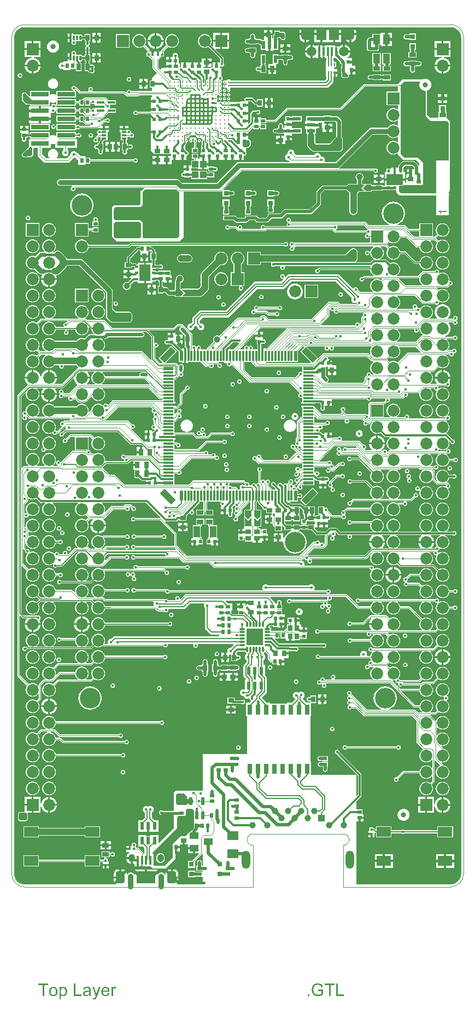
<source format=gtl>
G04 Layer_Physical_Order=1*
G04 Layer_Color=16711680*
%FSLAX43Y43*%
%MOMM*%
G71*
G01*
G75*
%ADD10C,0.450*%
%ADD11R,0.640X1.550*%
%ADD12C,1.000*%
%ADD13R,2.160X1.520*%
%ADD14R,1.300X0.600*%
%ADD15R,1.650X1.500*%
%ADD16R,1.650X3.500*%
%ADD17R,0.640X1.000*%
%ADD18R,0.700X0.510*%
%ADD19R,1.000X1.000*%
%ADD20R,1.400X1.000*%
%ADD21R,0.600X1.300*%
%ADD22C,0.800*%
%ADD23R,0.800X0.800*%
%ADD24R,0.800X0.800*%
%ADD25R,0.800X0.950*%
%ADD26R,0.300X0.800*%
G04:AMPARAMS|DCode=27|XSize=0.3mm|YSize=0.85mm|CornerRadius=0.075mm|HoleSize=0mm|Usage=FLASHONLY|Rotation=180.000|XOffset=0mm|YOffset=0mm|HoleType=Round|Shape=RoundedRectangle|*
%AMROUNDEDRECTD27*
21,1,0.300,0.700,0,0,180.0*
21,1,0.150,0.850,0,0,180.0*
1,1,0.150,-0.075,0.350*
1,1,0.150,0.075,0.350*
1,1,0.150,0.075,-0.350*
1,1,0.150,-0.075,-0.350*
%
%ADD27ROUNDEDRECTD27*%
%ADD28R,2.600X2.600*%
G04:AMPARAMS|DCode=29|XSize=0.3mm|YSize=0.85mm|CornerRadius=0.075mm|HoleSize=0mm|Usage=FLASHONLY|Rotation=270.000|XOffset=0mm|YOffset=0mm|HoleType=Round|Shape=RoundedRectangle|*
%AMROUNDEDRECTD29*
21,1,0.300,0.700,0,0,270.0*
21,1,0.150,0.850,0,0,270.0*
1,1,0.150,-0.350,-0.075*
1,1,0.150,-0.350,0.075*
1,1,0.150,0.350,0.075*
1,1,0.150,0.350,-0.075*
%
%ADD29ROUNDEDRECTD29*%
%ADD30C,0.250*%
G04:AMPARAMS|DCode=31|XSize=1mm|YSize=2.5mm|CornerRadius=0mm|HoleSize=0mm|Usage=FLASHONLY|Rotation=315.000|XOffset=0mm|YOffset=0mm|HoleType=Round|Shape=Rectangle|*
%AMROTATEDRECTD31*
4,1,4,-1.237,-0.530,0.530,1.237,1.237,0.530,-0.530,-1.237,-1.237,-0.530,0.0*
%
%ADD31ROTATEDRECTD31*%

G04:AMPARAMS|DCode=32|XSize=1mm|YSize=2.5mm|CornerRadius=0mm|HoleSize=0mm|Usage=FLASHONLY|Rotation=225.000|XOffset=0mm|YOffset=0mm|HoleType=Round|Shape=Rectangle|*
%AMROTATEDRECTD32*
4,1,4,-0.530,1.237,1.237,-0.530,0.530,-1.237,-1.237,0.530,-0.530,1.237,0.0*
%
%ADD32ROTATEDRECTD32*%

%ADD33R,0.300X1.650*%
%ADD34R,0.500X1.650*%
%ADD35R,1.650X0.500*%
%ADD36R,1.650X0.300*%
%ADD37R,1.700X2.500*%
%ADD38R,0.500X0.450*%
%ADD39R,0.425X0.330*%
%ADD40R,0.600X1.200*%
%ADD41R,0.250X0.600*%
%ADD42R,0.550X0.800*%
%ADD43R,1.000X1.800*%
%ADD44R,0.850X0.750*%
%ADD45R,1.500X1.900*%
%ADD46R,0.400X1.350*%
%ADD47R,0.400X1.350*%
%ADD48R,2.900X1.900*%
%ADD49R,2.790X0.740*%
%ADD50R,1.780X1.400*%
%ADD51R,0.900X1.400*%
%ADD52R,0.640X0.890*%
%ADD53R,0.560X0.510*%
%ADD54C,0.254*%
%ADD55R,0.890X0.640*%
%ADD56R,0.510X0.560*%
%ADD57R,0.510X0.700*%
%ADD58R,1.000X0.640*%
%ADD59R,2.500X1.700*%
%ADD60R,0.450X0.500*%
%ADD61R,1.200X0.400*%
%ADD62R,0.800X0.300*%
%ADD63R,0.330X0.425*%
%ADD64R,0.750X0.850*%
%ADD65R,1.100X1.500*%
%ADD66C,0.300*%
%ADD67C,0.500*%
%ADD68C,0.120*%
%ADD69C,0.127*%
%ADD70C,0.800*%
%ADD71C,1.000*%
%ADD72C,0.600*%
%ADD73C,0.400*%
%ADD74C,0.155*%
%ADD75C,0.200*%
%ADD76C,0.150*%
%ADD77C,0.130*%
%ADD78C,0.508*%
%ADD79C,0.110*%
%ADD80C,0.250*%
%ADD81C,0.700*%
%ADD82C,1.500*%
%ADD83C,0.100*%
%ADD84C,0.100*%
%ADD85O,1.200X1.900*%
%ADD86C,1.500*%
%ADD87O,1.050X1.250*%
%ADD88O,0.850X2.425*%
G04:AMPARAMS|DCode=89|XSize=1.9mm|YSize=1.375mm|CornerRadius=0.344mm|HoleSize=0mm|Usage=FLASHONLY|Rotation=90.000|XOffset=0mm|YOffset=0mm|HoleType=Round|Shape=RoundedRectangle|*
%AMROUNDEDRECTD89*
21,1,1.900,0.688,0,0,90.0*
21,1,1.212,1.375,0,0,90.0*
1,1,0.688,0.344,0.606*
1,1,0.688,0.344,-0.606*
1,1,0.688,-0.344,-0.606*
1,1,0.688,-0.344,0.606*
%
%ADD89ROUNDEDRECTD89*%
%ADD90R,1.850X1.850*%
%ADD91C,1.850*%
%ADD92R,1.850X1.850*%
%ADD93O,1.300X2.800*%
%ADD94R,1.000X1.000*%
%ADD95C,3.200*%
%ADD96C,0.600*%
%ADD97C,0.450*%
G36*
X20016Y102604D02*
Y100479D01*
X19816Y100279D01*
X16041D01*
X15816Y100504D01*
Y102604D01*
X16041Y102829D01*
X19791D01*
X20016Y102604D01*
D02*
G37*
G36*
X25772Y107547D02*
X25800Y107525D01*
X25831Y107508D01*
X25865Y107498D01*
X25900Y107494D01*
X25901D01*
X25966Y107429D01*
Y100604D01*
X25641Y100279D01*
X20491D01*
X20291Y100479D01*
Y102754D01*
X19966Y103079D01*
X16091D01*
X15816Y103354D01*
Y104879D01*
X16091Y105154D01*
X19991D01*
X20291Y105454D01*
Y107454D01*
X20641Y107804D01*
X25515D01*
X25772Y107547D01*
D02*
G37*
G36*
X50013Y-15174D02*
X49380D01*
Y-16867D01*
X49125D01*
Y-15174D01*
X48492D01*
Y-14946D01*
X50013D01*
Y-15174D01*
D02*
G37*
G36*
X47495Y-14915D02*
X47518D01*
X47570Y-14921D01*
X47629Y-14929D01*
X47690Y-14943D01*
X47756Y-14960D01*
X47820Y-14982D01*
X47823D01*
X47829Y-14985D01*
X47837Y-14988D01*
X47848Y-14993D01*
X47879Y-15010D01*
X47917Y-15029D01*
X47959Y-15057D01*
X48003Y-15090D01*
X48045Y-15126D01*
X48084Y-15171D01*
X48090Y-15176D01*
X48101Y-15193D01*
X48117Y-15218D01*
X48139Y-15254D01*
X48162Y-15298D01*
X48187Y-15354D01*
X48212Y-15415D01*
X48231Y-15484D01*
X48001Y-15546D01*
Y-15543D01*
X47998Y-15540D01*
X47995Y-15532D01*
X47992Y-15521D01*
X47984Y-15496D01*
X47973Y-15462D01*
X47956Y-15423D01*
X47937Y-15387D01*
X47917Y-15348D01*
X47892Y-15315D01*
X47890Y-15312D01*
X47881Y-15301D01*
X47865Y-15287D01*
X47845Y-15268D01*
X47820Y-15246D01*
X47787Y-15223D01*
X47751Y-15201D01*
X47709Y-15182D01*
X47704Y-15179D01*
X47690Y-15174D01*
X47665Y-15165D01*
X47631Y-15154D01*
X47593Y-15146D01*
X47548Y-15137D01*
X47498Y-15132D01*
X47445Y-15129D01*
X47415D01*
X47401Y-15132D01*
X47384D01*
X47343Y-15135D01*
X47296Y-15143D01*
X47243Y-15151D01*
X47193Y-15165D01*
X47143Y-15185D01*
X47137Y-15187D01*
X47121Y-15193D01*
X47098Y-15207D01*
X47071Y-15221D01*
X47037Y-15243D01*
X47001Y-15265D01*
X46968Y-15293D01*
X46937Y-15323D01*
X46935Y-15326D01*
X46924Y-15337D01*
X46910Y-15357D01*
X46893Y-15379D01*
X46874Y-15407D01*
X46854Y-15440D01*
X46835Y-15476D01*
X46815Y-15515D01*
Y-15518D01*
X46812Y-15523D01*
X46810Y-15532D01*
X46804Y-15546D01*
X46799Y-15562D01*
X46793Y-15582D01*
X46785Y-15604D01*
X46779Y-15629D01*
X46765Y-15687D01*
X46754Y-15754D01*
X46746Y-15823D01*
X46743Y-15901D01*
Y-15904D01*
Y-15912D01*
Y-15926D01*
X46746Y-15943D01*
Y-15965D01*
X46749Y-15993D01*
X46751Y-16020D01*
X46754Y-16051D01*
X46765Y-16120D01*
X46779Y-16192D01*
X46801Y-16265D01*
X46829Y-16334D01*
Y-16337D01*
X46835Y-16342D01*
X46837Y-16351D01*
X46846Y-16362D01*
X46865Y-16392D01*
X46896Y-16431D01*
X46932Y-16473D01*
X46976Y-16514D01*
X47029Y-16553D01*
X47087Y-16589D01*
X47090D01*
X47096Y-16592D01*
X47104Y-16598D01*
X47118Y-16603D01*
X47132Y-16609D01*
X47151Y-16614D01*
X47196Y-16631D01*
X47251Y-16645D01*
X47312Y-16659D01*
X47379Y-16670D01*
X47448Y-16673D01*
X47476D01*
X47493Y-16670D01*
X47509D01*
X47551Y-16664D01*
X47601Y-16659D01*
X47654Y-16648D01*
X47712Y-16631D01*
X47770Y-16612D01*
X47773D01*
X47779Y-16609D01*
X47784Y-16606D01*
X47795Y-16600D01*
X47826Y-16587D01*
X47859Y-16570D01*
X47898Y-16551D01*
X47940Y-16528D01*
X47978Y-16503D01*
X48012Y-16476D01*
Y-16115D01*
X47445D01*
Y-15887D01*
X48262D01*
Y-16600D01*
X48259Y-16603D01*
X48253Y-16606D01*
X48242Y-16614D01*
X48228Y-16625D01*
X48212Y-16637D01*
X48192Y-16650D01*
X48167Y-16667D01*
X48142Y-16684D01*
X48084Y-16720D01*
X48017Y-16759D01*
X47948Y-16795D01*
X47873Y-16825D01*
X47870D01*
X47865Y-16828D01*
X47854Y-16831D01*
X47840Y-16836D01*
X47820Y-16842D01*
X47798Y-16850D01*
X47773Y-16856D01*
X47748Y-16861D01*
X47687Y-16875D01*
X47618Y-16889D01*
X47543Y-16898D01*
X47465Y-16900D01*
X47437D01*
X47418Y-16898D01*
X47393D01*
X47362Y-16895D01*
X47329Y-16889D01*
X47293Y-16886D01*
X47212Y-16870D01*
X47126Y-16850D01*
X47037Y-16820D01*
X46993Y-16803D01*
X46948Y-16781D01*
X46946Y-16778D01*
X46937Y-16775D01*
X46926Y-16767D01*
X46910Y-16759D01*
X46890Y-16745D01*
X46871Y-16731D01*
X46818Y-16692D01*
X46762Y-16642D01*
X46704Y-16581D01*
X46649Y-16512D01*
X46599Y-16431D01*
Y-16428D01*
X46593Y-16420D01*
X46588Y-16409D01*
X46579Y-16389D01*
X46571Y-16370D01*
X46563Y-16342D01*
X46551Y-16315D01*
X46540Y-16281D01*
X46529Y-16245D01*
X46518Y-16203D01*
X46510Y-16162D01*
X46502Y-16117D01*
X46488Y-16020D01*
X46482Y-15918D01*
Y-15915D01*
Y-15904D01*
Y-15890D01*
X46485Y-15870D01*
Y-15845D01*
X46488Y-15815D01*
X46493Y-15784D01*
X46496Y-15748D01*
X46504Y-15709D01*
X46510Y-15668D01*
X46532Y-15579D01*
X46560Y-15487D01*
X46599Y-15396D01*
X46601Y-15393D01*
X46604Y-15384D01*
X46610Y-15373D01*
X46621Y-15357D01*
X46632Y-15335D01*
X46646Y-15312D01*
X46685Y-15260D01*
X46732Y-15198D01*
X46790Y-15140D01*
X46857Y-15082D01*
X46896Y-15057D01*
X46935Y-15032D01*
X46937Y-15029D01*
X46946Y-15026D01*
X46957Y-15021D01*
X46973Y-15012D01*
X46996Y-15004D01*
X47021Y-14993D01*
X47048Y-14982D01*
X47082Y-14971D01*
X47118Y-14960D01*
X47157Y-14951D01*
X47198Y-14940D01*
X47243Y-14932D01*
X47340Y-14918D01*
X47390Y-14913D01*
X47479D01*
X47495Y-14915D01*
D02*
G37*
G36*
X50521Y-16639D02*
X51468D01*
Y-16867D01*
X50266D01*
Y-14946D01*
X50521D01*
Y-16639D01*
D02*
G37*
G36*
X63192Y124529D02*
X63252Y124429D01*
X63249Y124422D01*
X63218Y124347D01*
X63193Y124269D01*
X63176Y124190D01*
X63165Y124110D01*
X63162Y124029D01*
X63165Y123948D01*
X63176Y123867D01*
X63193Y123788D01*
X63218Y123711D01*
X63249Y123636D01*
X63286Y123564D01*
X63330Y123496D01*
X63379Y123431D01*
X63434Y123372D01*
X63494Y123317D01*
X63558Y123268D01*
X63626Y123224D01*
X63698Y123187D01*
X63773Y123156D01*
X63850Y123131D01*
X63930Y123114D01*
X64010Y123103D01*
X64091Y123099D01*
X64116Y123076D01*
Y119204D01*
X64866Y118454D01*
X67366D01*
X67666Y118154D01*
Y112350D01*
X65750D01*
Y107254D01*
X60291D01*
X59991Y107554D01*
Y108304D01*
X60093Y108406D01*
X60718D01*
Y108479D01*
X63566D01*
X63716Y108629D01*
Y111929D01*
X62941Y112704D01*
X60871Y112704D01*
X60291Y113284D01*
X60291Y123966D01*
X60854Y124529D01*
X63192Y124529D01*
D02*
G37*
G36*
X46107Y-16867D02*
X45838D01*
Y-16598D01*
X46107D01*
Y-16867D01*
D02*
G37*
G36*
X67368Y104398D02*
X66366D01*
X66368Y104397D01*
X66375Y104387D01*
X66386Y104376D01*
X66399Y104358D01*
X66416Y104337D01*
X66435Y104311D01*
X66455Y104282D01*
X66475Y104248D01*
Y104247D01*
X66477Y104245D01*
X66485Y104234D01*
X66494Y104215D01*
X66505Y104193D01*
X66518Y104167D01*
X66531Y104139D01*
X66544Y104111D01*
X66555Y104084D01*
X66403D01*
Y104086D01*
X66399Y104089D01*
X66398Y104097D01*
X66392Y104106D01*
X66386Y104117D01*
X66379Y104130D01*
X66361Y104161D01*
X66340Y104198D01*
X66314Y104235D01*
X66285Y104274D01*
X66253Y104313D01*
X66251Y104315D01*
X66249Y104317D01*
X66244Y104323D01*
X66238Y104330D01*
X66220Y104347D01*
X66198Y104369D01*
X66172Y104391D01*
X66142Y104415D01*
X66112Y104435D01*
X66081Y104454D01*
Y104556D01*
X67368D01*
Y104398D01*
D02*
G37*
G36*
X58220Y116316D02*
X58269Y116239D01*
X58325Y116167D01*
X58386Y116099D01*
X58454Y116038D01*
X58526Y115982D01*
X58603Y115933D01*
X58684Y115891D01*
X58768Y115856D01*
X58855Y115829D01*
X58944Y115809D01*
X59035Y115797D01*
X59126Y115793D01*
X59217Y115797D01*
X59308Y115809D01*
X59397Y115829D01*
X59484Y115856D01*
X59568Y115891D01*
X59649Y115933D01*
X59726Y115982D01*
X59762Y116010D01*
X59862Y115964D01*
X59862Y115174D01*
X59762Y115128D01*
X59726Y115156D01*
X59649Y115205D01*
X59568Y115247D01*
X59484Y115282D01*
X59397Y115309D01*
X59308Y115329D01*
X59217Y115341D01*
X59126Y115345D01*
X59035Y115341D01*
X58944Y115329D01*
X58855Y115309D01*
X58768Y115282D01*
X58684Y115247D01*
X58603Y115205D01*
X58526Y115156D01*
X58454Y115100D01*
X58386Y115038D01*
X58325Y114971D01*
X58269Y114899D01*
X58220Y114822D01*
X58178Y114741D01*
X58143Y114657D01*
X58116Y114570D01*
X58096Y114481D01*
X58084Y114390D01*
X58080Y114299D01*
X58084Y114208D01*
X58096Y114117D01*
X58116Y114028D01*
X58143Y113941D01*
X58178Y113857D01*
X58220Y113776D01*
X58269Y113699D01*
X58325Y113627D01*
X58386Y113559D01*
X58454Y113498D01*
X58526Y113442D01*
X58603Y113393D01*
X58684Y113351D01*
X58768Y113316D01*
X58855Y113289D01*
X58944Y113269D01*
X59035Y113257D01*
X59126Y113253D01*
X59217Y113257D01*
X59308Y113269D01*
X59397Y113289D01*
X59484Y113316D01*
X59568Y113351D01*
X59649Y113393D01*
X59726Y113442D01*
X59762Y113470D01*
X59862Y113424D01*
Y113163D01*
X60646Y112379D01*
X62612Y112379D01*
X63112Y111879D01*
Y111607D01*
X63012Y111576D01*
X63010Y111580D01*
X62978Y111616D01*
X62453Y112141D01*
X62417Y112173D01*
X62376Y112200D01*
X62333Y112221D01*
X62287Y112237D01*
X62239Y112246D01*
X62191Y112250D01*
X60791D01*
X60743Y112246D01*
X60695Y112237D01*
X60649Y112221D01*
X60606Y112200D01*
X60565Y112173D01*
X60529Y112141D01*
X60036Y111648D01*
X60004Y111612D01*
X59977Y111571D01*
X59955Y111528D01*
X59940Y111482D01*
X59930Y111434D01*
X59927Y111386D01*
Y111303D01*
X59873Y111226D01*
X59498D01*
Y110676D01*
X59198D01*
Y111226D01*
X58823D01*
Y111094D01*
X58743Y111046D01*
X58053D01*
Y110526D01*
X57798D01*
Y109526D01*
X59348D01*
X60898D01*
Y110526D01*
X60743D01*
X60723Y110539D01*
X60665Y110626D01*
X60666Y110627D01*
X60669Y110676D01*
Y111232D01*
X60945Y111508D01*
X62037D01*
X62345Y111200D01*
Y110984D01*
X61966D01*
Y110404D01*
X61816D01*
Y110254D01*
X61261D01*
Y110099D01*
X61071D01*
Y109629D01*
X61816D01*
Y109329D01*
X61071D01*
Y108879D01*
X60898D01*
Y109226D01*
X59348D01*
X57798D01*
Y108422D01*
X57431D01*
Y108519D01*
X56301D01*
Y108500D01*
X55812D01*
Y108579D01*
X55809Y108602D01*
X55802Y108625D01*
X55791Y108646D01*
X55776Y108664D01*
X55758Y108679D01*
X55737Y108690D01*
X55715Y108697D01*
X55691Y108699D01*
X54891D01*
X54867Y108697D01*
X54845Y108690D01*
X54824Y108679D01*
X54787Y108664D01*
X54726Y108664D01*
X54708Y108679D01*
X54687Y108690D01*
X54665Y108697D01*
X54641Y108699D01*
X54262D01*
Y109257D01*
X54278Y109268D01*
X54330Y109315D01*
X54376Y109367D01*
X54417Y109423D01*
X54450Y109484D01*
X54477Y109549D01*
X54496Y109616D01*
X54508Y109684D01*
X54512Y109754D01*
X54508Y109823D01*
X54496Y109892D01*
X54477Y109959D01*
X54450Y110023D01*
X54417Y110084D01*
X54376Y110141D01*
X54330Y110193D01*
X54278Y110239D01*
X54221Y110280D01*
X54160Y110313D01*
X54096Y110340D01*
X54029Y110359D01*
X53961Y110371D01*
X53891Y110375D01*
X53821Y110371D01*
X53753Y110359D01*
X53686Y110340D01*
X53622Y110313D01*
X53561Y110280D01*
X53504Y110239D01*
X53452Y110193D01*
X53405Y110141D01*
X53365Y110084D01*
X53332Y110023D01*
X53305Y109959D01*
X53286Y109892D01*
X53274Y109823D01*
X53270Y109754D01*
X53274Y109684D01*
X53286Y109616D01*
X53305Y109549D01*
X53332Y109484D01*
X53365Y109423D01*
X53405Y109367D01*
X53452Y109315D01*
X53504Y109268D01*
X53520Y109257D01*
Y108700D01*
X52425D01*
X52355Y108696D01*
X52287Y108684D01*
X52220Y108665D01*
X52156Y108638D01*
X52095Y108605D01*
X52038Y108564D01*
X51986Y108518D01*
X51939Y108466D01*
X51928Y108450D01*
X48279D01*
X48230Y108446D01*
X48183Y108437D01*
X48137Y108421D01*
X48093Y108400D01*
X48053Y108373D01*
X48017Y108341D01*
X47288Y107612D01*
X47256Y107576D01*
X47229Y107535D01*
X47207Y107492D01*
X47192Y107446D01*
X47182Y107398D01*
X47179Y107350D01*
Y105804D01*
X46171Y104796D01*
X42407D01*
X42358Y104793D01*
X42311Y104783D01*
X42265Y104768D01*
X42221Y104746D01*
X42181Y104719D01*
X42144Y104687D01*
X41557Y104100D01*
X40611D01*
Y104104D01*
X39671D01*
Y103783D01*
X39337Y103450D01*
X38275D01*
X38033Y103691D01*
X37997Y103723D01*
X37957Y103750D01*
X37913Y103771D01*
X37867Y103787D01*
X37820Y103796D01*
X37771Y103800D01*
X37086D01*
Y103804D01*
X36146D01*
Y103483D01*
X36109Y103446D01*
X34995D01*
X34749Y103691D01*
X34713Y103723D01*
X34673Y103750D01*
X34629Y103771D01*
X34583Y103787D01*
X34536Y103796D01*
X34487Y103800D01*
X33686D01*
Y103804D01*
X32746D01*
Y103054D01*
X33686D01*
Y103058D01*
X34334D01*
X34579Y102813D01*
X34615Y102781D01*
X34656Y102754D01*
X34699Y102732D01*
X34745Y102717D01*
X34793Y102707D01*
X34841Y102704D01*
X36262D01*
X36311Y102707D01*
X36358Y102717D01*
X36404Y102732D01*
X36448Y102754D01*
X36488Y102781D01*
X36524Y102813D01*
X36765Y103054D01*
X37086D01*
Y103058D01*
X37618D01*
X37859Y102817D01*
X37895Y102785D01*
X37936Y102758D01*
X37979Y102736D01*
X38025Y102721D01*
X38073Y102711D01*
X38121Y102708D01*
X38121Y102708D01*
X39491D01*
X39539Y102711D01*
X39587Y102721D01*
X39633Y102736D01*
X39676Y102758D01*
X39717Y102785D01*
X39753Y102817D01*
X40290Y103354D01*
X40611D01*
Y103358D01*
X41711D01*
X41759Y103361D01*
X41806Y103371D01*
X41852Y103386D01*
X41896Y103408D01*
X41936Y103435D01*
X41973Y103467D01*
X42560Y104054D01*
X46325D01*
X46373Y104057D01*
X46421Y104067D01*
X46467Y104082D01*
X46510Y104104D01*
X46551Y104131D01*
X46587Y104163D01*
X47812Y105388D01*
X47844Y105424D01*
X47871Y105465D01*
X47893Y105508D01*
X47908Y105554D01*
X47918Y105602D01*
X47921Y105650D01*
Y107196D01*
X48432Y107708D01*
X51928D01*
X51939Y107692D01*
X51986Y107640D01*
X52320Y107306D01*
Y106054D01*
Y105129D01*
Y104504D01*
X52324Y104434D01*
X52336Y104366D01*
X52355Y104299D01*
X52382Y104234D01*
X52415Y104173D01*
X52456Y104117D01*
X52502Y104065D01*
X52554Y104018D01*
X52611Y103978D01*
X52672Y103944D01*
X52736Y103918D01*
X52803Y103898D01*
X52871Y103887D01*
X52941Y103883D01*
X53011Y103887D01*
X53079Y103898D01*
X53146Y103918D01*
X53210Y103944D01*
X53271Y103978D01*
X53328Y104018D01*
X53380Y104065D01*
X53426Y104117D01*
X53467Y104173D01*
X53500Y104234D01*
X53527Y104299D01*
X53546Y104366D01*
X53558Y104434D01*
X53562Y104504D01*
Y105129D01*
Y106054D01*
Y107213D01*
X53808Y107458D01*
X54641D01*
X54665Y107461D01*
X54687Y107467D01*
X54708Y107479D01*
X54726Y107494D01*
X54824Y107479D01*
X54845Y107467D01*
X54867Y107461D01*
X54891Y107458D01*
X55691D01*
X55715Y107461D01*
X55737Y107467D01*
X55758Y107479D01*
X55776Y107494D01*
X55791Y107512D01*
X55802Y107533D01*
X55809Y107555D01*
X55812Y107579D01*
Y107658D01*
X56301D01*
Y107639D01*
X57431D01*
Y107730D01*
X58053D01*
Y107706D01*
X58743D01*
Y107730D01*
X59003D01*
Y107706D01*
X59612D01*
Y107379D01*
X60112Y106879D01*
X65750D01*
Y103850D01*
X67750D01*
Y106879D01*
X69592D01*
Y2000D01*
Y1843D01*
X69531Y1536D01*
X69411Y1246D01*
X69273Y1040D01*
X68960Y727D01*
X68754Y589D01*
X68464Y469D01*
X68157Y408D01*
X68000D01*
X53437Y408D01*
X53366Y478D01*
Y10124D01*
X53716D01*
Y10679D01*
X53866D01*
Y10829D01*
X54516D01*
Y11234D01*
X54336D01*
Y11954D01*
X53396D01*
X53366Y12041D01*
Y13183D01*
X54117Y13933D01*
X54144Y13966D01*
X54166Y14002D01*
X54183Y14041D01*
X54193Y14083D01*
X54196Y14125D01*
Y17325D01*
X54193Y17367D01*
X54183Y17409D01*
X54166Y17448D01*
X54144Y17484D01*
X54117Y17517D01*
X50743Y20890D01*
X50743Y20895D01*
X50734Y20939D01*
X50719Y20982D01*
X50699Y21023D01*
X50674Y21060D01*
X50644Y21094D01*
X50610Y21124D01*
X50573Y21149D01*
X50532Y21169D01*
X50489Y21184D01*
X50445Y21193D01*
X50400Y21196D01*
X50355Y21193D01*
X50311Y21184D01*
X50268Y21169D01*
X50227Y21149D01*
X50190Y21124D01*
X50156Y21094D01*
X50126Y21060D01*
X50101Y21023D01*
X50081Y20982D01*
X50066Y20939D01*
X50057Y20895D01*
X50054Y20850D01*
X50057Y20805D01*
X50066Y20761D01*
X50081Y20718D01*
X50101Y20677D01*
X50126Y20640D01*
X50156Y20606D01*
X50190Y20576D01*
X50227Y20551D01*
X50268Y20531D01*
X50311Y20516D01*
X50355Y20507D01*
X50360Y20507D01*
X53654Y17213D01*
Y14237D01*
X53458Y14041D01*
X53366Y14080D01*
Y17350D01*
X46411D01*
Y19359D01*
X46266D01*
Y26359D01*
X46411D01*
Y28444D01*
X47169D01*
Y29574D01*
X46289D01*
Y29370D01*
X46231Y29329D01*
X46189Y29315D01*
X46161Y29328D01*
X46118Y29343D01*
X46074Y29352D01*
X46029Y29355D01*
X45984Y29352D01*
X45940Y29343D01*
X45897Y29328D01*
X45856Y29308D01*
X45819Y29283D01*
X45785Y29253D01*
X45755Y29219D01*
X45730Y29182D01*
X45710Y29141D01*
X45695Y29098D01*
X45686Y29054D01*
X45683Y29009D01*
X45686Y28964D01*
X45695Y28920D01*
X45710Y28877D01*
X45730Y28836D01*
X45755Y28799D01*
X45785Y28765D01*
X45819Y28735D01*
X45856Y28710D01*
X45897Y28690D01*
X45940Y28675D01*
X45984Y28666D01*
X46029Y28663D01*
X46074Y28666D01*
X46118Y28675D01*
X46161Y28690D01*
X46189Y28703D01*
X46231Y28689D01*
X46289Y28648D01*
Y28509D01*
X45653D01*
X45080Y29083D01*
X45077Y29106D01*
X45090Y29192D01*
X45121Y29209D01*
X45169Y29243D01*
X45213Y29282D01*
X45252Y29326D01*
X45286Y29374D01*
X45315Y29426D01*
X45337Y29480D01*
X45354Y29537D01*
X45364Y29595D01*
X45367Y29654D01*
X45364Y29713D01*
X45354Y29771D01*
X45337Y29828D01*
X45315Y29882D01*
X45286Y29934D01*
X45252Y29982D01*
X45213Y30026D01*
X45169Y30065D01*
X45121Y30099D01*
X45069Y30128D01*
X45015Y30150D01*
X44958Y30167D01*
X44900Y30176D01*
X44841Y30180D01*
X44782Y30176D01*
X44724Y30167D01*
X44667Y30150D01*
X44613Y30128D01*
X44561Y30099D01*
X44513Y30065D01*
X44469Y30026D01*
X44442Y29995D01*
X44419Y30015D01*
X44371Y30049D01*
X44319Y30078D01*
X44265Y30100D01*
X44208Y30117D01*
X44150Y30126D01*
X44091Y30130D01*
X44032Y30126D01*
X43974Y30117D01*
X43917Y30100D01*
X43863Y30078D01*
X43811Y30049D01*
X43763Y30015D01*
X43719Y29976D01*
X43680Y29932D01*
X43646Y29884D01*
X43617Y29832D01*
X43595Y29778D01*
X43578Y29721D01*
X43568Y29663D01*
X43565Y29604D01*
X43568Y29545D01*
X43578Y29487D01*
X43595Y29430D01*
X43617Y29376D01*
X43646Y29324D01*
X43680Y29276D01*
X43719Y29232D01*
X43763Y29193D01*
X43811Y29159D01*
X43863Y29130D01*
X43881Y29123D01*
X43906Y29030D01*
X43903Y29008D01*
X43404Y28509D01*
X42631D01*
Y28359D01*
X40061D01*
Y28509D01*
X39483D01*
X38750Y29242D01*
X39409Y29901D01*
X39440Y29937D01*
X39467Y29977D01*
X39488Y30020D01*
X39503Y30065D01*
X39513Y30112D01*
X39516Y30160D01*
Y30850D01*
X39514Y30881D01*
Y32273D01*
X39511Y32321D01*
X39501Y32368D01*
X39486Y32413D01*
X39465Y32456D01*
X39438Y32496D01*
X39407Y32532D01*
X39241Y32698D01*
Y34329D01*
X38998D01*
Y35082D01*
X39046Y35109D01*
X39094Y35143D01*
X39138Y35182D01*
X39177Y35226D01*
X39211Y35274D01*
X39240Y35326D01*
X39262Y35380D01*
X39279Y35437D01*
X39289Y35495D01*
X39292Y35554D01*
X39289Y35613D01*
X39279Y35671D01*
X39262Y35728D01*
X39240Y35782D01*
X39211Y35834D01*
X39177Y35882D01*
X39138Y35926D01*
X39094Y35965D01*
X39046Y35999D01*
X39017Y36015D01*
X39014Y36037D01*
X39054Y36137D01*
X39091Y36148D01*
X39125Y36166D01*
X39155Y36190D01*
X39179Y36220D01*
X39197Y36254D01*
X39202Y36271D01*
X39260Y36297D01*
X39310Y36304D01*
X39710Y35904D01*
Y35229D01*
X39714Y35194D01*
X39724Y35160D01*
X39741Y35128D01*
X39763Y35101D01*
X40113Y34751D01*
X40141Y34728D01*
X40172Y34712D01*
X40206Y34701D01*
X40241Y34698D01*
X40391D01*
Y34409D01*
X41111D01*
Y34229D01*
X41516D01*
Y34879D01*
X41666D01*
Y35029D01*
X42221D01*
Y35334D01*
X42861D01*
Y35929D01*
X42241D01*
Y36229D01*
X42861D01*
Y36430D01*
X42871Y36445D01*
X42957Y36496D01*
X42961Y36495D01*
X42999Y36486D01*
X43041Y36483D01*
X43836D01*
X43840Y36480D01*
X43877Y36454D01*
X43918Y36434D01*
X43961Y36420D01*
X44005Y36411D01*
X44050Y36408D01*
X44095Y36411D01*
X44139Y36420D01*
X44182Y36434D01*
X44223Y36454D01*
X44260Y36480D01*
X44294Y36509D01*
X44324Y36543D01*
X44349Y36581D01*
X44369Y36622D01*
X44384Y36664D01*
X44393Y36709D01*
X44396Y36754D01*
X44393Y36799D01*
X44384Y36843D01*
X44369Y36886D01*
X44349Y36927D01*
X44329Y36958D01*
X44334Y36982D01*
X44375Y37058D01*
X48181D01*
X48190Y37051D01*
X48227Y37026D01*
X48268Y37006D01*
X48311Y36991D01*
X48355Y36982D01*
X48400Y36979D01*
X48445Y36982D01*
X48489Y36991D01*
X48532Y37006D01*
X48573Y37026D01*
X48610Y37051D01*
X48644Y37081D01*
X48674Y37115D01*
X48699Y37152D01*
X48719Y37193D01*
X48734Y37236D01*
X48743Y37280D01*
X48746Y37325D01*
X48743Y37370D01*
X48734Y37414D01*
X48719Y37457D01*
X48699Y37498D01*
X48674Y37535D01*
X48644Y37569D01*
X48610Y37599D01*
X48573Y37624D01*
X48532Y37644D01*
X48489Y37659D01*
X48445Y37668D01*
X48400Y37671D01*
X48355Y37668D01*
X48311Y37659D01*
X48268Y37644D01*
X48227Y37624D01*
X48190Y37600D01*
X41453D01*
X40744Y38309D01*
X40785Y38409D01*
X41491D01*
Y39228D01*
X41641D01*
Y38409D01*
X42391D01*
X42466Y38349D01*
Y37979D01*
X42991D01*
Y38704D01*
X43291D01*
Y37979D01*
X43816D01*
Y38159D01*
X44686D01*
Y38523D01*
X44866D01*
Y38329D01*
X45666D01*
Y39049D01*
X45846D01*
Y39454D01*
X45266D01*
Y39604D01*
X45116D01*
Y40159D01*
X44866D01*
Y40779D01*
X44596D01*
Y41029D01*
X44041D01*
Y41179D01*
X43891D01*
Y41759D01*
X43486D01*
Y41579D01*
X42766D01*
Y40779D01*
X42960D01*
Y40599D01*
X42646D01*
Y40115D01*
X42121Y39590D01*
X40194D01*
X40177Y39609D01*
X40150Y39689D01*
X40154Y39695D01*
X40172Y39729D01*
X40183Y39766D01*
X40187Y39804D01*
Y39954D01*
X40183Y39992D01*
X40172Y40029D01*
X40154Y40063D01*
X40130Y40092D01*
X40100Y40117D01*
X40066Y40135D01*
X40029Y40146D01*
X40010Y40148D01*
X39982Y40193D01*
X39970Y40250D01*
X40053Y40333D01*
X40466D01*
Y40204D01*
X41186D01*
Y40024D01*
X41591D01*
Y40604D01*
X41741D01*
Y40754D01*
X42296D01*
Y40949D01*
Y41379D01*
X41741D01*
Y41679D01*
X42296D01*
Y42109D01*
X41911D01*
Y42779D01*
X41041D01*
Y42929D01*
X41911D01*
Y43679D01*
X41712D01*
Y43814D01*
X41715Y43818D01*
X41740Y43856D01*
X41760Y43897D01*
X41775Y43939D01*
X41784Y43984D01*
X41787Y44029D01*
X41784Y44074D01*
X41775Y44118D01*
X41760Y44161D01*
X41740Y44202D01*
X41715Y44239D01*
X41685Y44273D01*
X41651Y44303D01*
X41614Y44328D01*
X41573Y44348D01*
X41530Y44363D01*
X41486Y44372D01*
X41441Y44375D01*
X41396Y44372D01*
X41352Y44363D01*
X41309Y44348D01*
X41268Y44328D01*
X41231Y44303D01*
X41197Y44273D01*
X41167Y44239D01*
X41142Y44202D01*
X41122Y44161D01*
X41107Y44118D01*
X41098Y44074D01*
X41095Y44029D01*
X41098Y43984D01*
X41107Y43939D01*
X41110Y43930D01*
X41032Y43859D01*
X41031Y43859D01*
X40755D01*
Y43909D01*
X40752Y43957D01*
X40743Y44003D01*
X40728Y44048D01*
X40706Y44091D01*
X40680Y44131D01*
X40649Y44167D01*
X40038Y44777D01*
X40076Y44870D01*
X48855D01*
X48875Y44851D01*
X48914Y44770D01*
X48910Y44762D01*
X48895Y44719D01*
X48887Y44674D01*
X48884Y44629D01*
X48887Y44584D01*
X48895Y44540D01*
X48899Y44530D01*
X48750Y44381D01*
X43294D01*
X43274Y44410D01*
X43244Y44444D01*
X43210Y44474D01*
X43173Y44499D01*
X43132Y44519D01*
X43089Y44534D01*
X43045Y44543D01*
X43000Y44546D01*
X42955Y44543D01*
X42911Y44534D01*
X42868Y44519D01*
X42827Y44499D01*
X42790Y44474D01*
X42756Y44444D01*
X42726Y44410D01*
X42701Y44373D01*
X42681Y44332D01*
X42666Y44289D01*
X42657Y44245D01*
X42654Y44200D01*
X42657Y44155D01*
X42666Y44111D01*
X42681Y44068D01*
X42701Y44027D01*
X42726Y43990D01*
X42756Y43956D01*
X42790Y43926D01*
X42827Y43901D01*
X42868Y43881D01*
X42911Y43866D01*
X42955Y43857D01*
X43000Y43854D01*
X43045Y43857D01*
X43089Y43866D01*
X43132Y43881D01*
X43173Y43901D01*
X43210Y43926D01*
X43244Y43956D01*
X43274Y43990D01*
X43294Y44019D01*
X48207D01*
X48220Y44009D01*
X48267Y43919D01*
X48253Y43876D01*
X48244Y43832D01*
X48241Y43787D01*
X48243Y43755D01*
X48243Y43754D01*
X48207Y43707D01*
X48160Y43671D01*
X48159Y43671D01*
X48127Y43673D01*
X48082Y43670D01*
X48038Y43661D01*
X47995Y43647D01*
X47954Y43627D01*
X47917Y43601D01*
X47883Y43572D01*
X47853Y43538D01*
X47828Y43500D01*
X47808Y43459D01*
X47793Y43417D01*
X47785Y43372D01*
X47782Y43327D01*
X47785Y43282D01*
X47793Y43238D01*
X47808Y43195D01*
X47828Y43154D01*
X47853Y43117D01*
X47883Y43083D01*
X47917Y43053D01*
X47954Y43028D01*
X47995Y43008D01*
X48038Y42993D01*
X48082Y42984D01*
X48127Y42981D01*
X48172Y42984D01*
X48217Y42993D01*
X48260Y43008D01*
X48300Y43028D01*
X48338Y43053D01*
X48372Y43083D01*
X48402Y43117D01*
X48427Y43154D01*
X48447Y43195D01*
X48461Y43238D01*
X48470Y43282D01*
X48473Y43327D01*
X48471Y43359D01*
X48471Y43360D01*
X48508Y43407D01*
X48554Y43443D01*
X48556Y43443D01*
X48587Y43441D01*
X48632Y43444D01*
X48676Y43453D01*
X48686Y43456D01*
X48762Y43413D01*
X48783Y43387D01*
X48785Y43357D01*
X48793Y43313D01*
X48808Y43270D01*
X48828Y43229D01*
X48853Y43192D01*
X48883Y43158D01*
X48917Y43128D01*
X48955Y43103D01*
X48975Y43093D01*
X48978Y43034D01*
X48962Y42989D01*
X48936Y42984D01*
X48893Y42969D01*
X48852Y42949D01*
X48815Y42924D01*
X48781Y42894D01*
X48751Y42860D01*
X48726Y42823D01*
X48706Y42782D01*
X48691Y42739D01*
X48682Y42695D01*
X48679Y42650D01*
X48682Y42605D01*
X48691Y42561D01*
X48706Y42518D01*
X48726Y42477D01*
X48751Y42440D01*
X48781Y42406D01*
X48815Y42376D01*
X48852Y42351D01*
X48893Y42331D01*
X48936Y42316D01*
X48980Y42307D01*
X49025Y42304D01*
X49070Y42307D01*
X49114Y42316D01*
X49157Y42331D01*
X49198Y42351D01*
X49235Y42376D01*
X49269Y42406D01*
X49299Y42440D01*
X49324Y42477D01*
X49344Y42518D01*
X49359Y42561D01*
X49368Y42605D01*
X49371Y42650D01*
X49368Y42695D01*
X49359Y42739D01*
X49344Y42782D01*
X49324Y42823D01*
X49299Y42860D01*
X49269Y42894D01*
X49235Y42924D01*
X49198Y42949D01*
X49178Y42959D01*
X49175Y43018D01*
X49191Y43063D01*
X49217Y43068D01*
X49260Y43083D01*
X49300Y43103D01*
X49338Y43128D01*
X49372Y43158D01*
X49402Y43192D01*
X49427Y43229D01*
X49447Y43270D01*
X49461Y43313D01*
X49470Y43357D01*
X49473Y43402D01*
X49470Y43447D01*
X49461Y43492D01*
X49447Y43534D01*
X49427Y43575D01*
X49402Y43613D01*
X49372Y43647D01*
X49338Y43676D01*
X49300Y43702D01*
X49260Y43722D01*
X49217Y43736D01*
X49173Y43745D01*
X49127Y43748D01*
X49082Y43745D01*
X49038Y43736D01*
X49028Y43733D01*
X48952Y43776D01*
X48932Y43802D01*
X48930Y43832D01*
X48921Y43876D01*
X48906Y43919D01*
X48901Y43930D01*
X48897Y43985D01*
X48925Y44050D01*
X48953Y44072D01*
X49170Y44289D01*
X49184Y44287D01*
X49229Y44284D01*
X49274Y44287D01*
X49319Y44295D01*
X49362Y44310D01*
X49402Y44330D01*
X49440Y44355D01*
X49474Y44385D01*
X49504Y44419D01*
X49529Y44456D01*
X49549Y44497D01*
X49563Y44540D01*
X49572Y44584D01*
X49575Y44629D01*
X49572Y44674D01*
X49563Y44719D01*
X49549Y44762D01*
X49545Y44770D01*
X49583Y44851D01*
X49604Y44870D01*
X51775D01*
X53593Y43051D01*
X53621Y43028D01*
X53652Y43012D01*
X53686Y43001D01*
X53721Y42998D01*
X55556D01*
X55556Y42997D01*
X55576Y42908D01*
X55603Y42821D01*
X55638Y42737D01*
X55680Y42656D01*
X55729Y42579D01*
X55785Y42507D01*
X55846Y42439D01*
X55914Y42378D01*
X55986Y42322D01*
X56063Y42273D01*
X56144Y42231D01*
X56228Y42196D01*
X56315Y42169D01*
X56404Y42149D01*
X56495Y42137D01*
X56586Y42133D01*
X56677Y42137D01*
X56768Y42149D01*
X56857Y42169D01*
X56944Y42196D01*
X57028Y42231D01*
X57109Y42273D01*
X57186Y42322D01*
X57258Y42378D01*
X57326Y42439D01*
X57387Y42507D01*
X57443Y42579D01*
X57492Y42656D01*
X57534Y42737D01*
X57569Y42821D01*
X57596Y42908D01*
X57616Y42997D01*
X57628Y43088D01*
X57632Y43179D01*
X57628Y43270D01*
X57616Y43361D01*
X57596Y43450D01*
X57569Y43537D01*
X57534Y43621D01*
X57492Y43702D01*
X57443Y43779D01*
X57387Y43851D01*
X57326Y43918D01*
X57258Y43980D01*
X57229Y44003D01*
X57263Y44103D01*
X58449D01*
X58483Y44003D01*
X58454Y43980D01*
X58386Y43918D01*
X58325Y43851D01*
X58269Y43779D01*
X58220Y43702D01*
X58178Y43621D01*
X58143Y43537D01*
X58116Y43450D01*
X58096Y43361D01*
X58084Y43270D01*
X58080Y43179D01*
X58084Y43088D01*
X58096Y42997D01*
X58116Y42908D01*
X58143Y42821D01*
X58178Y42737D01*
X58220Y42656D01*
X58269Y42579D01*
X58325Y42507D01*
X58386Y42439D01*
X58454Y42378D01*
X58526Y42322D01*
X58603Y42273D01*
X58684Y42231D01*
X58768Y42196D01*
X58855Y42169D01*
X58944Y42149D01*
X59035Y42137D01*
X59126Y42133D01*
X59217Y42137D01*
X59308Y42149D01*
X59397Y42169D01*
X59484Y42196D01*
X59568Y42231D01*
X59649Y42273D01*
X59726Y42322D01*
X59798Y42378D01*
X59866Y42439D01*
X59927Y42507D01*
X59983Y42579D01*
X60032Y42656D01*
X60074Y42737D01*
X60109Y42821D01*
X60136Y42908D01*
X60156Y42997D01*
X60156Y42998D01*
X61566D01*
X63350Y41214D01*
X63349Y41214D01*
X63300Y41137D01*
X63258Y41056D01*
X63223Y40972D01*
X63196Y40885D01*
X63176Y40796D01*
X63164Y40705D01*
X63160Y40614D01*
X63164Y40523D01*
X63176Y40432D01*
X63196Y40343D01*
X63223Y40256D01*
X63258Y40172D01*
X63300Y40091D01*
X63349Y40014D01*
X63405Y39942D01*
X63466Y39874D01*
X63534Y39813D01*
X63563Y39790D01*
X63529Y39690D01*
X59767D01*
X59737Y39758D01*
X59736Y39790D01*
X59798Y39838D01*
X59866Y39899D01*
X59927Y39967D01*
X59983Y40039D01*
X60032Y40116D01*
X60074Y40197D01*
X60109Y40281D01*
X60136Y40368D01*
X60156Y40457D01*
X60168Y40548D01*
X60172Y40639D01*
X60168Y40730D01*
X60156Y40821D01*
X60136Y40910D01*
X60109Y40997D01*
X60074Y41081D01*
X60032Y41162D01*
X59983Y41239D01*
X59927Y41311D01*
X59866Y41379D01*
X59798Y41440D01*
X59726Y41496D01*
X59649Y41545D01*
X59568Y41587D01*
X59484Y41622D01*
X59397Y41649D01*
X59308Y41669D01*
X59217Y41681D01*
X59126Y41685D01*
X59035Y41681D01*
X58944Y41669D01*
X58855Y41649D01*
X58768Y41622D01*
X58684Y41587D01*
X58603Y41545D01*
X58526Y41496D01*
X58525Y41495D01*
X58068Y41953D01*
X58040Y41975D01*
X58009Y41992D01*
X57975Y42002D01*
X57940Y42006D01*
X55600D01*
X55565Y42002D01*
X55531Y41992D01*
X55500Y41975D01*
X55472Y41953D01*
X54375Y40856D01*
X52669D01*
X52649Y40885D01*
X52619Y40919D01*
X52585Y40949D01*
X52548Y40974D01*
X52507Y40994D01*
X52464Y41009D01*
X52420Y41018D01*
X52375Y41021D01*
X52330Y41018D01*
X52286Y41009D01*
X52243Y40994D01*
X52202Y40974D01*
X52165Y40949D01*
X52131Y40919D01*
X52101Y40885D01*
X52076Y40848D01*
X52056Y40807D01*
X52041Y40764D01*
X52032Y40720D01*
X52029Y40675D01*
X52032Y40630D01*
X52041Y40586D01*
X52056Y40543D01*
X52076Y40502D01*
X52101Y40465D01*
X52131Y40431D01*
X52165Y40401D01*
X52202Y40376D01*
X52243Y40356D01*
X52286Y40341D01*
X52330Y40332D01*
X52375Y40329D01*
X52420Y40332D01*
X52464Y40341D01*
X52507Y40356D01*
X52548Y40376D01*
X52585Y40401D01*
X52619Y40431D01*
X52649Y40465D01*
X52669Y40494D01*
X54450D01*
X54485Y40498D01*
X54519Y40508D01*
X54550Y40525D01*
X54578Y40547D01*
X55631Y41600D01*
X55667Y41594D01*
X55688Y41558D01*
X55700Y41485D01*
X55654Y41435D01*
X55594Y41359D01*
X55541Y41279D01*
X55494Y41195D01*
X55453Y41108D01*
X55420Y41018D01*
X55394Y40925D01*
X55375Y40831D01*
X55370Y40789D01*
X56586D01*
Y40489D01*
X55370D01*
X55375Y40447D01*
X55394Y40353D01*
X55420Y40260D01*
X55453Y40170D01*
X55494Y40082D01*
X55541Y39998D01*
X55594Y39918D01*
X55654Y39843D01*
X55703Y39790D01*
X55686Y39725D01*
X55661Y39690D01*
X47638D01*
X47624Y39710D01*
X47594Y39744D01*
X47560Y39774D01*
X47523Y39799D01*
X47482Y39819D01*
X47439Y39834D01*
X47395Y39843D01*
X47350Y39846D01*
X47305Y39843D01*
X47261Y39834D01*
X47218Y39819D01*
X47177Y39799D01*
X47140Y39774D01*
X47106Y39744D01*
X47076Y39710D01*
X47051Y39673D01*
X47031Y39632D01*
X47016Y39589D01*
X47007Y39545D01*
X47004Y39500D01*
X47007Y39455D01*
X47016Y39411D01*
X47031Y39368D01*
X47051Y39327D01*
X47076Y39290D01*
X47106Y39256D01*
X47140Y39226D01*
X47177Y39201D01*
X47218Y39181D01*
X47261Y39166D01*
X47305Y39157D01*
X47350Y39154D01*
X47395Y39157D01*
X47439Y39166D01*
X47482Y39181D01*
X47523Y39201D01*
X47560Y39226D01*
X47594Y39256D01*
X47624Y39290D01*
X47649Y39327D01*
X47650Y39328D01*
X54967D01*
X54977Y39321D01*
X55031Y39232D01*
X55016Y39189D01*
X55007Y39145D01*
X55004Y39100D01*
X55007Y39055D01*
X55016Y39011D01*
X55031Y38968D01*
X55051Y38927D01*
X55076Y38890D01*
X55106Y38856D01*
X55140Y38826D01*
X55177Y38801D01*
X55218Y38781D01*
X55261Y38766D01*
X55305Y38757D01*
X55350Y38754D01*
X55395Y38757D01*
X55439Y38766D01*
X55482Y38781D01*
X55523Y38801D01*
X55560Y38826D01*
X55594Y38856D01*
X55624Y38890D01*
X55649Y38927D01*
X55669Y38968D01*
X55684Y39011D01*
X55693Y39055D01*
X55695Y39088D01*
X56008D01*
X56037Y38988D01*
X55986Y38956D01*
X55914Y38900D01*
X55846Y38839D01*
X55785Y38771D01*
X55729Y38699D01*
X55680Y38622D01*
X55638Y38541D01*
X55603Y38457D01*
X55576Y38370D01*
X55556Y38281D01*
X55556Y38280D01*
X52693D01*
X52673Y38309D01*
X52643Y38343D01*
X52609Y38373D01*
X52572Y38398D01*
X52531Y38418D01*
X52488Y38433D01*
X52444Y38442D01*
X52399Y38445D01*
X52354Y38442D01*
X52309Y38433D01*
X52267Y38418D01*
X52226Y38398D01*
X52188Y38373D01*
X52154Y38343D01*
X52125Y38309D01*
X52099Y38272D01*
X52079Y38231D01*
X52065Y38188D01*
X52056Y38144D01*
X52053Y38099D01*
X52056Y38054D01*
X52065Y38009D01*
X52079Y37967D01*
X52099Y37926D01*
X52125Y37888D01*
X52154Y37854D01*
X52188Y37825D01*
X52226Y37799D01*
X52267Y37779D01*
X52309Y37765D01*
X52354Y37756D01*
X52399Y37753D01*
X52444Y37756D01*
X52488Y37765D01*
X52531Y37779D01*
X52572Y37799D01*
X52609Y37825D01*
X52643Y37854D01*
X52673Y37888D01*
X52693Y37918D01*
X55556D01*
X55556Y37917D01*
X55576Y37828D01*
X55603Y37741D01*
X55638Y37657D01*
X55680Y37576D01*
X55729Y37499D01*
X55785Y37427D01*
X55846Y37359D01*
X55914Y37298D01*
X55986Y37242D01*
X56063Y37193D01*
X56144Y37151D01*
X56228Y37116D01*
X56315Y37089D01*
X56404Y37069D01*
X56495Y37057D01*
X56586Y37053D01*
X56677Y37057D01*
X56768Y37069D01*
X56857Y37089D01*
X56944Y37116D01*
X57028Y37151D01*
X57109Y37193D01*
X57186Y37242D01*
X57258Y37298D01*
X57326Y37359D01*
X57387Y37427D01*
X57443Y37499D01*
X57492Y37576D01*
X57534Y37657D01*
X57569Y37741D01*
X57596Y37828D01*
X57616Y37917D01*
X57628Y38008D01*
X57632Y38099D01*
X57628Y38190D01*
X57616Y38281D01*
X57596Y38370D01*
X57569Y38457D01*
X57534Y38541D01*
X57492Y38622D01*
X57443Y38699D01*
X57387Y38771D01*
X57326Y38839D01*
X57258Y38900D01*
X57186Y38956D01*
X57135Y38988D01*
X57164Y39088D01*
X57881D01*
X58270Y38699D01*
X58269Y38699D01*
X58220Y38622D01*
X58178Y38541D01*
X58143Y38457D01*
X58116Y38370D01*
X58096Y38281D01*
X58084Y38190D01*
X58080Y38099D01*
X58084Y38008D01*
X58096Y37917D01*
X58116Y37828D01*
X58143Y37741D01*
X58178Y37657D01*
X58220Y37576D01*
X58269Y37499D01*
X58325Y37427D01*
X58386Y37359D01*
X58454Y37298D01*
X58526Y37242D01*
X58603Y37193D01*
X58684Y37151D01*
X58768Y37116D01*
X58855Y37089D01*
X58944Y37069D01*
X59035Y37057D01*
X59126Y37053D01*
X59217Y37057D01*
X59308Y37069D01*
X59397Y37089D01*
X59484Y37116D01*
X59568Y37151D01*
X59649Y37193D01*
X59726Y37242D01*
X59798Y37298D01*
X59866Y37359D01*
X59927Y37427D01*
X59983Y37499D01*
X60032Y37576D01*
X60074Y37657D01*
X60109Y37741D01*
X60136Y37828D01*
X60156Y37917D01*
X60168Y38008D01*
X60172Y38099D01*
X60168Y38190D01*
X60156Y38281D01*
X60136Y38370D01*
X60109Y38457D01*
X60074Y38541D01*
X60032Y38622D01*
X59983Y38699D01*
X59927Y38771D01*
X59866Y38839D01*
X59798Y38900D01*
X59726Y38956D01*
X59649Y39005D01*
X59568Y39047D01*
X59484Y39082D01*
X59397Y39109D01*
X59308Y39129D01*
X59217Y39141D01*
X59126Y39145D01*
X59035Y39141D01*
X58944Y39129D01*
X58855Y39109D01*
X58768Y39082D01*
X58684Y39047D01*
X58603Y39005D01*
X58526Y38956D01*
X58525Y38955D01*
X58245Y39236D01*
X58283Y39328D01*
X65641D01*
X65676Y39331D01*
X65710Y39342D01*
X65741Y39358D01*
X65769Y39381D01*
X66145Y39758D01*
X66146Y39757D01*
X66223Y39708D01*
X66304Y39666D01*
X66388Y39631D01*
X66475Y39604D01*
X66564Y39584D01*
X66655Y39572D01*
X66746Y39568D01*
X66837Y39572D01*
X66928Y39584D01*
X67017Y39604D01*
X67104Y39631D01*
X67188Y39666D01*
X67269Y39708D01*
X67346Y39757D01*
X67418Y39813D01*
X67486Y39874D01*
X67547Y39942D01*
X67603Y40014D01*
X67652Y40091D01*
X67694Y40172D01*
X67729Y40256D01*
X67756Y40343D01*
X67776Y40432D01*
X67788Y40523D01*
X67792Y40614D01*
X67788Y40705D01*
X67776Y40796D01*
X67756Y40885D01*
X67729Y40972D01*
X67694Y41056D01*
X67652Y41137D01*
X67603Y41214D01*
X67547Y41286D01*
X67486Y41354D01*
X67418Y41415D01*
X67346Y41471D01*
X67269Y41520D01*
X67188Y41562D01*
X67104Y41597D01*
X67017Y41624D01*
X66928Y41644D01*
X66837Y41656D01*
X66746Y41660D01*
X66655Y41656D01*
X66564Y41644D01*
X66475Y41624D01*
X66388Y41597D01*
X66304Y41562D01*
X66223Y41520D01*
X66146Y41471D01*
X66074Y41415D01*
X66006Y41354D01*
X65945Y41286D01*
X65889Y41214D01*
X65840Y41137D01*
X65798Y41056D01*
X65763Y40972D01*
X65736Y40885D01*
X65716Y40796D01*
X65704Y40705D01*
X65700Y40614D01*
X65704Y40523D01*
X65716Y40432D01*
X65736Y40343D01*
X65763Y40256D01*
X65798Y40172D01*
X65840Y40091D01*
X65889Y40014D01*
X65890Y40013D01*
X65566Y39690D01*
X64883D01*
X64849Y39790D01*
X64878Y39813D01*
X64946Y39874D01*
X65007Y39942D01*
X65063Y40014D01*
X65112Y40091D01*
X65154Y40172D01*
X65189Y40256D01*
X65216Y40343D01*
X65236Y40432D01*
X65248Y40523D01*
X65252Y40614D01*
X65248Y40705D01*
X65236Y40796D01*
X65216Y40885D01*
X65189Y40972D01*
X65154Y41056D01*
X65112Y41137D01*
X65063Y41214D01*
X65007Y41286D01*
X64946Y41354D01*
X64878Y41415D01*
X64806Y41471D01*
X64729Y41520D01*
X64648Y41562D01*
X64564Y41597D01*
X64477Y41624D01*
X64388Y41644D01*
X64297Y41656D01*
X64206Y41660D01*
X64115Y41656D01*
X64024Y41644D01*
X63935Y41624D01*
X63848Y41597D01*
X63764Y41562D01*
X63683Y41520D01*
X63606Y41471D01*
X63605Y41470D01*
X61769Y43307D01*
X61741Y43329D01*
X61710Y43346D01*
X61676Y43356D01*
X61641Y43360D01*
X60156D01*
X60156Y43361D01*
X60136Y43450D01*
X60109Y43537D01*
X60074Y43621D01*
X60032Y43702D01*
X59983Y43779D01*
X59927Y43851D01*
X59866Y43918D01*
X59798Y43980D01*
X59769Y44003D01*
X59803Y44103D01*
X63565D01*
X63595Y44035D01*
X63596Y44003D01*
X63534Y43955D01*
X63466Y43894D01*
X63405Y43826D01*
X63349Y43754D01*
X63300Y43677D01*
X63258Y43596D01*
X63223Y43512D01*
X63196Y43425D01*
X63176Y43335D01*
X63164Y43245D01*
X63160Y43154D01*
X63164Y43063D01*
X63176Y42972D01*
X63196Y42883D01*
X63223Y42796D01*
X63258Y42712D01*
X63300Y42631D01*
X63349Y42554D01*
X63405Y42482D01*
X63466Y42414D01*
X63534Y42353D01*
X63606Y42297D01*
X63683Y42248D01*
X63764Y42206D01*
X63848Y42171D01*
X63935Y42144D01*
X64024Y42124D01*
X64115Y42112D01*
X64206Y42108D01*
X64297Y42112D01*
X64388Y42124D01*
X64477Y42144D01*
X64564Y42171D01*
X64648Y42206D01*
X64729Y42248D01*
X64806Y42297D01*
X64878Y42353D01*
X64946Y42414D01*
X65007Y42482D01*
X65063Y42554D01*
X65112Y42631D01*
X65154Y42712D01*
X65189Y42796D01*
X65216Y42883D01*
X65236Y42972D01*
X65248Y43063D01*
X65252Y43154D01*
X65248Y43245D01*
X65236Y43335D01*
X65216Y43425D01*
X65189Y43512D01*
X65154Y43596D01*
X65112Y43677D01*
X65063Y43754D01*
X65007Y43826D01*
X64946Y43894D01*
X64878Y43955D01*
X64816Y44003D01*
X64817Y44035D01*
X64847Y44103D01*
X65550D01*
X65551Y44102D01*
X65576Y44065D01*
X65606Y44031D01*
X65640Y44001D01*
X65677Y43976D01*
X65718Y43956D01*
X65761Y43941D01*
X65805Y43932D01*
X65850Y43929D01*
X65895Y43932D01*
X65909Y43935D01*
X65962Y43845D01*
X65945Y43826D01*
X65889Y43754D01*
X65840Y43677D01*
X65798Y43596D01*
X65763Y43512D01*
X65736Y43425D01*
X65716Y43335D01*
X65704Y43245D01*
X65700Y43154D01*
X65704Y43063D01*
X65716Y42972D01*
X65736Y42883D01*
X65763Y42796D01*
X65798Y42712D01*
X65840Y42631D01*
X65889Y42554D01*
X65945Y42482D01*
X66006Y42414D01*
X66074Y42353D01*
X66146Y42297D01*
X66223Y42248D01*
X66304Y42206D01*
X66388Y42171D01*
X66475Y42144D01*
X66564Y42124D01*
X66655Y42112D01*
X66746Y42108D01*
X66837Y42112D01*
X66928Y42124D01*
X67017Y42144D01*
X67104Y42171D01*
X67188Y42206D01*
X67269Y42248D01*
X67346Y42297D01*
X67418Y42353D01*
X67486Y42414D01*
X67547Y42482D01*
X67603Y42554D01*
X67652Y42631D01*
X67694Y42712D01*
X67729Y42796D01*
X67756Y42883D01*
X67776Y42972D01*
X67776Y42973D01*
X68420D01*
X68426Y42965D01*
X68456Y42931D01*
X68490Y42901D01*
X68527Y42876D01*
X68568Y42856D01*
X68611Y42841D01*
X68655Y42832D01*
X68700Y42829D01*
X68745Y42832D01*
X68789Y42841D01*
X68832Y42856D01*
X68873Y42876D01*
X68910Y42901D01*
X68944Y42931D01*
X68974Y42965D01*
X68999Y43002D01*
X69019Y43043D01*
X69034Y43086D01*
X69043Y43130D01*
X69046Y43175D01*
X69043Y43220D01*
X69034Y43264D01*
X69019Y43307D01*
X68999Y43348D01*
X68974Y43385D01*
X68944Y43419D01*
X68910Y43449D01*
X68873Y43474D01*
X68832Y43494D01*
X68789Y43509D01*
X68745Y43518D01*
X68700Y43521D01*
X68655Y43518D01*
X68611Y43509D01*
X68568Y43494D01*
X68527Y43474D01*
X68490Y43449D01*
X68456Y43419D01*
X68426Y43385D01*
X68401Y43348D01*
X68394Y43335D01*
X67776D01*
X67776Y43335D01*
X67756Y43425D01*
X67729Y43512D01*
X67694Y43596D01*
X67652Y43677D01*
X67603Y43754D01*
X67547Y43826D01*
X67486Y43894D01*
X67418Y43955D01*
X67346Y44011D01*
X67269Y44060D01*
X67188Y44102D01*
X67104Y44137D01*
X67017Y44164D01*
X66928Y44184D01*
X66837Y44196D01*
X66746Y44200D01*
X66655Y44196D01*
X66564Y44184D01*
X66475Y44164D01*
X66388Y44137D01*
X66304Y44102D01*
X66246Y44072D01*
X66183Y44121D01*
X66175Y44134D01*
X66170Y44144D01*
X66184Y44186D01*
X66193Y44230D01*
X66196Y44275D01*
X66193Y44320D01*
X66184Y44364D01*
X66169Y44407D01*
X66149Y44448D01*
X66124Y44485D01*
X66094Y44519D01*
X66060Y44549D01*
X66023Y44574D01*
X65982Y44594D01*
X65939Y44609D01*
X65895Y44618D01*
X65850Y44621D01*
X65805Y44618D01*
X65761Y44609D01*
X65718Y44594D01*
X65677Y44574D01*
X65640Y44549D01*
X65606Y44519D01*
X65576Y44485D01*
X65562Y44465D01*
X53928D01*
X53908Y44494D01*
X53878Y44528D01*
X53844Y44558D01*
X53807Y44583D01*
X53766Y44603D01*
X53723Y44618D01*
X53679Y44627D01*
X53634Y44630D01*
X53589Y44627D01*
X53544Y44618D01*
X53502Y44603D01*
X53461Y44583D01*
X53423Y44558D01*
X53389Y44528D01*
X53360Y44494D01*
X53334Y44457D01*
X53314Y44416D01*
X53300Y44373D01*
X53291Y44329D01*
X53288Y44284D01*
X53291Y44239D01*
X53300Y44194D01*
X53314Y44152D01*
X53334Y44111D01*
X53360Y44073D01*
X53389Y44039D01*
X53423Y44010D01*
X53461Y43984D01*
X53502Y43964D01*
X53544Y43950D01*
X53589Y43941D01*
X53634Y43938D01*
X53679Y43941D01*
X53723Y43950D01*
X53766Y43964D01*
X53807Y43984D01*
X53844Y44010D01*
X53878Y44039D01*
X53908Y44073D01*
X53928Y44103D01*
X55909D01*
X55943Y44003D01*
X55914Y43980D01*
X55846Y43918D01*
X55785Y43851D01*
X55729Y43779D01*
X55680Y43702D01*
X55638Y43621D01*
X55603Y43537D01*
X55576Y43450D01*
X55556Y43361D01*
X55556Y43360D01*
X53796D01*
X51977Y45178D01*
X51950Y45201D01*
X51919Y45218D01*
X51885Y45228D01*
X51849Y45231D01*
X49110D01*
X49107Y45324D01*
X49120Y45332D01*
X49137Y45336D01*
X49164Y45341D01*
X49207Y45356D01*
X49248Y45376D01*
X49285Y45401D01*
X49319Y45431D01*
X49349Y45465D01*
X49374Y45502D01*
X49394Y45543D01*
X49409Y45586D01*
X49418Y45630D01*
X49421Y45675D01*
X49418Y45720D01*
X49409Y45764D01*
X49394Y45807D01*
X49374Y45848D01*
X49349Y45885D01*
X49319Y45919D01*
X49285Y45949D01*
X49248Y45974D01*
X49207Y45994D01*
X49164Y46009D01*
X49120Y46018D01*
X49075Y46021D01*
X49030Y46018D01*
X48986Y46009D01*
X48943Y45994D01*
X48902Y45974D01*
X48865Y45949D01*
X48831Y45919D01*
X48801Y45885D01*
X48781Y45856D01*
X46889D01*
X46849Y45924D01*
X46842Y45956D01*
X46870Y45995D01*
X46899Y46047D01*
X46921Y46101D01*
X46938Y46158D01*
X46948Y46216D01*
X46951Y46275D01*
X46948Y46334D01*
X46938Y46392D01*
X46921Y46449D01*
X46899Y46503D01*
X46870Y46555D01*
X46836Y46603D01*
X46797Y46647D01*
X46753Y46686D01*
X46705Y46720D01*
X46653Y46749D01*
X46599Y46771D01*
X46542Y46788D01*
X46484Y46798D01*
X46425Y46801D01*
X46366Y46798D01*
X46308Y46788D01*
X46251Y46771D01*
X46197Y46749D01*
X46145Y46720D01*
X46097Y46686D01*
X46053Y46647D01*
X46046Y46639D01*
X39702D01*
X39678Y46661D01*
X39630Y46695D01*
X39578Y46724D01*
X39524Y46746D01*
X39467Y46763D01*
X39409Y46773D01*
X39350Y46776D01*
X39291Y46773D01*
X39233Y46763D01*
X39176Y46746D01*
X39122Y46724D01*
X39070Y46695D01*
X39022Y46661D01*
X38978Y46622D01*
X38939Y46578D01*
X38905Y46530D01*
X38876Y46478D01*
X38854Y46424D01*
X38837Y46367D01*
X38827Y46309D01*
X38824Y46250D01*
X38827Y46191D01*
X38837Y46133D01*
X38854Y46076D01*
X38876Y46022D01*
X38905Y45970D01*
X38915Y45956D01*
X38875Y45865D01*
X38864Y45856D01*
X24419D01*
X24399Y45885D01*
X24369Y45919D01*
X24335Y45949D01*
X24298Y45974D01*
X24257Y45994D01*
X24214Y46009D01*
X24170Y46018D01*
X24125Y46021D01*
X24080Y46018D01*
X24044Y46011D01*
X24025Y46025D01*
X23994Y46042D01*
X23960Y46052D01*
X23925Y46056D01*
X19194D01*
X19174Y46085D01*
X19144Y46119D01*
X19110Y46149D01*
X19073Y46174D01*
X19032Y46194D01*
X18989Y46209D01*
X18945Y46218D01*
X18900Y46221D01*
X18855Y46218D01*
X18811Y46209D01*
X18768Y46194D01*
X18727Y46174D01*
X18690Y46149D01*
X18656Y46119D01*
X18626Y46085D01*
X18601Y46048D01*
X18581Y46007D01*
X18566Y45964D01*
X18557Y45920D01*
X18554Y45875D01*
X18557Y45830D01*
X18566Y45786D01*
X18581Y45743D01*
X18601Y45702D01*
X18626Y45665D01*
X18656Y45631D01*
X18690Y45601D01*
X18727Y45576D01*
X18768Y45556D01*
X18811Y45541D01*
X18855Y45532D01*
X18900Y45529D01*
X18945Y45532D01*
X18989Y45541D01*
X19032Y45556D01*
X19073Y45576D01*
X19110Y45601D01*
X19144Y45631D01*
X19174Y45665D01*
X19194Y45694D01*
X23761D01*
X23779Y45675D01*
X23782Y45630D01*
X23791Y45586D01*
X23806Y45543D01*
X23826Y45502D01*
X23851Y45465D01*
X23881Y45431D01*
X23915Y45401D01*
X23952Y45376D01*
X23993Y45356D01*
X24036Y45341D01*
X24080Y45332D01*
X24125Y45329D01*
X24170Y45332D01*
X24214Y45341D01*
X24257Y45356D01*
X24298Y45376D01*
X24335Y45401D01*
X24369Y45431D01*
X24399Y45465D01*
X24419Y45494D01*
X48781D01*
X48801Y45465D01*
X48831Y45431D01*
X48865Y45401D01*
X48902Y45376D01*
X48943Y45356D01*
X48986Y45341D01*
X49010Y45336D01*
X49030Y45332D01*
X49043Y45324D01*
X49040Y45231D01*
X26900D01*
X26865Y45228D01*
X26831Y45218D01*
X26800Y45201D01*
X26773Y45178D01*
X26123Y44529D01*
X26045Y44562D01*
X26029Y44577D01*
X26032Y44614D01*
X26029Y44659D01*
X26020Y44703D01*
X26006Y44746D01*
X25986Y44787D01*
X25960Y44824D01*
X25931Y44858D01*
X25897Y44888D01*
X25859Y44913D01*
X25818Y44933D01*
X25776Y44948D01*
X25731Y44957D01*
X25686Y44960D01*
X25641Y44957D01*
X25597Y44948D01*
X25554Y44933D01*
X25513Y44913D01*
X25476Y44888D01*
X25442Y44858D01*
X25412Y44824D01*
X25387Y44787D01*
X25367Y44746D01*
X25352Y44703D01*
X25343Y44659D01*
X25340Y44614D01*
X25343Y44569D01*
X25352Y44524D01*
X25367Y44482D01*
X25379Y44456D01*
X25362Y44408D01*
X25323Y44356D01*
X24194D01*
X24174Y44385D01*
X24144Y44419D01*
X24110Y44449D01*
X24073Y44474D01*
X24032Y44494D01*
X23989Y44509D01*
X23945Y44518D01*
X23900Y44521D01*
X23855Y44518D01*
X23811Y44509D01*
X23768Y44494D01*
X23748Y44485D01*
X14552D01*
X14295Y44742D01*
X14267Y44764D01*
X14236Y44781D01*
X14202Y44791D01*
X14167Y44795D01*
X14083D01*
X14049Y44895D01*
X14078Y44918D01*
X14146Y44979D01*
X14207Y45047D01*
X14263Y45119D01*
X14312Y45196D01*
X14354Y45277D01*
X14389Y45361D01*
X14416Y45448D01*
X14436Y45537D01*
X14448Y45628D01*
X14451Y45694D01*
X17631D01*
X17651Y45665D01*
X17681Y45631D01*
X17715Y45601D01*
X17752Y45576D01*
X17793Y45556D01*
X17836Y45541D01*
X17880Y45532D01*
X17925Y45529D01*
X17970Y45532D01*
X18014Y45541D01*
X18057Y45556D01*
X18098Y45576D01*
X18135Y45601D01*
X18169Y45631D01*
X18199Y45665D01*
X18224Y45702D01*
X18244Y45743D01*
X18259Y45786D01*
X18268Y45830D01*
X18271Y45875D01*
X18268Y45920D01*
X18259Y45964D01*
X18244Y46007D01*
X18224Y46048D01*
X18199Y46085D01*
X18169Y46119D01*
X18135Y46149D01*
X18098Y46174D01*
X18057Y46194D01*
X18014Y46209D01*
X17970Y46218D01*
X17925Y46221D01*
X17880Y46218D01*
X17836Y46209D01*
X17793Y46194D01*
X17752Y46174D01*
X17715Y46149D01*
X17681Y46119D01*
X17651Y46085D01*
X17631Y46056D01*
X14395D01*
X14389Y46077D01*
X14354Y46161D01*
X14312Y46242D01*
X14263Y46319D01*
X14207Y46391D01*
X14146Y46458D01*
X14078Y46520D01*
X14006Y46576D01*
X13929Y46625D01*
X13848Y46667D01*
X13764Y46702D01*
X13677Y46729D01*
X13588Y46749D01*
X13497Y46761D01*
X13406Y46765D01*
X13315Y46761D01*
X13224Y46749D01*
X13135Y46729D01*
X13048Y46702D01*
X12964Y46667D01*
X12883Y46625D01*
X12806Y46576D01*
X12734Y46520D01*
X12666Y46458D01*
X12605Y46391D01*
X12549Y46319D01*
X12500Y46242D01*
X12458Y46161D01*
X12423Y46077D01*
X12396Y45990D01*
X12376Y45901D01*
X12364Y45810D01*
X12360Y45719D01*
X12364Y45628D01*
X12376Y45537D01*
X12396Y45448D01*
X12423Y45361D01*
X12458Y45277D01*
X12500Y45196D01*
X12549Y45119D01*
X12605Y45047D01*
X12666Y44979D01*
X12734Y44918D01*
X12763Y44895D01*
X12729Y44795D01*
X11543D01*
X11509Y44895D01*
X11538Y44918D01*
X11606Y44979D01*
X11667Y45047D01*
X11723Y45119D01*
X11772Y45196D01*
X11814Y45277D01*
X11849Y45361D01*
X11876Y45448D01*
X11896Y45537D01*
X11908Y45628D01*
X11912Y45719D01*
X11908Y45810D01*
X11896Y45901D01*
X11876Y45990D01*
X11849Y46077D01*
X11814Y46161D01*
X11772Y46242D01*
X11723Y46319D01*
X11667Y46391D01*
X11606Y46458D01*
X11538Y46520D01*
X11466Y46576D01*
X11389Y46625D01*
X11308Y46667D01*
X11224Y46702D01*
X11137Y46729D01*
X11048Y46749D01*
X10957Y46761D01*
X10866Y46765D01*
X10775Y46761D01*
X10684Y46749D01*
X10595Y46729D01*
X10508Y46702D01*
X10424Y46667D01*
X10343Y46625D01*
X10266Y46576D01*
X10194Y46520D01*
X10126Y46458D01*
X10065Y46391D01*
X10009Y46319D01*
X9960Y46242D01*
X9918Y46161D01*
X9883Y46077D01*
X9856Y45990D01*
X9836Y45901D01*
X9824Y45810D01*
X9820Y45719D01*
X9824Y45628D01*
X9829Y45590D01*
X9734Y45544D01*
X9431Y45847D01*
X9404Y45869D01*
X9373Y45886D01*
X9339Y45896D01*
X9303Y45900D01*
X6816D01*
X6816Y45901D01*
X6796Y45990D01*
X6769Y46077D01*
X6734Y46161D01*
X6692Y46242D01*
X6643Y46319D01*
X6587Y46391D01*
X6526Y46458D01*
X6458Y46520D01*
X6386Y46576D01*
X6309Y46625D01*
X6228Y46667D01*
X6144Y46702D01*
X6057Y46729D01*
X5968Y46749D01*
X5877Y46761D01*
X5786Y46765D01*
X5695Y46761D01*
X5604Y46749D01*
X5515Y46729D01*
X5428Y46702D01*
X5344Y46667D01*
X5263Y46625D01*
X5186Y46576D01*
X5114Y46520D01*
X5046Y46458D01*
X4985Y46391D01*
X4929Y46319D01*
X4880Y46242D01*
X4838Y46161D01*
X4803Y46077D01*
X4776Y45990D01*
X4756Y45901D01*
X4744Y45810D01*
X4740Y45719D01*
X4744Y45628D01*
X4756Y45537D01*
X4776Y45448D01*
X4803Y45361D01*
X4838Y45277D01*
X4880Y45196D01*
X4929Y45119D01*
X4985Y45047D01*
X5046Y44979D01*
X5114Y44918D01*
X5186Y44862D01*
X5204Y44734D01*
X5194Y44719D01*
X4507D01*
X4104Y45121D01*
X4152Y45196D01*
X4194Y45277D01*
X4229Y45361D01*
X4256Y45448D01*
X4276Y45537D01*
X4288Y45628D01*
X4292Y45719D01*
X4288Y45810D01*
X4276Y45901D01*
X4256Y45990D01*
X4229Y46077D01*
X4194Y46161D01*
X4152Y46242D01*
X4103Y46319D01*
X4047Y46391D01*
X3986Y46458D01*
X3918Y46520D01*
X3846Y46576D01*
X3769Y46625D01*
X3688Y46667D01*
X3604Y46702D01*
X3517Y46729D01*
X3428Y46749D01*
X3337Y46761D01*
X3246Y46765D01*
X3155Y46761D01*
X3064Y46749D01*
X2975Y46729D01*
X2888Y46702D01*
X2804Y46667D01*
X2723Y46625D01*
X2646Y46576D01*
X2574Y46520D01*
X2506Y46458D01*
X2445Y46391D01*
X2389Y46319D01*
X2340Y46242D01*
X2298Y46161D01*
X2263Y46077D01*
X2236Y45990D01*
X2216Y45901D01*
X2204Y45810D01*
X2200Y45719D01*
X2204Y45628D01*
X2216Y45537D01*
X2236Y45448D01*
X2263Y45361D01*
X2298Y45277D01*
X2340Y45196D01*
X2389Y45119D01*
X2445Y45047D01*
X2506Y44979D01*
X2574Y44918D01*
X2646Y44862D01*
X2723Y44813D01*
X2804Y44771D01*
X2888Y44736D01*
X2975Y44709D01*
X3064Y44689D01*
X3155Y44677D01*
X3246Y44673D01*
X3337Y44677D01*
X3428Y44689D01*
X3517Y44709D01*
X3604Y44736D01*
X3688Y44771D01*
X3769Y44813D01*
X3844Y44861D01*
X4187Y44517D01*
X4224Y44418D01*
X3844Y44037D01*
X3769Y44085D01*
X3688Y44127D01*
X3604Y44162D01*
X3517Y44189D01*
X3428Y44209D01*
X3337Y44221D01*
X3246Y44225D01*
X3155Y44221D01*
X3064Y44209D01*
X2975Y44189D01*
X2888Y44162D01*
X2804Y44127D01*
X2723Y44085D01*
X2646Y44036D01*
X2574Y43980D01*
X2506Y43918D01*
X2445Y43851D01*
X2389Y43779D01*
X2340Y43702D01*
X2298Y43621D01*
X2263Y43537D01*
X2236Y43450D01*
X2216Y43361D01*
X2204Y43270D01*
X2200Y43179D01*
X2204Y43088D01*
X2216Y42997D01*
X2236Y42908D01*
X2263Y42821D01*
X2298Y42737D01*
X2340Y42656D01*
X2389Y42579D01*
X2445Y42507D01*
X2506Y42439D01*
X2574Y42378D01*
X2646Y42322D01*
X2723Y42273D01*
X2804Y42231D01*
X2888Y42196D01*
X2975Y42169D01*
X3064Y42149D01*
X3155Y42137D01*
X3246Y42133D01*
X3337Y42137D01*
X3428Y42149D01*
X3517Y42169D01*
X3604Y42196D01*
X3688Y42231D01*
X3769Y42273D01*
X3846Y42322D01*
X3918Y42378D01*
X3986Y42439D01*
X4047Y42507D01*
X4103Y42579D01*
X4152Y42656D01*
X4194Y42737D01*
X4229Y42821D01*
X4256Y42908D01*
X4276Y42997D01*
X4288Y43088D01*
X4292Y43179D01*
X4288Y43270D01*
X4276Y43361D01*
X4256Y43450D01*
X4229Y43537D01*
X4194Y43621D01*
X4152Y43702D01*
X4104Y43776D01*
X4431Y44103D01*
X5109D01*
X5143Y44003D01*
X5114Y43980D01*
X5046Y43918D01*
X4985Y43851D01*
X4929Y43779D01*
X4880Y43702D01*
X4838Y43621D01*
X4803Y43537D01*
X4776Y43450D01*
X4756Y43361D01*
X4744Y43270D01*
X4740Y43179D01*
X4744Y43088D01*
X4756Y42997D01*
X4776Y42908D01*
X4803Y42821D01*
X4838Y42737D01*
X4880Y42656D01*
X4929Y42579D01*
X4985Y42507D01*
X5046Y42439D01*
X5114Y42378D01*
X5186Y42322D01*
X5263Y42273D01*
X5344Y42231D01*
X5428Y42196D01*
X5515Y42169D01*
X5604Y42149D01*
X5695Y42137D01*
X5786Y42133D01*
X5877Y42137D01*
X5968Y42149D01*
X6057Y42169D01*
X6144Y42196D01*
X6228Y42231D01*
X6309Y42273D01*
X6386Y42322D01*
X6458Y42378D01*
X6526Y42439D01*
X6587Y42507D01*
X6643Y42579D01*
X6692Y42656D01*
X6734Y42737D01*
X6769Y42821D01*
X6796Y42908D01*
X6816Y42997D01*
X6828Y43088D01*
X6832Y43179D01*
X6828Y43270D01*
X6816Y43361D01*
X6796Y43450D01*
X6769Y43537D01*
X6734Y43621D01*
X6692Y43702D01*
X6643Y43779D01*
X6587Y43851D01*
X6526Y43918D01*
X6458Y43980D01*
X6429Y44003D01*
X6463Y44103D01*
X10189D01*
X10223Y44003D01*
X10194Y43980D01*
X10126Y43918D01*
X10065Y43851D01*
X10009Y43779D01*
X9960Y43702D01*
X9918Y43621D01*
X9883Y43537D01*
X9856Y43450D01*
X9836Y43361D01*
X9824Y43270D01*
X9820Y43179D01*
X9824Y43088D01*
X9836Y42997D01*
X9856Y42908D01*
X9883Y42821D01*
X9918Y42737D01*
X9960Y42656D01*
X10009Y42579D01*
X10065Y42507D01*
X10126Y42439D01*
X10194Y42378D01*
X10266Y42322D01*
X10343Y42273D01*
X10424Y42231D01*
X10508Y42196D01*
X10595Y42169D01*
X10684Y42149D01*
X10775Y42137D01*
X10866Y42133D01*
X10957Y42137D01*
X11048Y42149D01*
X11137Y42169D01*
X11224Y42196D01*
X11308Y42231D01*
X11389Y42273D01*
X11466Y42322D01*
X11538Y42378D01*
X11606Y42439D01*
X11667Y42507D01*
X11723Y42579D01*
X11772Y42656D01*
X11814Y42737D01*
X11849Y42821D01*
X11876Y42908D01*
X11896Y42997D01*
X11908Y43088D01*
X11912Y43179D01*
X11908Y43270D01*
X11896Y43361D01*
X11876Y43450D01*
X11849Y43537D01*
X11814Y43621D01*
X11772Y43702D01*
X11723Y43779D01*
X11667Y43851D01*
X11606Y43918D01*
X11538Y43980D01*
X11509Y44003D01*
X11543Y44103D01*
X12221D01*
X12548Y43776D01*
X12500Y43702D01*
X12458Y43621D01*
X12423Y43537D01*
X12396Y43450D01*
X12376Y43361D01*
X12364Y43270D01*
X12360Y43179D01*
X12364Y43088D01*
X12376Y42997D01*
X12396Y42908D01*
X12423Y42821D01*
X12458Y42737D01*
X12500Y42656D01*
X12549Y42579D01*
X12605Y42507D01*
X12666Y42439D01*
X12734Y42378D01*
X12806Y42322D01*
X12883Y42273D01*
X12964Y42231D01*
X13048Y42196D01*
X13135Y42169D01*
X13224Y42149D01*
X13315Y42137D01*
X13406Y42133D01*
X13497Y42137D01*
X13588Y42149D01*
X13677Y42169D01*
X13764Y42196D01*
X13848Y42231D01*
X13929Y42273D01*
X14006Y42322D01*
X14078Y42378D01*
X14146Y42439D01*
X14207Y42507D01*
X14263Y42579D01*
X14312Y42656D01*
X14354Y42737D01*
X14389Y42821D01*
X14416Y42908D01*
X14436Y42994D01*
X15425D01*
X15461Y42998D01*
X22246D01*
X22597Y42647D01*
X22625Y42625D01*
X22656Y42608D01*
X22690Y42598D01*
X22725Y42594D01*
X23606D01*
X23626Y42565D01*
X23656Y42531D01*
X23690Y42501D01*
X23727Y42476D01*
X23768Y42456D01*
X23811Y42441D01*
X23855Y42432D01*
X23900Y42429D01*
X23945Y42432D01*
X23989Y42441D01*
X24032Y42456D01*
X24073Y42476D01*
X24110Y42501D01*
X24144Y42531D01*
X24174Y42565D01*
X24199Y42602D01*
X24219Y42643D01*
X24234Y42686D01*
X24243Y42730D01*
X24246Y42775D01*
X24243Y42820D01*
X24240Y42836D01*
X24279Y42904D01*
X24315Y42936D01*
X26650D01*
X26698Y42939D01*
X26744Y42948D01*
X26789Y42963D01*
X26832Y42985D01*
X26872Y43011D01*
X26908Y43042D01*
X27701Y43836D01*
X29773D01*
X29779Y43831D01*
X29830Y43736D01*
X29826Y43728D01*
X29804Y43674D01*
X29787Y43617D01*
X29777Y43559D01*
X29774Y43500D01*
X29777Y43441D01*
X29787Y43383D01*
X29804Y43326D01*
X29826Y43272D01*
X29855Y43220D01*
X29889Y43172D01*
X29928Y43128D01*
X29936Y43121D01*
Y40069D01*
X29939Y40022D01*
X29948Y39975D01*
X29963Y39930D01*
X29985Y39887D01*
X30011Y39848D01*
X30042Y39812D01*
X30733Y39121D01*
X30769Y39090D01*
X30808Y39063D01*
X30851Y39042D01*
X30896Y39027D01*
X30943Y39018D01*
X30990Y39015D01*
X32186D01*
Y38743D01*
X15954D01*
X15906Y38740D01*
X15860Y38731D01*
X15814Y38715D01*
X15772Y38694D01*
X15732Y38668D01*
X15696Y38636D01*
X15435Y38375D01*
X15425Y38376D01*
X15366Y38373D01*
X15308Y38363D01*
X15251Y38346D01*
X15197Y38324D01*
X15145Y38295D01*
X15097Y38261D01*
X15053Y38222D01*
X15014Y38178D01*
X14980Y38130D01*
X14951Y38078D01*
X14929Y38024D01*
X14912Y37967D01*
X14902Y37909D01*
X14899Y37850D01*
X14902Y37791D01*
X14912Y37733D01*
X14927Y37681D01*
X14928Y37676D01*
X14862Y37581D01*
X14409D01*
X14364Y37681D01*
X14389Y37741D01*
X14416Y37828D01*
X14436Y37917D01*
X14448Y38008D01*
X14452Y38099D01*
X14448Y38190D01*
X14436Y38281D01*
X14416Y38370D01*
X14389Y38457D01*
X14354Y38541D01*
X14312Y38622D01*
X14263Y38699D01*
X14207Y38771D01*
X14146Y38839D01*
X14078Y38900D01*
X14006Y38956D01*
X13929Y39005D01*
X13848Y39047D01*
X13764Y39082D01*
X13677Y39109D01*
X13588Y39129D01*
X13497Y39141D01*
X13406Y39145D01*
X13315Y39141D01*
X13224Y39129D01*
X13135Y39109D01*
X13048Y39082D01*
X12964Y39047D01*
X12883Y39005D01*
X12806Y38956D01*
X12734Y38900D01*
X12666Y38839D01*
X12605Y38771D01*
X12549Y38699D01*
X12500Y38622D01*
X12458Y38541D01*
X12423Y38457D01*
X12396Y38370D01*
X12376Y38281D01*
X12364Y38190D01*
X12360Y38099D01*
X12364Y38008D01*
X12376Y37917D01*
X12396Y37828D01*
X12423Y37741D01*
X12458Y37657D01*
X12500Y37576D01*
X12548Y37501D01*
X12221Y37175D01*
X11543D01*
X11509Y37275D01*
X11538Y37298D01*
X11606Y37359D01*
X11667Y37427D01*
X11723Y37499D01*
X11772Y37576D01*
X11814Y37657D01*
X11849Y37741D01*
X11876Y37828D01*
X11896Y37917D01*
X11908Y38008D01*
X11912Y38099D01*
X11908Y38190D01*
X11896Y38281D01*
X11876Y38370D01*
X11849Y38457D01*
X11814Y38541D01*
X11772Y38622D01*
X11723Y38699D01*
X11667Y38771D01*
X11606Y38839D01*
X11538Y38900D01*
X11466Y38956D01*
X11389Y39005D01*
X11308Y39047D01*
X11224Y39082D01*
X11137Y39109D01*
X11048Y39129D01*
X10957Y39141D01*
X10866Y39145D01*
X10775Y39141D01*
X10684Y39129D01*
X10595Y39109D01*
X10508Y39082D01*
X10424Y39047D01*
X10343Y39005D01*
X10266Y38956D01*
X10194Y38900D01*
X10126Y38839D01*
X10065Y38771D01*
X10009Y38699D01*
X9960Y38622D01*
X9918Y38541D01*
X9883Y38457D01*
X9883Y38456D01*
X7669D01*
X7649Y38485D01*
X7619Y38519D01*
X7585Y38549D01*
X7548Y38574D01*
X7507Y38594D01*
X7464Y38609D01*
X7420Y38618D01*
X7375Y38621D01*
X7330Y38618D01*
X7286Y38609D01*
X7243Y38594D01*
X7202Y38574D01*
X7165Y38549D01*
X7131Y38519D01*
X7101Y38485D01*
X7076Y38448D01*
X7056Y38407D01*
X7041Y38364D01*
X7032Y38320D01*
X7029Y38275D01*
X7032Y38230D01*
X7041Y38186D01*
X7056Y38143D01*
X7076Y38102D01*
X7101Y38065D01*
X7131Y38031D01*
X7165Y38001D01*
X7202Y37976D01*
X7243Y37956D01*
X7286Y37941D01*
X7330Y37932D01*
X7375Y37929D01*
X7420Y37932D01*
X7464Y37941D01*
X7507Y37956D01*
X7548Y37976D01*
X7585Y38001D01*
X7619Y38031D01*
X7649Y38065D01*
X7669Y38094D01*
X9820D01*
X9824Y38008D01*
X9836Y37917D01*
X9856Y37828D01*
X9883Y37741D01*
X9918Y37657D01*
X9960Y37576D01*
X10009Y37499D01*
X10065Y37427D01*
X10126Y37359D01*
X10194Y37298D01*
X10223Y37275D01*
X10189Y37175D01*
X6463D01*
X6429Y37275D01*
X6458Y37298D01*
X6526Y37359D01*
X6587Y37427D01*
X6643Y37499D01*
X6692Y37576D01*
X6734Y37657D01*
X6769Y37741D01*
X6796Y37828D01*
X6816Y37917D01*
X6828Y38008D01*
X6832Y38099D01*
X6828Y38190D01*
X6816Y38281D01*
X6796Y38370D01*
X6769Y38457D01*
X6734Y38541D01*
X6692Y38622D01*
X6643Y38699D01*
X6587Y38771D01*
X6526Y38839D01*
X6458Y38900D01*
X6386Y38956D01*
X6309Y39005D01*
X6228Y39047D01*
X6144Y39082D01*
X6057Y39109D01*
X5968Y39129D01*
X5877Y39141D01*
X5786Y39145D01*
X5695Y39141D01*
X5604Y39129D01*
X5515Y39109D01*
X5428Y39082D01*
X5344Y39047D01*
X5263Y39005D01*
X5186Y38956D01*
X5114Y38900D01*
X5046Y38839D01*
X4985Y38771D01*
X4929Y38699D01*
X4880Y38622D01*
X4838Y38541D01*
X4803Y38457D01*
X4776Y38370D01*
X4756Y38281D01*
X4744Y38190D01*
X4740Y38099D01*
X4744Y38008D01*
X4756Y37917D01*
X4776Y37828D01*
X4803Y37741D01*
X4838Y37657D01*
X4880Y37576D01*
X4929Y37499D01*
X4985Y37427D01*
X5046Y37359D01*
X5114Y37298D01*
X5143Y37275D01*
X5109Y37175D01*
X3923D01*
X3889Y37275D01*
X3918Y37298D01*
X3986Y37359D01*
X4047Y37427D01*
X4103Y37499D01*
X4152Y37576D01*
X4194Y37657D01*
X4229Y37741D01*
X4256Y37828D01*
X4276Y37917D01*
X4288Y38008D01*
X4292Y38099D01*
X4288Y38190D01*
X4276Y38281D01*
X4256Y38370D01*
X4229Y38457D01*
X4194Y38541D01*
X4152Y38622D01*
X4103Y38699D01*
X4047Y38771D01*
X3986Y38839D01*
X3918Y38900D01*
X3846Y38956D01*
X3769Y39005D01*
X3688Y39047D01*
X3604Y39082D01*
X3517Y39109D01*
X3428Y39129D01*
X3337Y39141D01*
X3246Y39145D01*
X3155Y39141D01*
X3064Y39129D01*
X2975Y39109D01*
X2888Y39082D01*
X2804Y39047D01*
X2723Y39005D01*
X2646Y38956D01*
X2574Y38900D01*
X2506Y38839D01*
X2445Y38771D01*
X2389Y38699D01*
X2340Y38622D01*
X2298Y38541D01*
X2263Y38457D01*
X2236Y38370D01*
X2216Y38281D01*
X2204Y38190D01*
X2200Y38099D01*
X2204Y38008D01*
X2216Y37917D01*
X2236Y37828D01*
X2263Y37741D01*
X2298Y37657D01*
X2340Y37576D01*
X2389Y37499D01*
X2445Y37427D01*
X2506Y37359D01*
X2574Y37298D01*
X2603Y37275D01*
X2569Y37175D01*
X2379D01*
X2344Y37171D01*
X2309Y37161D01*
X2277Y37144D01*
X2249Y37121D01*
X2204Y37076D01*
X2201Y37078D01*
X2164Y37103D01*
X2123Y37123D01*
X2080Y37138D01*
X2036Y37147D01*
X1991Y37150D01*
X1946Y37147D01*
X1902Y37138D01*
X1859Y37123D01*
X1818Y37103D01*
X1781Y37078D01*
X1747Y37048D01*
X1717Y37014D01*
X1692Y36977D01*
X1672Y36936D01*
X1657Y36893D01*
X1648Y36849D01*
X1645Y36804D01*
X1648Y36759D01*
X1657Y36714D01*
X1672Y36672D01*
X1692Y36631D01*
X1717Y36593D01*
X1747Y36559D01*
X1781Y36530D01*
X1818Y36504D01*
X1859Y36484D01*
X1902Y36470D01*
X1946Y36461D01*
X1991Y36458D01*
X2036Y36461D01*
X2080Y36470D01*
X2123Y36484D01*
X2164Y36504D01*
X2201Y36530D01*
X2235Y36559D01*
X2265Y36593D01*
X2290Y36631D01*
X2303Y36657D01*
X2323Y36673D01*
X2456Y36806D01*
X12297D01*
X12333Y36810D01*
X12368Y36820D01*
X12400Y36837D01*
X12428Y36860D01*
X12808Y37241D01*
X12883Y37193D01*
X12964Y37151D01*
X13048Y37116D01*
X13135Y37089D01*
X13224Y37069D01*
X13315Y37057D01*
X13406Y37053D01*
X13497Y37057D01*
X13588Y37069D01*
X13677Y37089D01*
X13764Y37116D01*
X13848Y37151D01*
X13929Y37193D01*
X14006Y37242D01*
X14011Y37246D01*
X14036Y37233D01*
X14070Y37223D01*
X14105Y37219D01*
X23531D01*
X23551Y37190D01*
X23581Y37156D01*
X23615Y37126D01*
X23652Y37101D01*
X23693Y37081D01*
X23736Y37066D01*
X23780Y37057D01*
X23825Y37054D01*
X23870Y37057D01*
X23914Y37066D01*
X23957Y37081D01*
X23998Y37101D01*
X24035Y37126D01*
X24069Y37156D01*
X24099Y37190D01*
X24124Y37227D01*
X24144Y37268D01*
X24159Y37311D01*
X24168Y37355D01*
X24171Y37400D01*
X24170Y37415D01*
X24217Y37485D01*
X24253Y37515D01*
X28072D01*
X28090Y37502D01*
X28141Y37415D01*
X28141Y37414D01*
X28132Y37370D01*
X28129Y37325D01*
X28132Y37280D01*
X28141Y37236D01*
X28156Y37193D01*
X28176Y37152D01*
X28201Y37115D01*
X28231Y37081D01*
X28265Y37051D01*
X28302Y37026D01*
X28343Y37006D01*
X28386Y36991D01*
X28430Y36982D01*
X28475Y36979D01*
X28520Y36982D01*
X28564Y36991D01*
X28607Y37006D01*
X28648Y37026D01*
X28685Y37051D01*
X28719Y37081D01*
X28749Y37115D01*
X28774Y37152D01*
X28794Y37193D01*
X28809Y37236D01*
X28818Y37280D01*
X28821Y37325D01*
X28818Y37370D01*
X28809Y37414D01*
X28809Y37415D01*
X28860Y37502D01*
X28878Y37515D01*
X34344D01*
X34382Y37422D01*
X33935Y36975D01*
X33925Y36976D01*
X33866Y36973D01*
X33808Y36963D01*
X33751Y36946D01*
X33697Y36924D01*
X33645Y36895D01*
X33597Y36861D01*
X33553Y36822D01*
X33514Y36778D01*
X33480Y36730D01*
X33451Y36678D01*
X33429Y36624D01*
X33412Y36567D01*
X33402Y36509D01*
X33399Y36450D01*
X33402Y36391D01*
X33412Y36333D01*
X33415Y36324D01*
X33352Y36224D01*
X33216D01*
Y35629D01*
X33686D01*
Y35873D01*
X33708Y35900D01*
X33786Y35944D01*
X33808Y35937D01*
X33866Y35927D01*
X33925Y35924D01*
X33926Y35924D01*
X34026Y35845D01*
Y34914D01*
X34906D01*
Y35086D01*
X34945Y35123D01*
X35006Y35152D01*
X35027Y35145D01*
X35071Y35136D01*
X35116Y35133D01*
X35161Y35136D01*
X35205Y35145D01*
X35248Y35159D01*
X35289Y35179D01*
X35326Y35205D01*
X35360Y35234D01*
X35390Y35268D01*
X35415Y35306D01*
X35435Y35347D01*
X35450Y35389D01*
X35459Y35434D01*
X35462Y35479D01*
X35459Y35524D01*
X35450Y35568D01*
X35435Y35611D01*
X35415Y35652D01*
X35390Y35689D01*
X35360Y35723D01*
X35326Y35753D01*
X35289Y35778D01*
X35248Y35798D01*
X35205Y35813D01*
X35161Y35822D01*
X35116Y35825D01*
X35071Y35822D01*
X35027Y35813D01*
X35006Y35806D01*
X34945Y35835D01*
X34906Y35871D01*
Y36044D01*
X34855D01*
X34814Y36144D01*
X35078Y36408D01*
X36170D01*
Y36329D01*
X36174Y36291D01*
X36185Y36254D01*
X36203Y36220D01*
X36227Y36190D01*
X36257Y36166D01*
X36291Y36148D01*
X36328Y36137D01*
X36365Y36122D01*
X36388Y36028D01*
X36388Y36028D01*
X36336Y35999D01*
X36288Y35965D01*
X36244Y35926D01*
X36205Y35882D01*
X36171Y35834D01*
X36142Y35782D01*
X36120Y35728D01*
X36103Y35671D01*
X36093Y35613D01*
X36090Y35554D01*
X36093Y35495D01*
X36103Y35437D01*
X36120Y35380D01*
X36142Y35326D01*
X36171Y35274D01*
X36205Y35226D01*
X36244Y35182D01*
X36288Y35143D01*
X36336Y35109D01*
X36384Y35082D01*
Y34751D01*
X35997Y34364D01*
X35966Y34328D01*
X35939Y34288D01*
X35918Y34245D01*
X35903Y34200D01*
X35893Y34153D01*
X35890Y34105D01*
Y32675D01*
X35893Y32627D01*
X35903Y32580D01*
X35918Y32535D01*
X35939Y32492D01*
X35966Y32452D01*
X35997Y32416D01*
X36292Y32121D01*
X36254Y32029D01*
X36141D01*
Y30627D01*
X36116Y30597D01*
X36041Y30556D01*
X36017Y30563D01*
X35959Y30573D01*
X35900Y30576D01*
X35841Y30573D01*
X35783Y30563D01*
X35726Y30546D01*
X35672Y30524D01*
X35620Y30495D01*
X35572Y30461D01*
X35528Y30422D01*
X35489Y30378D01*
X35455Y30330D01*
X35426Y30278D01*
X35404Y30224D01*
X35387Y30167D01*
X35377Y30109D01*
X35374Y30050D01*
X35377Y29991D01*
X35387Y29933D01*
X35404Y29876D01*
X35426Y29822D01*
X35455Y29770D01*
X35489Y29722D01*
X35528Y29678D01*
X35572Y29639D01*
X35620Y29605D01*
X35672Y29576D01*
X35726Y29554D01*
X35783Y29537D01*
X35841Y29527D01*
X35900Y29524D01*
X35947Y29527D01*
X35953Y29487D01*
X35970Y29430D01*
X35992Y29376D01*
X36021Y29324D01*
X36055Y29276D01*
X36094Y29232D01*
X36138Y29193D01*
X36186Y29159D01*
X36238Y29130D01*
X36292Y29108D01*
X36349Y29091D01*
X36407Y29081D01*
X36466Y29078D01*
X36525Y29081D01*
X36583Y29091D01*
X36640Y29108D01*
X36694Y29130D01*
X36746Y29159D01*
X36773Y29178D01*
X36840Y29154D01*
X36870Y29127D01*
X36873Y29084D01*
X36882Y29039D01*
X36897Y28997D01*
X36917Y28956D01*
X36942Y28918D01*
X36972Y28884D01*
X37006Y28855D01*
X37030Y28838D01*
X37046Y28793D01*
X37051Y28722D01*
X37049Y28717D01*
X36842Y28509D01*
X36281D01*
Y26359D01*
X36441D01*
Y20610D01*
X36366Y20550D01*
X29600D01*
Y14879D01*
X25362D01*
X25112Y14629D01*
Y11750D01*
X23405D01*
X23401Y11753D01*
X23364Y11778D01*
X23323Y11798D01*
X23280Y11813D01*
X23236Y11822D01*
X23191Y11825D01*
X23146Y11822D01*
X23102Y11813D01*
X23059Y11798D01*
X23018Y11778D01*
X22981Y11753D01*
X22947Y11723D01*
X22917Y11689D01*
X22892Y11652D01*
X22872Y11611D01*
X22857Y11568D01*
X22848Y11524D01*
X22845Y11479D01*
X22848Y11434D01*
X22857Y11389D01*
X22872Y11347D01*
X22892Y11306D01*
X22917Y11268D01*
X22947Y11234D01*
X22981Y11205D01*
X23018Y11179D01*
X23059Y11159D01*
X23080Y11152D01*
X23095Y11143D01*
X23142Y11124D01*
X23191Y11112D01*
X23241Y11108D01*
X25112D01*
Y9129D01*
X22808Y6825D01*
X22716Y6863D01*
Y8029D01*
X21516D01*
Y7849D01*
X20816D01*
Y8029D01*
X19616D01*
Y6229D01*
X20352D01*
X20579Y6002D01*
Y5114D01*
X20354D01*
Y5222D01*
X20350Y5257D01*
X20340Y5291D01*
X20323Y5323D01*
X20301Y5350D01*
X19644Y6007D01*
X19616Y6029D01*
X19585Y6046D01*
X19551Y6056D01*
X19516Y6060D01*
X19261D01*
Y6164D01*
X19254D01*
X19250Y6168D01*
X19211Y6264D01*
X19215Y6268D01*
X19240Y6306D01*
X19260Y6347D01*
X19275Y6389D01*
X19284Y6434D01*
X19287Y6479D01*
X19284Y6524D01*
X19275Y6568D01*
X19260Y6611D01*
X19240Y6652D01*
X19215Y6689D01*
X19185Y6723D01*
X19151Y6753D01*
X19114Y6778D01*
X19073Y6798D01*
X19030Y6813D01*
X18986Y6822D01*
X18941Y6825D01*
X18896Y6822D01*
X18852Y6813D01*
X18809Y6798D01*
X18768Y6778D01*
X18731Y6753D01*
X18697Y6723D01*
X18667Y6689D01*
X18642Y6652D01*
X18622Y6611D01*
X18607Y6568D01*
X18598Y6524D01*
X18595Y6479D01*
X18598Y6444D01*
X18594Y6429D01*
X18533Y6352D01*
X18517Y6344D01*
X18454D01*
Y5879D01*
X18304D01*
Y5729D01*
X17791D01*
Y5414D01*
X18232D01*
X18254Y5314D01*
X18208Y5292D01*
X18139Y5251D01*
X18074Y5202D01*
X18014Y5148D01*
X17959Y5088D01*
X17911Y5023D01*
X17869Y4953D01*
X17835Y4880D01*
X17807Y4804D01*
X17788Y4725D01*
X17776Y4645D01*
X17774Y4614D01*
X18598D01*
Y4464D01*
X18748D01*
Y3552D01*
X18759Y3554D01*
X18838Y3573D01*
X18914Y3601D01*
X18923Y3605D01*
X19023Y3541D01*
Y3164D01*
X19373D01*
Y4139D01*
X19673D01*
Y3164D01*
X20023D01*
Y3344D01*
X20323D01*
Y3164D01*
X21578D01*
X21862Y2879D01*
X23862D01*
X25362Y4379D01*
Y5429D01*
X26066D01*
Y5979D01*
X25491D01*
Y6279D01*
X26066D01*
Y6559D01*
X26491D01*
Y7179D01*
X26791D01*
Y6559D01*
X27291D01*
Y6154D01*
X28291D01*
Y6004D01*
X28441D01*
Y5204D01*
X28955D01*
X28993Y5112D01*
X27880Y3999D01*
X27346D01*
Y2959D01*
X28386D01*
Y3993D01*
X29494Y5101D01*
X29500Y5108D01*
X29578Y5091D01*
X29600Y5077D01*
Y3338D01*
X29561Y3254D01*
X29462D01*
Y3779D01*
X29459Y3827D01*
X29449Y3875D01*
X29434Y3921D01*
X29412Y3964D01*
X29385Y4005D01*
X29353Y4041D01*
X29317Y4073D01*
X29276Y4100D01*
X29233Y4121D01*
X29187Y4137D01*
X29139Y4146D01*
X29091Y4150D01*
X29043Y4146D01*
X28995Y4137D01*
X28949Y4121D01*
X28906Y4100D01*
X28865Y4073D01*
X28829Y4041D01*
X28797Y4005D01*
X28770Y3964D01*
X28748Y3921D01*
X28733Y3875D01*
X28723Y3827D01*
X28720Y3779D01*
Y3254D01*
X28621D01*
Y2504D01*
X29528D01*
X29571Y2429D01*
X29528Y2354D01*
X28621D01*
Y2350D01*
X28386D01*
Y2499D01*
X27346D01*
Y1459D01*
X28386D01*
Y1608D01*
X28621D01*
Y1604D01*
X29561Y1604D01*
X29600Y1520D01*
Y408D01*
X25746D01*
X25703Y479D01*
X25695Y508D01*
X25722Y554D01*
X25750Y611D01*
X25771Y671D01*
X25786Y732D01*
X25795Y794D01*
X25799Y858D01*
Y1314D01*
X24810D01*
Y1464D01*
X24660D01*
Y2715D01*
X24467D01*
X24403Y2712D01*
X24341Y2702D01*
X24279Y2687D01*
X24220Y2666D01*
X24163Y2639D01*
X24108Y2606D01*
X24058Y2568D01*
X24011Y2526D01*
X23968Y2479D01*
X23931Y2428D01*
X23898Y2374D01*
X23871Y2317D01*
X23850Y2257D01*
X23834Y2196D01*
X23825Y2133D01*
X23822Y2070D01*
Y2002D01*
X23734Y1942D01*
X23722Y1943D01*
X23687Y1992D01*
X23640Y2044D01*
X23588Y2091D01*
X23531Y2131D01*
X23469Y2165D01*
X23405Y2192D01*
X23337Y2212D01*
X23268Y2223D01*
X23198Y2227D01*
X23128Y2223D01*
X23059Y2212D01*
X22991Y2192D01*
X22926Y2165D01*
X22865Y2131D01*
X22808Y2091D01*
X22755Y2044D01*
X22708Y1992D01*
X22673Y1942D01*
X22661Y1941D01*
X22573Y1993D01*
Y2714D01*
X20973D01*
Y1464D01*
X20673D01*
Y2714D01*
X19073D01*
Y1992D01*
X18985Y1941D01*
X18973Y1941D01*
X18937Y1992D01*
X18890Y2044D01*
X18838Y2091D01*
X18781Y2131D01*
X18719Y2165D01*
X18655Y2192D01*
X18587Y2212D01*
X18518Y2223D01*
X18448Y2227D01*
X18378Y2223D01*
X18309Y2212D01*
X18241Y2192D01*
X18176Y2165D01*
X18115Y2131D01*
X18058Y2091D01*
X18005Y2044D01*
X17958Y1992D01*
X17924Y1943D01*
X17912Y1942D01*
X17824Y2003D01*
Y2070D01*
X17820Y2133D01*
X17811Y2196D01*
X17796Y2257D01*
X17775Y2317D01*
X17747Y2374D01*
X17715Y2428D01*
X17677Y2479D01*
X17635Y2526D01*
X17588Y2568D01*
X17537Y2606D01*
X17483Y2639D01*
X17426Y2666D01*
X17366Y2687D01*
X17305Y2702D01*
X17242Y2712D01*
X17179Y2715D01*
X16985D01*
Y1464D01*
X16835D01*
Y1314D01*
X15847D01*
Y858D01*
X15850Y794D01*
X15859Y732D01*
X15875Y671D01*
X15896Y611D01*
X15923Y554D01*
X15951Y508D01*
X15943Y479D01*
X15899Y408D01*
X1843D01*
X1536Y469D01*
X1246Y589D01*
X985Y763D01*
X763Y985D01*
X589Y1246D01*
X469Y1536D01*
X408Y1843D01*
Y2000D01*
Y107629D01*
X9372D01*
X9411Y107616D01*
X9455Y107607D01*
X9500Y107604D01*
X9545Y107607D01*
X9589Y107616D01*
X9628Y107629D01*
X13862D01*
Y107629D01*
X9809Y107629D01*
X9791Y107650D01*
X9765Y107729D01*
X9774Y107740D01*
X9799Y107777D01*
X9819Y107818D01*
X9834Y107861D01*
X9843Y107905D01*
X9846Y107950D01*
X9844Y107982D01*
X9880Y108031D01*
X9921Y108069D01*
X20472D01*
X20510Y107977D01*
X20162Y107629D01*
X19966D01*
X19966Y105604D01*
X19741Y105379D01*
X15816D01*
X15541Y105104D01*
X15541Y100504D01*
X15539Y100502D01*
X16287Y99754D01*
X25987D01*
X26612Y100379D01*
Y107379D01*
X26590Y107402D01*
X26628Y107494D01*
X32375D01*
X32410Y107498D01*
X32444Y107508D01*
X32475Y107525D01*
X32503Y107547D01*
X32596Y107640D01*
X32688Y107602D01*
Y106727D01*
X33728D01*
Y106876D01*
X34159D01*
X34207Y106879D01*
X34255Y106889D01*
X34301Y106904D01*
X34344Y106926D01*
X34385Y106953D01*
X34421Y106985D01*
X34428Y106992D01*
X34460Y107028D01*
X34487Y107068D01*
X34509Y107112D01*
X34524Y107158D01*
X34534Y107205D01*
X34537Y107254D01*
X34534Y107302D01*
X34524Y107350D01*
X34509Y107396D01*
X34487Y107439D01*
X34460Y107480D01*
X34428Y107516D01*
X34392Y107548D01*
X34351Y107575D01*
X34308Y107596D01*
X34262Y107612D01*
X34214Y107621D01*
X34166Y107625D01*
X34118Y107621D01*
X34098Y107618D01*
X33728D01*
Y107767D01*
X32853D01*
X32815Y107859D01*
X35625Y110669D01*
X56064D01*
X56066Y110661D01*
X56081Y110618D01*
X56101Y110577D01*
X56126Y110540D01*
X56156Y110506D01*
X56190Y110476D01*
X56227Y110451D01*
X56268Y110431D01*
X56311Y110416D01*
X56355Y110407D01*
X56400Y110404D01*
X56445Y110407D01*
X56489Y110416D01*
X56532Y110431D01*
X56573Y110451D01*
X56610Y110476D01*
X56644Y110506D01*
X56674Y110540D01*
X56699Y110577D01*
X56719Y110618D01*
X56734Y110661D01*
X56743Y110705D01*
X56746Y110750D01*
X56743Y110795D01*
X56734Y110839D01*
X56719Y110882D01*
X56699Y110923D01*
X56674Y110960D01*
X56644Y110994D01*
X56610Y111024D01*
X56573Y111049D01*
X56532Y111069D01*
X56489Y111084D01*
X56445Y111093D01*
X56400Y111096D01*
X56355Y111093D01*
X56311Y111084D01*
X56268Y111069D01*
X56227Y111049D01*
X56199Y111031D01*
X50702D01*
X50676Y111131D01*
X50698Y111143D01*
X50746Y111177D01*
X50789Y111216D01*
X55892Y116318D01*
X58219D01*
X58220Y116316D01*
D02*
G37*
G36*
X54141Y108079D02*
X54641Y107579D01*
X53291D01*
Y108579D01*
X54641D01*
X54141Y108079D01*
D02*
G37*
G36*
X55691Y107579D02*
X54891D01*
X54391Y108079D01*
X54891Y108579D01*
X55691D01*
Y107579D01*
D02*
G37*
G36*
X6509Y-15446D02*
X6534Y-15448D01*
X6561Y-15454D01*
X6592Y-15459D01*
X6628Y-15465D01*
X6703Y-15490D01*
X6742Y-15504D01*
X6781Y-15523D01*
X6819Y-15543D01*
X6858Y-15571D01*
X6894Y-15598D01*
X6931Y-15632D01*
X6933Y-15634D01*
X6939Y-15640D01*
X6947Y-15651D01*
X6958Y-15665D01*
X6972Y-15684D01*
X6989Y-15709D01*
X7005Y-15737D01*
X7022Y-15768D01*
X7039Y-15801D01*
X7055Y-15843D01*
X7072Y-15884D01*
X7086Y-15931D01*
X7097Y-15981D01*
X7105Y-16034D01*
X7111Y-16090D01*
X7114Y-16151D01*
Y-16154D01*
Y-16162D01*
Y-16176D01*
Y-16195D01*
X7111Y-16217D01*
X7108Y-16245D01*
Y-16273D01*
X7103Y-16303D01*
X7094Y-16373D01*
X7078Y-16442D01*
X7058Y-16512D01*
X7030Y-16576D01*
Y-16578D01*
X7028Y-16581D01*
X7022Y-16589D01*
X7017Y-16600D01*
X6997Y-16628D01*
X6972Y-16662D01*
X6939Y-16700D01*
X6897Y-16739D01*
X6850Y-16778D01*
X6795Y-16814D01*
X6792D01*
X6789Y-16817D01*
X6781Y-16823D01*
X6767Y-16828D01*
X6753Y-16834D01*
X6736Y-16839D01*
X6695Y-16856D01*
X6647Y-16870D01*
X6589Y-16884D01*
X6528Y-16895D01*
X6461Y-16898D01*
X6434D01*
X6411Y-16895D01*
X6386Y-16892D01*
X6359Y-16886D01*
X6325Y-16881D01*
X6292Y-16875D01*
X6217Y-16853D01*
X6175Y-16836D01*
X6137Y-16820D01*
X6098Y-16798D01*
X6059Y-16773D01*
X6023Y-16745D01*
X5987Y-16712D01*
X5984Y-16709D01*
X5978Y-16703D01*
X5970Y-16692D01*
X5959Y-16675D01*
X5945Y-16656D01*
X5931Y-16634D01*
X5914Y-16606D01*
X5898Y-16573D01*
X5881Y-16537D01*
X5864Y-16495D01*
X5851Y-16451D01*
X5837Y-16403D01*
X5826Y-16351D01*
X5817Y-16295D01*
X5812Y-16234D01*
X5809Y-16170D01*
Y-16165D01*
Y-16154D01*
X5812Y-16134D01*
Y-16106D01*
X5814Y-16076D01*
X5820Y-16037D01*
X5826Y-15998D01*
X5837Y-15954D01*
X5848Y-15909D01*
X5862Y-15862D01*
X5878Y-15812D01*
X5901Y-15765D01*
X5923Y-15720D01*
X5953Y-15676D01*
X5984Y-15634D01*
X6023Y-15598D01*
X6025Y-15595D01*
X6031Y-15593D01*
X6042Y-15584D01*
X6056Y-15573D01*
X6073Y-15562D01*
X6095Y-15548D01*
X6117Y-15534D01*
X6145Y-15521D01*
X6175Y-15507D01*
X6209Y-15493D01*
X6284Y-15468D01*
X6370Y-15448D01*
X6414Y-15446D01*
X6461Y-15443D01*
X6489D01*
X6509Y-15446D01*
D02*
G37*
G36*
X28266Y11804D02*
Y9924D01*
X28216D01*
Y9104D01*
X27636Y8524D01*
X27471D01*
Y8359D01*
X26916Y7804D01*
X26116D01*
X24941Y6629D01*
Y4554D01*
X23666Y3279D01*
X21973D01*
Y5114D01*
X21841D01*
Y5254D01*
X25666Y9079D01*
Y10779D01*
X25816Y10929D01*
X26816D01*
X27016Y11129D01*
Y11904D01*
X27191Y12079D01*
X27991D01*
X28266Y11804D01*
D02*
G37*
G36*
X8052Y-15446D02*
X8072Y-15448D01*
X8113Y-15454D01*
X8163Y-15465D01*
X8216Y-15482D01*
X8269Y-15507D01*
X8321Y-15537D01*
X8324D01*
X8327Y-15543D01*
X8344Y-15554D01*
X8369Y-15576D01*
X8399Y-15604D01*
X8432Y-15640D01*
X8466Y-15684D01*
X8499Y-15737D01*
X8527Y-15795D01*
Y-15798D01*
X8530Y-15804D01*
X8532Y-15812D01*
X8538Y-15823D01*
X8544Y-15840D01*
X8549Y-15859D01*
X8563Y-15904D01*
X8577Y-15959D01*
X8588Y-16020D01*
X8596Y-16090D01*
X8599Y-16162D01*
Y-16165D01*
Y-16170D01*
Y-16181D01*
Y-16198D01*
X8596Y-16217D01*
Y-16240D01*
X8591Y-16290D01*
X8580Y-16351D01*
X8566Y-16414D01*
X8546Y-16481D01*
X8521Y-16548D01*
Y-16551D01*
X8519Y-16556D01*
X8513Y-16564D01*
X8507Y-16576D01*
X8488Y-16606D01*
X8463Y-16645D01*
X8432Y-16687D01*
X8394Y-16728D01*
X8349Y-16770D01*
X8296Y-16809D01*
X8294D01*
X8291Y-16811D01*
X8283Y-16817D01*
X8271Y-16823D01*
X8244Y-16836D01*
X8205Y-16853D01*
X8158Y-16870D01*
X8108Y-16884D01*
X8049Y-16895D01*
X7991Y-16898D01*
X7972D01*
X7949Y-16895D01*
X7922Y-16892D01*
X7888Y-16886D01*
X7852Y-16878D01*
X7816Y-16867D01*
X7780Y-16850D01*
X7777Y-16848D01*
X7763Y-16842D01*
X7747Y-16831D01*
X7725Y-16814D01*
X7702Y-16798D01*
X7675Y-16775D01*
X7650Y-16750D01*
X7627Y-16723D01*
Y-17400D01*
X7391D01*
Y-15473D01*
X7605D01*
Y-15657D01*
X7608Y-15651D01*
X7619Y-15640D01*
X7633Y-15620D01*
X7655Y-15598D01*
X7680Y-15571D01*
X7708Y-15546D01*
X7741Y-15521D01*
X7775Y-15498D01*
X7780Y-15496D01*
X7791Y-15490D01*
X7813Y-15482D01*
X7841Y-15471D01*
X7874Y-15459D01*
X7913Y-15451D01*
X7958Y-15446D01*
X8008Y-15443D01*
X8038D01*
X8052Y-15446D01*
D02*
G37*
G36*
X27141Y14004D02*
Y13374D01*
X27741D01*
Y13074D01*
X27141D01*
Y12704D01*
X25691D01*
X25466Y12929D01*
Y14279D01*
X25616Y14429D01*
X26716D01*
X27141Y14004D01*
D02*
G37*
G36*
X14349Y44176D02*
X14376Y44153D01*
X14407Y44137D01*
X14441Y44126D01*
X14477Y44123D01*
X21939D01*
X22001Y44028D01*
X21979Y43974D01*
X21962Y43917D01*
X21952Y43859D01*
X21949Y43800D01*
X21952Y43741D01*
X21962Y43683D01*
X21979Y43626D01*
X22001Y43572D01*
X22030Y43520D01*
X22064Y43472D01*
X22075Y43460D01*
X22032Y43360D01*
X15461D01*
X15425Y43363D01*
X14436D01*
X14416Y43450D01*
X14389Y43537D01*
X14354Y43621D01*
X14312Y43702D01*
X14263Y43779D01*
X14207Y43851D01*
X14146Y43918D01*
X14078Y43980D01*
X14006Y44036D01*
X13929Y44085D01*
X13848Y44127D01*
X13764Y44162D01*
X13677Y44189D01*
X13588Y44209D01*
X13497Y44221D01*
X13406Y44225D01*
X13315Y44221D01*
X13224Y44209D01*
X13135Y44189D01*
X13048Y44162D01*
X12964Y44127D01*
X12883Y44085D01*
X12808Y44037D01*
X12513Y44333D01*
X12554Y44433D01*
X14092D01*
X14349Y44176D01*
D02*
G37*
G36*
X36346Y44029D02*
X37091D01*
Y43729D01*
X36346D01*
Y43510D01*
X36316Y43489D01*
X36216Y43540D01*
Y43859D01*
X35716D01*
Y43304D01*
X35566D01*
Y43154D01*
X34916D01*
Y42749D01*
X35096D01*
Y42113D01*
X34196D01*
Y42129D01*
X34152D01*
X33986Y42295D01*
Y42749D01*
X34166D01*
Y43859D01*
X33476D01*
X33165Y44170D01*
X33203Y44263D01*
X36346D01*
Y44029D01*
D02*
G37*
G36*
X16012Y-15446D02*
X16042Y-15451D01*
X16078Y-15462D01*
X16117Y-15476D01*
X16161Y-15496D01*
X16209Y-15521D01*
X16123Y-15737D01*
X16120Y-15734D01*
X16109Y-15729D01*
X16092Y-15720D01*
X16070Y-15712D01*
X16045Y-15704D01*
X16014Y-15695D01*
X15984Y-15690D01*
X15953Y-15687D01*
X15939D01*
X15925Y-15690D01*
X15906Y-15693D01*
X15887Y-15698D01*
X15862Y-15707D01*
X15837Y-15718D01*
X15814Y-15734D01*
X15812Y-15737D01*
X15803Y-15743D01*
X15795Y-15754D01*
X15781Y-15768D01*
X15767Y-15787D01*
X15753Y-15809D01*
X15739Y-15834D01*
X15728Y-15865D01*
X15726Y-15870D01*
X15723Y-15887D01*
X15717Y-15912D01*
X15709Y-15945D01*
X15701Y-15987D01*
X15695Y-16034D01*
X15692Y-16084D01*
X15690Y-16140D01*
Y-16867D01*
X15454D01*
Y-15473D01*
X15667D01*
Y-15684D01*
X15670Y-15682D01*
X15681Y-15662D01*
X15695Y-15637D01*
X15717Y-15607D01*
X15739Y-15576D01*
X15764Y-15543D01*
X15789Y-15515D01*
X15814Y-15493D01*
X15817Y-15490D01*
X15826Y-15484D01*
X15842Y-15476D01*
X15859Y-15468D01*
X15881Y-15459D01*
X15909Y-15451D01*
X15937Y-15446D01*
X15967Y-15443D01*
X15987D01*
X16012Y-15446D01*
D02*
G37*
G36*
X5665Y-15174D02*
X5032D01*
Y-16867D01*
X4776D01*
Y-15174D01*
X4143D01*
Y-14946D01*
X5665D01*
Y-15174D01*
D02*
G37*
G36*
X14579Y-15446D02*
X14601Y-15448D01*
X14629Y-15454D01*
X14660Y-15459D01*
X14696Y-15468D01*
X14729Y-15476D01*
X14768Y-15490D01*
X14804Y-15504D01*
X14843Y-15523D01*
X14882Y-15546D01*
X14920Y-15571D01*
X14957Y-15601D01*
X14990Y-15634D01*
X14993Y-15637D01*
X14998Y-15643D01*
X15007Y-15654D01*
X15018Y-15670D01*
X15032Y-15690D01*
X15045Y-15712D01*
X15062Y-15740D01*
X15079Y-15773D01*
X15095Y-15809D01*
X15112Y-15848D01*
X15126Y-15893D01*
X15140Y-15940D01*
X15151Y-15993D01*
X15159Y-16048D01*
X15165Y-16106D01*
X15168Y-16170D01*
Y-16173D01*
Y-16184D01*
Y-16203D01*
X15165Y-16231D01*
X14124D01*
Y-16234D01*
Y-16242D01*
X14127Y-16253D01*
Y-16270D01*
X14129Y-16290D01*
X14135Y-16312D01*
X14143Y-16362D01*
X14160Y-16417D01*
X14182Y-16478D01*
X14213Y-16534D01*
X14251Y-16584D01*
X14254D01*
X14257Y-16589D01*
X14274Y-16603D01*
X14299Y-16623D01*
X14332Y-16642D01*
X14376Y-16664D01*
X14426Y-16684D01*
X14482Y-16698D01*
X14512Y-16700D01*
X14546Y-16703D01*
X14568D01*
X14593Y-16700D01*
X14623Y-16695D01*
X14657Y-16687D01*
X14696Y-16675D01*
X14732Y-16659D01*
X14768Y-16637D01*
X14771Y-16634D01*
X14784Y-16623D01*
X14801Y-16606D01*
X14821Y-16584D01*
X14843Y-16553D01*
X14868Y-16514D01*
X14893Y-16470D01*
X14915Y-16417D01*
X15159Y-16448D01*
Y-16451D01*
X15156Y-16456D01*
X15154Y-16467D01*
X15148Y-16484D01*
X15140Y-16501D01*
X15132Y-16523D01*
X15109Y-16570D01*
X15082Y-16623D01*
X15043Y-16678D01*
X14998Y-16731D01*
X14943Y-16781D01*
X14940D01*
X14934Y-16786D01*
X14926Y-16792D01*
X14915Y-16800D01*
X14898Y-16809D01*
X14882Y-16817D01*
X14859Y-16828D01*
X14834Y-16839D01*
X14807Y-16850D01*
X14779Y-16861D01*
X14710Y-16878D01*
X14632Y-16892D01*
X14546Y-16898D01*
X14515D01*
X14496Y-16895D01*
X14471Y-16892D01*
X14440Y-16886D01*
X14407Y-16881D01*
X14371Y-16875D01*
X14293Y-16853D01*
X14251Y-16836D01*
X14213Y-16820D01*
X14171Y-16798D01*
X14132Y-16773D01*
X14096Y-16745D01*
X14060Y-16712D01*
X14057Y-16709D01*
X14052Y-16703D01*
X14043Y-16692D01*
X14032Y-16675D01*
X14018Y-16656D01*
X14004Y-16634D01*
X13988Y-16606D01*
X13971Y-16576D01*
X13954Y-16539D01*
X13938Y-16501D01*
X13924Y-16456D01*
X13910Y-16409D01*
X13899Y-16359D01*
X13891Y-16303D01*
X13885Y-16245D01*
X13882Y-16184D01*
Y-16181D01*
Y-16167D01*
Y-16151D01*
X13885Y-16126D01*
X13888Y-16095D01*
X13891Y-16062D01*
X13896Y-16023D01*
X13904Y-15984D01*
X13927Y-15895D01*
X13941Y-15851D01*
X13957Y-15804D01*
X13979Y-15759D01*
X14004Y-15718D01*
X14032Y-15676D01*
X14063Y-15637D01*
X14065Y-15634D01*
X14071Y-15629D01*
X14082Y-15620D01*
X14096Y-15607D01*
X14113Y-15593D01*
X14135Y-15576D01*
X14160Y-15557D01*
X14190Y-15540D01*
X14221Y-15521D01*
X14257Y-15504D01*
X14296Y-15487D01*
X14337Y-15473D01*
X14382Y-15459D01*
X14429Y-15451D01*
X14479Y-15446D01*
X14532Y-15443D01*
X14560D01*
X14579Y-15446D01*
D02*
G37*
G36*
X9907Y-16639D02*
X10853D01*
Y-16867D01*
X9651D01*
Y-14946D01*
X9907D01*
Y-16639D01*
D02*
G37*
G36*
X13230Y-16889D02*
Y-16892D01*
X13227Y-16900D01*
X13221Y-16911D01*
X13216Y-16925D01*
X13208Y-16945D01*
X13199Y-16967D01*
X13180Y-17014D01*
X13160Y-17067D01*
X13138Y-17120D01*
X13116Y-17167D01*
X13105Y-17186D01*
X13097Y-17206D01*
X13094Y-17211D01*
X13085Y-17225D01*
X13072Y-17245D01*
X13055Y-17270D01*
X13033Y-17297D01*
X13008Y-17325D01*
X12983Y-17353D01*
X12952Y-17375D01*
X12949Y-17378D01*
X12938Y-17383D01*
X12922Y-17392D01*
X12897Y-17403D01*
X12869Y-17414D01*
X12836Y-17422D01*
X12799Y-17428D01*
X12758Y-17431D01*
X12747D01*
X12733Y-17428D01*
X12713D01*
X12691Y-17422D01*
X12666Y-17417D01*
X12638Y-17411D01*
X12608Y-17400D01*
X12583Y-17181D01*
X12586D01*
X12597Y-17183D01*
X12611Y-17186D01*
X12627Y-17192D01*
X12672Y-17200D01*
X12716Y-17203D01*
X12730D01*
X12744Y-17200D01*
X12761D01*
X12802Y-17192D01*
X12822Y-17183D01*
X12841Y-17175D01*
X12844D01*
X12849Y-17170D01*
X12858Y-17164D01*
X12869Y-17156D01*
X12894Y-17134D01*
X12916Y-17103D01*
Y-17100D01*
X12922Y-17095D01*
X12927Y-17084D01*
X12933Y-17067D01*
X12944Y-17045D01*
X12955Y-17011D01*
X12972Y-16972D01*
X12988Y-16925D01*
Y-16923D01*
X12994Y-16911D01*
X12999Y-16892D01*
X13010Y-16867D01*
X12483Y-15473D01*
X12733D01*
X13024Y-16281D01*
Y-16284D01*
X13027Y-16287D01*
X13030Y-16295D01*
X13033Y-16309D01*
X13038Y-16323D01*
X13044Y-16340D01*
X13058Y-16378D01*
X13074Y-16426D01*
X13091Y-16481D01*
X13108Y-16539D01*
X13124Y-16603D01*
Y-16600D01*
X13127Y-16595D01*
X13130Y-16587D01*
X13133Y-16576D01*
X13135Y-16562D01*
X13141Y-16545D01*
X13152Y-16503D01*
X13166Y-16456D01*
X13185Y-16401D01*
X13202Y-16345D01*
X13224Y-16287D01*
X13524Y-15473D01*
X13760D01*
X13230Y-16889D01*
D02*
G37*
G36*
X11775Y-15446D02*
X11817Y-15448D01*
X11864Y-15454D01*
X11911Y-15462D01*
X11958Y-15473D01*
X12003Y-15487D01*
X12008Y-15490D01*
X12022Y-15496D01*
X12042Y-15504D01*
X12067Y-15515D01*
X12094Y-15532D01*
X12122Y-15548D01*
X12147Y-15571D01*
X12169Y-15593D01*
X12172Y-15595D01*
X12178Y-15604D01*
X12186Y-15618D01*
X12197Y-15634D01*
X12211Y-15659D01*
X12222Y-15684D01*
X12233Y-15715D01*
X12241Y-15751D01*
Y-15754D01*
X12244Y-15762D01*
X12247Y-15779D01*
X12250Y-15801D01*
Y-15831D01*
X12253Y-15868D01*
X12255Y-15915D01*
Y-15968D01*
Y-16284D01*
Y-16287D01*
Y-16298D01*
Y-16315D01*
Y-16337D01*
Y-16362D01*
Y-16392D01*
X12258Y-16459D01*
Y-16528D01*
X12261Y-16598D01*
X12264Y-16628D01*
Y-16656D01*
X12266Y-16681D01*
X12269Y-16700D01*
Y-16703D01*
X12272Y-16714D01*
X12275Y-16731D01*
X12283Y-16753D01*
X12289Y-16778D01*
X12300Y-16806D01*
X12314Y-16836D01*
X12328Y-16867D01*
X12080D01*
X12078Y-16864D01*
X12075Y-16853D01*
X12069Y-16839D01*
X12061Y-16817D01*
X12053Y-16792D01*
X12047Y-16762D01*
X12042Y-16728D01*
X12036Y-16692D01*
X12033D01*
X12030Y-16698D01*
X12014Y-16712D01*
X11989Y-16731D01*
X11955Y-16756D01*
X11914Y-16781D01*
X11872Y-16809D01*
X11828Y-16834D01*
X11781Y-16853D01*
X11775Y-16856D01*
X11758Y-16859D01*
X11733Y-16867D01*
X11703Y-16875D01*
X11664Y-16884D01*
X11620Y-16889D01*
X11570Y-16895D01*
X11520Y-16898D01*
X11497D01*
X11481Y-16895D01*
X11461D01*
X11439Y-16892D01*
X11389Y-16884D01*
X11334Y-16870D01*
X11273Y-16850D01*
X11217Y-16823D01*
X11167Y-16786D01*
X11161Y-16781D01*
X11148Y-16767D01*
X11128Y-16742D01*
X11106Y-16709D01*
X11084Y-16667D01*
X11064Y-16620D01*
X11050Y-16562D01*
X11048Y-16534D01*
X11045Y-16501D01*
Y-16495D01*
Y-16484D01*
X11048Y-16464D01*
X11050Y-16439D01*
X11056Y-16409D01*
X11064Y-16378D01*
X11075Y-16345D01*
X11089Y-16315D01*
X11092Y-16312D01*
X11098Y-16301D01*
X11109Y-16284D01*
X11123Y-16265D01*
X11139Y-16242D01*
X11161Y-16220D01*
X11184Y-16198D01*
X11211Y-16178D01*
X11214Y-16176D01*
X11225Y-16170D01*
X11239Y-16159D01*
X11261Y-16148D01*
X11286Y-16137D01*
X11317Y-16123D01*
X11348Y-16112D01*
X11384Y-16101D01*
X11386D01*
X11397Y-16098D01*
X11414Y-16092D01*
X11436Y-16090D01*
X11464Y-16084D01*
X11500Y-16079D01*
X11542Y-16070D01*
X11592Y-16065D01*
X11595D01*
X11606Y-16062D01*
X11620D01*
X11639Y-16059D01*
X11661Y-16056D01*
X11689Y-16051D01*
X11720Y-16048D01*
X11753Y-16042D01*
X11819Y-16029D01*
X11892Y-16015D01*
X11955Y-15998D01*
X11986Y-15990D01*
X12014Y-15981D01*
Y-15979D01*
Y-15973D01*
X12017Y-15956D01*
Y-15937D01*
Y-15926D01*
Y-15920D01*
Y-15918D01*
Y-15915D01*
Y-15898D01*
X12014Y-15870D01*
X12008Y-15840D01*
X12000Y-15806D01*
X11986Y-15773D01*
X11969Y-15743D01*
X11947Y-15718D01*
X11944Y-15715D01*
X11931Y-15704D01*
X11908Y-15693D01*
X11881Y-15676D01*
X11842Y-15662D01*
X11797Y-15648D01*
X11742Y-15640D01*
X11678Y-15637D01*
X11650D01*
X11622Y-15640D01*
X11583Y-15645D01*
X11545Y-15651D01*
X11503Y-15662D01*
X11464Y-15676D01*
X11431Y-15695D01*
X11428Y-15698D01*
X11417Y-15707D01*
X11403Y-15720D01*
X11386Y-15743D01*
X11370Y-15770D01*
X11350Y-15806D01*
X11334Y-15851D01*
X11317Y-15901D01*
X11087Y-15870D01*
Y-15868D01*
X11089Y-15865D01*
Y-15856D01*
X11092Y-15845D01*
X11100Y-15820D01*
X11112Y-15784D01*
X11125Y-15748D01*
X11142Y-15709D01*
X11164Y-15670D01*
X11189Y-15634D01*
X11192Y-15632D01*
X11203Y-15620D01*
X11220Y-15604D01*
X11242Y-15582D01*
X11273Y-15559D01*
X11309Y-15537D01*
X11350Y-15512D01*
X11397Y-15493D01*
X11400D01*
X11403Y-15490D01*
X11411Y-15487D01*
X11422Y-15484D01*
X11450Y-15476D01*
X11489Y-15468D01*
X11534Y-15459D01*
X11589Y-15451D01*
X11647Y-15446D01*
X11714Y-15443D01*
X11745D01*
X11775Y-15446D01*
D02*
G37*
G36*
X68464Y132871D02*
X68754Y132751D01*
X69015Y132577D01*
X69237Y132355D01*
X69411Y132094D01*
X69531Y131804D01*
X69592Y131497D01*
Y131340D01*
Y107129D01*
X67750D01*
Y107517D01*
X67862Y107629D01*
Y118379D01*
X67392Y118849D01*
Y118879D01*
X67366D01*
Y119759D01*
X67290D01*
X67266Y119849D01*
X67266D01*
Y120889D01*
X66226D01*
Y119849D01*
X66226D01*
X66202Y119759D01*
X66126D01*
Y118879D01*
X64862D01*
X64362Y119379D01*
Y123141D01*
X64409Y123156D01*
X64484Y123187D01*
X64556Y123224D01*
X64624Y123268D01*
X64688Y123317D01*
X64748Y123372D01*
X64803Y123431D01*
X64852Y123496D01*
X64896Y123564D01*
X64933Y123636D01*
X64964Y123711D01*
X64989Y123788D01*
X65006Y123867D01*
X65017Y123948D01*
X65020Y124029D01*
X65017Y124110D01*
X65006Y124190D01*
X64989Y124269D01*
X64964Y124347D01*
X64933Y124422D01*
X64896Y124494D01*
X64852Y124562D01*
X64803Y124626D01*
X64748Y124686D01*
X64688Y124741D01*
X64624Y124790D01*
X64556Y124834D01*
X64484Y124871D01*
X64409Y124902D01*
X64332Y124927D01*
X64252Y124944D01*
X64172Y124955D01*
X64091Y124958D01*
X64010Y124955D01*
X63930Y124944D01*
X63850Y124927D01*
X63773Y124902D01*
X63698Y124871D01*
X63647Y124844D01*
X63612Y124879D01*
X60604Y124879D01*
X59862Y124137D01*
Y124085D01*
X54566D01*
X54531Y124081D01*
X54497Y124071D01*
X54466Y124054D01*
X54438Y124032D01*
X50891Y120485D01*
X42666D01*
X42631Y120481D01*
X42597Y120471D01*
X42566Y120454D01*
X42538Y120432D01*
X40716Y118610D01*
X39411D01*
Y118804D01*
X38541D01*
Y118984D01*
X38041D01*
Y118429D01*
X37741D01*
Y118984D01*
X37437D01*
Y119452D01*
X37543Y119558D01*
X37923D01*
X37956Y119530D01*
X37993Y119504D01*
X38034Y119484D01*
X38077Y119470D01*
X38121Y119461D01*
X38166Y119458D01*
X38211Y119461D01*
X38255Y119470D01*
X38298Y119484D01*
X38339Y119504D01*
X38376Y119530D01*
X38410Y119559D01*
X38440Y119593D01*
X38465Y119631D01*
X38485Y119672D01*
X38500Y119714D01*
X38509Y119759D01*
X38512Y119804D01*
X38509Y119849D01*
X38500Y119893D01*
X38485Y119936D01*
X38465Y119977D01*
X38440Y120014D01*
X38410Y120048D01*
X38376Y120078D01*
X38339Y120103D01*
X38298Y120123D01*
X38255Y120138D01*
X38211Y120147D01*
X38166Y120150D01*
X38121Y120147D01*
X38077Y120138D01*
X38034Y120123D01*
X37993Y120103D01*
X37956Y120078D01*
X37923Y120050D01*
X37441D01*
X37403Y120047D01*
X37365Y120038D01*
X37350Y120031D01*
X37329Y120023D01*
X37297Y120003D01*
X37267Y119978D01*
X37017Y119728D01*
X36992Y119698D01*
X36972Y119665D01*
X36957Y119630D01*
X36948Y119592D01*
X36945Y119554D01*
Y118281D01*
X36688Y118024D01*
X36596Y118062D01*
Y118959D01*
X36596D01*
Y119049D01*
X36596D01*
Y120209D01*
X36596D01*
Y120299D01*
X36596D01*
Y121459D01*
X36686Y121483D01*
X37079D01*
X37550Y121012D01*
X37582Y120985D01*
X37618Y120963D01*
X37657Y120946D01*
X37699Y120936D01*
X37741Y120933D01*
X38001D01*
Y120639D01*
X38881D01*
Y121769D01*
X38001D01*
Y121475D01*
X37853D01*
X37383Y121945D01*
X37369Y121957D01*
X37355Y121969D01*
X37353Y121971D01*
X37350Y121973D01*
X37335Y121982D01*
X37320Y121992D01*
X37317Y121994D01*
X37314Y121995D01*
X37297Y122002D01*
X37281Y122009D01*
X37278Y122010D01*
X37275Y122011D01*
X37257Y122016D01*
X37240Y122020D01*
X37237Y122021D01*
X37233Y122021D01*
X37215Y122023D01*
X37197Y122025D01*
X37194Y122025D01*
X37191Y122025D01*
X37190Y122025D01*
X36630D01*
X36626Y122028D01*
X36589Y122053D01*
X36548Y122073D01*
X36505Y122088D01*
X36461Y122097D01*
X36416Y122100D01*
X36371Y122097D01*
X36327Y122088D01*
X36284Y122073D01*
X36243Y122053D01*
X36206Y122028D01*
X36172Y121998D01*
X36142Y121964D01*
X36117Y121927D01*
X36097Y121886D01*
X36082Y121843D01*
X36073Y121799D01*
X36070Y121754D01*
X36073Y121709D01*
X36082Y121664D01*
X36097Y121622D01*
X36117Y121581D01*
X36131Y121559D01*
X36116Y121506D01*
X36083Y121459D01*
X35486D01*
Y121379D01*
X33788D01*
X33761Y121403D01*
X33728Y121423D01*
X33692Y121438D01*
X33655Y121447D01*
X33616Y121450D01*
X33578Y121447D01*
X33540Y121438D01*
X33505Y121423D01*
X33472Y121403D01*
X33444Y121379D01*
X33138D01*
X33111Y121403D01*
X33078Y121423D01*
X33042Y121438D01*
X33005Y121447D01*
X32966Y121450D01*
X32928Y121447D01*
X32890Y121438D01*
X32855Y121423D01*
X32822Y121403D01*
X32794Y121379D01*
X32488D01*
X32461Y121403D01*
X32428Y121423D01*
X32392Y121438D01*
X32355Y121447D01*
X32316Y121450D01*
X32278Y121447D01*
X32240Y121438D01*
X32205Y121423D01*
X32172Y121403D01*
X32144Y121379D01*
X31838D01*
X31811Y121403D01*
X31791Y121415D01*
Y121643D01*
X31811Y121655D01*
X31840Y121680D01*
X31865Y121709D01*
X31885Y121742D01*
X31900Y121778D01*
X31909Y121815D01*
X31912Y121854D01*
X31909Y121892D01*
X31900Y121930D01*
X31885Y121965D01*
X31865Y121998D01*
X31840Y122028D01*
X31811Y122053D01*
X31791Y122065D01*
Y122293D01*
X31811Y122305D01*
X31840Y122330D01*
X31865Y122359D01*
X31885Y122392D01*
X31900Y122428D01*
X31909Y122465D01*
X31912Y122499D01*
X31988Y122576D01*
X32071Y122493D01*
X32073Y122465D01*
X32082Y122428D01*
X32097Y122392D01*
X32117Y122359D01*
X32142Y122330D01*
X32172Y122305D01*
X32205Y122285D01*
X32240Y122270D01*
X32278Y122261D01*
X32316Y122258D01*
X32355Y122261D01*
X32392Y122270D01*
X32428Y122285D01*
X32461Y122305D01*
X32490Y122330D01*
X32515Y122359D01*
X32535Y122392D01*
X32550Y122428D01*
X32559Y122465D01*
X32562Y122504D01*
X32559Y122542D01*
X32550Y122580D01*
X32535Y122615D01*
X32515Y122648D01*
X32490Y122678D01*
X32461Y122703D01*
X32428Y122723D01*
X32392Y122738D01*
X32355Y122747D01*
X32327Y122749D01*
X32244Y122832D01*
X32321Y122908D01*
X32355Y122911D01*
X32391Y122920D01*
D01*
X32392Y122920D01*
X32428Y122935D01*
X32461Y122955D01*
X32490Y122980D01*
X32515Y123009D01*
X32535Y123042D01*
X32550Y123078D01*
X32559Y123115D01*
X32562Y123154D01*
X32559Y123192D01*
X32550Y123230D01*
X32535Y123265D01*
X32515Y123298D01*
X32490Y123328D01*
Y123630D01*
X32515Y123659D01*
X32535Y123692D01*
X32550Y123728D01*
X32559Y123765D01*
X32562Y123804D01*
X32559Y123842D01*
X32550Y123880D01*
X32535Y123915D01*
X32515Y123948D01*
X32490Y123978D01*
Y124280D01*
X32515Y124309D01*
X32535Y124342D01*
X32550Y124378D01*
X32559Y124415D01*
X32562Y124454D01*
X32559Y124492D01*
X32550Y124530D01*
X32535Y124565D01*
X32515Y124598D01*
X32512Y124602D01*
X32513Y124644D01*
X32526Y124713D01*
X32551Y124730D01*
X32585Y124759D01*
X32615Y124793D01*
X32640Y124831D01*
X32660Y124872D01*
X32675Y124914D01*
X32684Y124959D01*
X32687Y125004D01*
X32684Y125049D01*
X32675Y125093D01*
X32660Y125136D01*
X32640Y125177D01*
X32615Y125214D01*
X32585Y125248D01*
X32551Y125278D01*
X32514Y125303D01*
X32490Y125315D01*
Y125428D01*
Y126627D01*
X32271Y126627D01*
Y126846D01*
X32318Y126879D01*
X32371Y126894D01*
X32393Y126879D01*
X32434Y126859D01*
X32477Y126845D01*
X32521Y126836D01*
X32566Y126833D01*
X32611Y126836D01*
X32655Y126845D01*
X32698Y126859D01*
X32739Y126879D01*
X32776Y126905D01*
X32810Y126934D01*
X32840Y126968D01*
X32865Y127006D01*
X32885Y127047D01*
X32900Y127089D01*
X32909Y127134D01*
X32912Y127179D01*
X32909Y127224D01*
X32900Y127268D01*
X32885Y127311D01*
X32865Y127352D01*
X32840Y127389D01*
X32812Y127422D01*
Y128159D01*
X32809Y128197D01*
X32800Y128235D01*
X32785Y128270D01*
X32765Y128303D01*
X32740Y128333D01*
X31581Y129491D01*
X31619Y129584D01*
X32306D01*
Y130659D01*
X31231D01*
Y129972D01*
X31139Y129934D01*
X30808Y130264D01*
X30822Y130286D01*
X30864Y130367D01*
X30899Y130451D01*
X30926Y130538D01*
X30946Y130627D01*
X30958Y130718D01*
X30962Y130809D01*
X30958Y130900D01*
X30946Y130991D01*
X30926Y131080D01*
X30899Y131167D01*
X30864Y131251D01*
X30822Y131332D01*
X30773Y131409D01*
X30717Y131481D01*
X30656Y131548D01*
X30588Y131610D01*
X30516Y131666D01*
X30439Y131715D01*
X30358Y131757D01*
X30274Y131792D01*
X30187Y131819D01*
X30098Y131839D01*
X30007Y131851D01*
X29916Y131855D01*
X29825Y131851D01*
X29734Y131839D01*
X29645Y131819D01*
X29558Y131792D01*
X29474Y131757D01*
X29393Y131715D01*
X29316Y131666D01*
X29244Y131610D01*
X29176Y131548D01*
X29115Y131481D01*
X29059Y131409D01*
X29010Y131332D01*
X28968Y131251D01*
X28933Y131167D01*
X28906Y131080D01*
X28886Y130991D01*
X28874Y130900D01*
X28870Y130809D01*
X28874Y130718D01*
X28886Y130627D01*
X28906Y130538D01*
X28933Y130451D01*
X28968Y130367D01*
X29010Y130286D01*
X29059Y130209D01*
X29115Y130137D01*
X29176Y130069D01*
X29244Y130008D01*
X29316Y129952D01*
X29393Y129903D01*
X29474Y129861D01*
X29558Y129826D01*
X29645Y129799D01*
X29734Y129779D01*
X29825Y129767D01*
X29916Y129763D01*
X30007Y129767D01*
X30098Y129779D01*
X30187Y129799D01*
X30274Y129826D01*
X30358Y129861D01*
X30439Y129903D01*
X30461Y129917D01*
X32320Y128057D01*
Y127513D01*
X32271Y127434D01*
X31841D01*
Y126879D01*
X31541D01*
Y127434D01*
X31111D01*
Y126769D01*
X31095Y126754D01*
X31050Y126751D01*
X31006Y126742D01*
X30963Y126727D01*
X30922Y126707D01*
X30885Y126682D01*
X30851Y126652D01*
X30828Y126627D01*
X29666Y126627D01*
Y126834D01*
X30066D01*
Y127454D01*
Y128074D01*
X29471D01*
Y127434D01*
X29166D01*
Y126879D01*
X28866D01*
Y127434D01*
X28191D01*
Y126879D01*
X27891D01*
Y127434D01*
X27471D01*
X27461Y127434D01*
Y127434D01*
X27371D01*
Y127434D01*
X26941D01*
Y126879D01*
X26641D01*
Y127434D01*
X26211D01*
Y126769D01*
X26195Y126754D01*
X26150Y126751D01*
X26116Y126744D01*
X26098Y126748D01*
X26022Y126805D01*
X26016Y126816D01*
Y127334D01*
X25846D01*
Y128209D01*
X25738D01*
X25705Y128309D01*
X25710Y128316D01*
X25734Y128366D01*
X25752Y128419D01*
X25763Y128473D01*
X25767Y128529D01*
X25763Y128584D01*
X25752Y128639D01*
X25734Y128692D01*
X25710Y128742D01*
X25679Y128788D01*
X25642Y128830D01*
X25600Y128867D01*
X25554Y128898D01*
X25504Y128922D01*
X25451Y128940D01*
X25397Y128951D01*
X25341Y128955D01*
X25285Y128951D01*
X25231Y128940D01*
X25178Y128922D01*
X25128Y128898D01*
X25082Y128867D01*
X25040Y128830D01*
X25003Y128788D01*
X24972Y128742D01*
X24948Y128692D01*
X24930Y128639D01*
X24919Y128584D01*
X24915Y128529D01*
X24919Y128473D01*
X24930Y128419D01*
X24933Y128409D01*
X24882Y128321D01*
X24864Y128309D01*
X24641D01*
Y127729D01*
X24491D01*
Y127579D01*
X23936D01*
Y127434D01*
X23911D01*
Y127029D01*
X24491D01*
Y126729D01*
X23911D01*
Y126629D01*
X23271D01*
X23009Y126367D01*
X22722Y126654D01*
Y127834D01*
X23101Y128214D01*
X23191D01*
Y128304D01*
X23281Y128394D01*
X23636D01*
Y128964D01*
X23484D01*
Y129201D01*
X24235Y129953D01*
X24236Y129952D01*
X24313Y129903D01*
X24394Y129861D01*
X24478Y129826D01*
X24565Y129799D01*
X24654Y129779D01*
X24745Y129767D01*
X24836Y129763D01*
X24927Y129767D01*
X25018Y129779D01*
X25107Y129799D01*
X25194Y129826D01*
X25278Y129861D01*
X25359Y129903D01*
X25436Y129952D01*
X25508Y130008D01*
X25576Y130069D01*
X25637Y130137D01*
X25693Y130209D01*
X25742Y130286D01*
X25784Y130367D01*
X25819Y130451D01*
X25846Y130538D01*
X25866Y130627D01*
X25878Y130718D01*
X25882Y130809D01*
X25878Y130900D01*
X25866Y130991D01*
X25846Y131080D01*
X25819Y131167D01*
X25784Y131251D01*
X25742Y131332D01*
X25693Y131409D01*
X25637Y131481D01*
X25576Y131548D01*
X25508Y131610D01*
X25436Y131666D01*
X25359Y131715D01*
X25278Y131757D01*
X25194Y131792D01*
X25107Y131819D01*
X25018Y131839D01*
X24927Y131851D01*
X24836Y131855D01*
X24745Y131851D01*
X24654Y131839D01*
X24565Y131819D01*
X24478Y131792D01*
X24394Y131757D01*
X24313Y131715D01*
X24236Y131666D01*
X24164Y131610D01*
X24096Y131548D01*
X24035Y131481D01*
X23979Y131409D01*
X23930Y131332D01*
X23888Y131251D01*
X23853Y131167D01*
X23826Y131080D01*
X23806Y130991D01*
X23794Y130900D01*
X23790Y130809D01*
X23794Y130718D01*
X23806Y130627D01*
X23826Y130538D01*
X23853Y130451D01*
X23888Y130367D01*
X23930Y130286D01*
X23979Y130209D01*
X23980Y130208D01*
X23176Y129404D01*
X23153Y129377D01*
X23136Y129346D01*
X23126Y129312D01*
X23123Y129276D01*
Y129144D01*
X22828D01*
Y128679D01*
X22528D01*
Y129144D01*
X22003D01*
Y128679D01*
X21704D01*
Y129144D01*
X21409D01*
Y129336D01*
X21406Y129372D01*
X21396Y129406D01*
X21379Y129437D01*
X21356Y129464D01*
X20612Y130208D01*
X20613Y130209D01*
X20662Y130286D01*
X20704Y130367D01*
X20739Y130451D01*
X20766Y130538D01*
X20786Y130627D01*
X20798Y130718D01*
X20802Y130809D01*
X20798Y130900D01*
X20786Y130991D01*
X20766Y131080D01*
X20739Y131167D01*
X20704Y131251D01*
X20662Y131332D01*
X20613Y131409D01*
X20557Y131481D01*
X20496Y131548D01*
X20428Y131610D01*
X20356Y131666D01*
X20279Y131715D01*
X20198Y131757D01*
X20114Y131792D01*
X20027Y131819D01*
X19938Y131839D01*
X19847Y131851D01*
X19756Y131855D01*
X19665Y131851D01*
X19574Y131839D01*
X19485Y131819D01*
X19398Y131792D01*
X19314Y131757D01*
X19233Y131715D01*
X19156Y131666D01*
X19084Y131610D01*
X19016Y131548D01*
X18955Y131481D01*
X18899Y131409D01*
X18850Y131332D01*
X18808Y131251D01*
X18773Y131167D01*
X18746Y131080D01*
X18726Y130991D01*
X18714Y130900D01*
X18710Y130809D01*
X18714Y130718D01*
X18726Y130627D01*
X18746Y130538D01*
X18773Y130451D01*
X18808Y130367D01*
X18850Y130286D01*
X18899Y130209D01*
X18955Y130137D01*
X19016Y130069D01*
X19084Y130008D01*
X19156Y129952D01*
X19233Y129903D01*
X19314Y129861D01*
X19398Y129826D01*
X19485Y129799D01*
X19574Y129779D01*
X19665Y129767D01*
X19756Y129763D01*
X19847Y129767D01*
X19938Y129779D01*
X20027Y129799D01*
X20114Y129826D01*
X20198Y129861D01*
X20279Y129903D01*
X20356Y129952D01*
X20357Y129953D01*
X21048Y129261D01*
Y128964D01*
X20896D01*
Y128394D01*
X21251D01*
X21341Y128304D01*
Y128214D01*
X21431D01*
X21835Y127809D01*
Y126615D01*
X21839Y126579D01*
X21849Y126545D01*
X21866Y126514D01*
X21888Y126487D01*
X22509Y125866D01*
X21721Y125079D01*
Y124719D01*
X21401D01*
Y123589D01*
X21721D01*
Y123030D01*
X19406D01*
X19401Y123031D01*
X19366Y123035D01*
X18474D01*
X18465Y123052D01*
X18440Y123089D01*
X18410Y123123D01*
X18376Y123153D01*
X18339Y123178D01*
X18298Y123198D01*
X18255Y123213D01*
X18211Y123222D01*
X18166Y123225D01*
X18121Y123222D01*
X18077Y123213D01*
X18034Y123198D01*
X17993Y123178D01*
X17956Y123153D01*
X17922Y123123D01*
X17892Y123089D01*
X17867Y123052D01*
X17847Y123011D01*
X17832Y122968D01*
X17823Y122924D01*
X17821Y122896D01*
X17780Y122869D01*
X17722Y122854D01*
X17619Y122957D01*
X17591Y122979D01*
X17560Y122996D01*
X17526Y123006D01*
X17491Y123010D01*
X12527D01*
X12512Y123026D01*
X12483Y123110D01*
X12490Y123118D01*
X12515Y123156D01*
X12535Y123197D01*
X12550Y123239D01*
X12559Y123284D01*
X12562Y123329D01*
X12559Y123374D01*
X12550Y123418D01*
X12535Y123461D01*
X12515Y123502D01*
X12490Y123539D01*
X12460Y123573D01*
X12426Y123603D01*
X12389Y123628D01*
X12348Y123648D01*
X12305Y123663D01*
X12261Y123672D01*
X12216Y123675D01*
X12171Y123672D01*
X12127Y123663D01*
X12084Y123648D01*
X12043Y123628D01*
X12006Y123603D01*
X11972Y123573D01*
X11942Y123539D01*
X11917Y123502D01*
X11897Y123461D01*
X11882Y123418D01*
X11873Y123374D01*
X11870Y123329D01*
X11873Y123284D01*
X11882Y123239D01*
X11897Y123197D01*
X11917Y123156D01*
X11942Y123118D01*
X11949Y123110D01*
X11920Y123026D01*
X11905Y123010D01*
X10691D01*
X10069Y123632D01*
X10041Y123654D01*
X10010Y123671D01*
X9976Y123681D01*
X9941Y123685D01*
X9910D01*
X9890Y123714D01*
X9860Y123748D01*
X9826Y123778D01*
X9789Y123803D01*
X9748Y123823D01*
X9705Y123838D01*
X9661Y123847D01*
X9616Y123850D01*
X9571Y123847D01*
X9527Y123838D01*
X9484Y123823D01*
X9443Y123803D01*
X9406Y123778D01*
X9372Y123748D01*
X9342Y123714D01*
X9317Y123677D01*
X9297Y123636D01*
X9282Y123593D01*
X9273Y123549D01*
X9270Y123504D01*
X9273Y123459D01*
X9282Y123414D01*
X9297Y123372D01*
X9317Y123331D01*
X9342Y123293D01*
X9372Y123259D01*
X9406Y123230D01*
X9443Y123204D01*
X9484Y123184D01*
X9527Y123170D01*
X9571Y123161D01*
X9616Y123158D01*
X9661Y123161D01*
X9705Y123170D01*
X9748Y123184D01*
X9789Y123204D01*
X9826Y123230D01*
X9860Y123259D01*
X9964Y123225D01*
X10488Y122701D01*
X10516Y122678D01*
X10547Y122662D01*
X10581Y122651D01*
X10616Y122648D01*
X17416D01*
X17748Y122316D01*
X17776Y122293D01*
X17807Y122277D01*
X17841Y122266D01*
X17876Y122263D01*
X19566D01*
X19601Y122266D01*
X19635Y122277D01*
X19666Y122293D01*
X19694Y122316D01*
X19806Y122428D01*
X21721D01*
Y122206D01*
X21549Y122034D01*
X21536D01*
Y120874D01*
Y119860D01*
X19510D01*
X19490Y119889D01*
X19460Y119923D01*
X19426Y119953D01*
X19389Y119978D01*
X19348Y119998D01*
X19305Y120013D01*
X19261Y120022D01*
X19216Y120025D01*
X19171Y120022D01*
X19127Y120013D01*
X19084Y119998D01*
X19043Y119978D01*
X19006Y119953D01*
X18972Y119923D01*
X18942Y119889D01*
X18917Y119852D01*
X18897Y119811D01*
X18882Y119768D01*
X18873Y119724D01*
X18870Y119679D01*
X18873Y119634D01*
X18882Y119589D01*
X18897Y119547D01*
X18917Y119506D01*
X18942Y119468D01*
X18972Y119434D01*
X19006Y119405D01*
X19043Y119379D01*
X19084Y119359D01*
X19127Y119345D01*
X19171Y119336D01*
X19216Y119333D01*
X19261Y119336D01*
X19305Y119345D01*
X19348Y119359D01*
X19389Y119379D01*
X19426Y119405D01*
X19460Y119434D01*
X19490Y119468D01*
X19510Y119498D01*
X21536D01*
Y118049D01*
Y117259D01*
Y116099D01*
Y113804D01*
X22001Y113339D01*
X24661D01*
Y112999D01*
X24166D01*
Y112379D01*
Y111759D01*
X24761D01*
Y112399D01*
X25091D01*
Y112954D01*
X25391D01*
Y112399D01*
X25811D01*
X25821Y112399D01*
Y112399D01*
X25911D01*
Y112399D01*
X26341D01*
Y112954D01*
X26641D01*
Y112399D01*
X27071D01*
Y113064D01*
X27087Y113079D01*
X27132Y113082D01*
X27176Y113091D01*
X27219Y113105D01*
X27260Y113125D01*
X27297Y113150D01*
X27331Y113180D01*
X27361Y113214D01*
X27386Y113252D01*
X27406Y113292D01*
X27421Y113335D01*
X27430Y113380D01*
X27433Y113425D01*
X27430Y113470D01*
X27421Y113514D01*
X27406Y113557D01*
X27386Y113598D01*
X27361Y113635D01*
X27331Y113669D01*
X27297Y113699D01*
X27260Y113724D01*
X27219Y113744D01*
X27176Y113759D01*
X27132Y113768D01*
X27127Y113768D01*
X26891Y114004D01*
Y114696D01*
X26983Y114787D01*
X27010Y114820D01*
X27032Y114856D01*
X27049Y114895D01*
X27059Y114937D01*
X27062Y114979D01*
X27059Y115015D01*
X27061Y115025D01*
X27086Y115062D01*
X27122Y115102D01*
X27137Y115110D01*
X27155Y115111D01*
X27192Y115120D01*
X27228Y115135D01*
X27261Y115155D01*
X27290Y115180D01*
X27315Y115209D01*
X27335Y115242D01*
X27350Y115278D01*
X27359Y115315D01*
X27362Y115354D01*
X27359Y115392D01*
X27350Y115430D01*
X27335Y115465D01*
X27315Y115498D01*
X27290Y115528D01*
X27261Y115553D01*
X27228Y115573D01*
X27192Y115588D01*
X27155Y115597D01*
X27116Y115600D01*
X27047Y115679D01*
X27116Y115758D01*
X27155Y115761D01*
X27192Y115770D01*
X27228Y115785D01*
X27261Y115805D01*
X27275Y115817D01*
X27293Y115822D01*
X27328Y115819D01*
X27393Y115800D01*
X27397Y115791D01*
X27428Y115745D01*
X27465Y115703D01*
X27507Y115666D01*
X27553Y115635D01*
X27562Y115631D01*
X27581Y115565D01*
X27584Y115531D01*
X27580Y115513D01*
X27567Y115498D01*
X27547Y115465D01*
X27532Y115430D01*
X27523Y115392D01*
X27520Y115354D01*
X27523Y115315D01*
X27532Y115278D01*
X27547Y115242D01*
X27567Y115209D01*
X27592Y115180D01*
X27622Y115155D01*
X27655Y115135D01*
X27690Y115120D01*
X27728Y115111D01*
X27766Y115108D01*
X27805Y115111D01*
X27842Y115120D01*
X27878Y115135D01*
X27911Y115155D01*
X27940Y115180D01*
X27965Y115209D01*
X27985Y115242D01*
X28000Y115278D01*
X28009Y115315D01*
X28012Y115354D01*
X28009Y115392D01*
X28000Y115430D01*
X27985Y115465D01*
X27965Y115498D01*
X27953Y115513D01*
X27948Y115531D01*
X27951Y115565D01*
X27970Y115631D01*
X27979Y115635D01*
X28025Y115666D01*
X28091Y115693D01*
X28157Y115666D01*
X28203Y115635D01*
X28212Y115631D01*
X28231Y115565D01*
X28234Y115531D01*
X28230Y115513D01*
X28217Y115498D01*
X28197Y115465D01*
X28182Y115430D01*
X28173Y115392D01*
X28170Y115354D01*
X28173Y115315D01*
X28182Y115278D01*
X28197Y115242D01*
X28217Y115209D01*
X28235Y115188D01*
Y114229D01*
X27946D01*
Y113479D01*
X28886D01*
Y114229D01*
X28597D01*
Y115188D01*
X28615Y115209D01*
X28635Y115242D01*
X28650Y115278D01*
X28659Y115315D01*
X28662Y115354D01*
X28659Y115392D01*
X28650Y115430D01*
X28635Y115465D01*
X28615Y115498D01*
X28603Y115513D01*
X28598Y115531D01*
X28601Y115565D01*
X28620Y115631D01*
X28629Y115635D01*
X28675Y115666D01*
X28717Y115703D01*
X28754Y115745D01*
X28785Y115791D01*
X28789Y115800D01*
X28855Y115819D01*
X28889Y115822D01*
X28907Y115817D01*
X28922Y115805D01*
X28955Y115785D01*
X28990Y115770D01*
X29028Y115761D01*
X29066Y115758D01*
X29105Y115761D01*
X29142Y115770D01*
X29178Y115785D01*
X29211Y115805D01*
X29240Y115830D01*
X29292Y115832D01*
X29501Y115624D01*
X29542Y115528D01*
X29517Y115498D01*
X29497Y115465D01*
X29482Y115430D01*
X29473Y115392D01*
X29470Y115354D01*
Y114722D01*
X29442Y114689D01*
X29417Y114652D01*
X29397Y114611D01*
X29382Y114568D01*
X29373Y114524D01*
X29370Y114479D01*
X29373Y114434D01*
X29382Y114389D01*
X29397Y114347D01*
X29405Y114329D01*
X29379Y114263D01*
X29348Y114229D01*
X29316D01*
Y113509D01*
X29136D01*
Y113104D01*
X29716D01*
Y112804D01*
X29136D01*
Y112529D01*
X28965D01*
X28886Y112579D01*
X28886Y112621D01*
Y113329D01*
X27946D01*
Y112579D01*
X28235D01*
Y112349D01*
X27796D01*
Y111534D01*
X27391D01*
Y110979D01*
X27241D01*
Y110829D01*
X26661D01*
Y110522D01*
X26616Y110425D01*
X26571Y110422D01*
X26571Y110422D01*
X26563Y110420D01*
X26527Y110413D01*
X26484Y110398D01*
X26443Y110378D01*
X26406Y110353D01*
X26372Y110323D01*
X26342Y110289D01*
X26317Y110252D01*
X26297Y110211D01*
X26282Y110168D01*
X26273Y110124D01*
X26270Y110079D01*
X26273Y110034D01*
X26282Y109989D01*
X26297Y109947D01*
X26317Y109906D01*
X26342Y109868D01*
X26372Y109834D01*
X26406Y109805D01*
X26443Y109779D01*
X26484Y109759D01*
X26527Y109745D01*
X26571Y109736D01*
X26616Y109733D01*
X26661Y109736D01*
X26705Y109745D01*
X26741Y109757D01*
X26752Y109757D01*
X26841Y109704D01*
Y109704D01*
X27641D01*
Y109808D01*
X27796D01*
Y109459D01*
X28946D01*
X29036Y109459D01*
X29136Y109459D01*
X30286D01*
Y109808D01*
X30446D01*
Y109704D01*
X31386D01*
Y110454D01*
X30446D01*
Y110350D01*
X30286D01*
Y110699D01*
X29136D01*
X29046Y110699D01*
X28946Y110699D01*
X27821D01*
Y111109D01*
X28866D01*
Y110929D01*
X29516D01*
Y111729D01*
X29666D01*
Y111879D01*
X30466D01*
Y112249D01*
X30466D01*
Y112954D01*
X30766D01*
Y112399D01*
X31186D01*
X31196Y112399D01*
Y112399D01*
X31286D01*
Y112399D01*
X31716D01*
Y112954D01*
X32016D01*
Y112399D01*
X32441D01*
X32446Y112399D01*
Y112399D01*
X32541D01*
Y112399D01*
X33041D01*
Y112954D01*
X33341D01*
Y112399D01*
X34016D01*
Y112954D01*
X34316D01*
Y112399D01*
X34736D01*
X34746Y112399D01*
Y112399D01*
X34836D01*
Y112399D01*
X35266D01*
Y112954D01*
X35566D01*
Y112399D01*
X35996D01*
Y113064D01*
X36012Y113079D01*
X36057Y113082D01*
X36101Y113091D01*
X36144Y113105D01*
X36185Y113125D01*
X36222Y113150D01*
X36256Y113180D01*
X36286Y113214D01*
X36311Y113252D01*
X36331Y113292D01*
X36346Y113335D01*
X36355Y113380D01*
X36358Y113425D01*
X36355Y113470D01*
X36346Y113514D01*
X36331Y113557D01*
X36311Y113598D01*
X36286Y113635D01*
X36256Y113669D01*
X36291Y113704D01*
Y114233D01*
X36491D01*
X36539Y114236D01*
X36587Y114246D01*
X36633Y114261D01*
X36676Y114283D01*
X36717Y114310D01*
X36753Y114342D01*
X36928Y114517D01*
X36960Y114553D01*
X36987Y114593D01*
X37009Y114637D01*
X37024Y114683D01*
X37034Y114730D01*
X37037Y114779D01*
Y115229D01*
X37034Y115277D01*
X37024Y115325D01*
X37009Y115371D01*
X36987Y115414D01*
X36960Y115455D01*
X36928Y115491D01*
X36892Y115523D01*
X36851Y115550D01*
X36808Y115571D01*
X36762Y115587D01*
X36714Y115596D01*
X36683Y115599D01*
X36596Y115629D01*
Y116705D01*
X36606Y116706D01*
X36640Y116717D01*
X36671Y116733D01*
X36699Y116756D01*
X37291Y117348D01*
X37421D01*
Y117154D01*
X38361D01*
Y117348D01*
X38471D01*
Y117154D01*
X39411D01*
Y117904D01*
X38541D01*
Y118054D01*
X39411D01*
Y118248D01*
X40791D01*
X40826Y118251D01*
X40860Y118262D01*
X40891Y118278D01*
X40919Y118301D01*
X42741Y120123D01*
X50966D01*
X51001Y120126D01*
X51035Y120137D01*
X51066Y120153D01*
X51094Y120176D01*
X54641Y123723D01*
X59862D01*
X59862Y122964D01*
X58081D01*
Y120874D01*
X59862D01*
Y120254D01*
X59762Y120208D01*
X59726Y120236D01*
X59649Y120285D01*
X59568Y120327D01*
X59484Y120362D01*
X59397Y120389D01*
X59308Y120409D01*
X59217Y120421D01*
X59126Y120425D01*
X59035Y120421D01*
X58944Y120409D01*
X58855Y120389D01*
X58768Y120362D01*
X58684Y120327D01*
X58603Y120285D01*
X58526Y120236D01*
X58454Y120180D01*
X58386Y120118D01*
X58325Y120051D01*
X58269Y119979D01*
X58220Y119902D01*
X58178Y119821D01*
X58143Y119737D01*
X58116Y119650D01*
X58096Y119561D01*
X58084Y119470D01*
X58080Y119379D01*
X58084Y119288D01*
X58096Y119197D01*
X58116Y119108D01*
X58143Y119021D01*
X58178Y118937D01*
X58220Y118856D01*
X58269Y118779D01*
X58325Y118707D01*
X58386Y118639D01*
X58454Y118578D01*
X58526Y118522D01*
X58603Y118473D01*
X58684Y118431D01*
X58768Y118396D01*
X58855Y118369D01*
X58944Y118349D01*
X59035Y118337D01*
X59126Y118333D01*
X59217Y118337D01*
X59308Y118349D01*
X59397Y118369D01*
X59484Y118396D01*
X59568Y118431D01*
X59649Y118473D01*
X59726Y118522D01*
X59762Y118550D01*
X59862Y118504D01*
X59862Y117714D01*
X59762Y117668D01*
X59726Y117696D01*
X59649Y117745D01*
X59568Y117787D01*
X59484Y117822D01*
X59397Y117849D01*
X59308Y117869D01*
X59217Y117881D01*
X59126Y117885D01*
X59035Y117881D01*
X58944Y117869D01*
X58855Y117849D01*
X58768Y117822D01*
X58684Y117787D01*
X58603Y117745D01*
X58526Y117696D01*
X58454Y117640D01*
X58386Y117578D01*
X58325Y117511D01*
X58269Y117439D01*
X58220Y117362D01*
X58219Y117360D01*
X55676D01*
X55618Y117356D01*
X55560Y117347D01*
X55504Y117330D01*
X55450Y117308D01*
X55399Y117280D01*
X55351Y117246D01*
X55308Y117207D01*
X50205Y112105D01*
X48512D01*
X48461Y112179D01*
X48452Y112205D01*
X48471Y112251D01*
X48488Y112308D01*
X48498Y112366D01*
X48501Y112425D01*
X48498Y112484D01*
X48488Y112542D01*
X48471Y112599D01*
X48449Y112653D01*
X48420Y112705D01*
X48386Y112753D01*
X48347Y112797D01*
X48303Y112836D01*
X48255Y112870D01*
X48203Y112899D01*
X48149Y112921D01*
X48092Y112938D01*
X48034Y112948D01*
X47975Y112951D01*
X47973Y112951D01*
X47915Y112950D01*
X47867Y113041D01*
X47863Y113067D01*
X47846Y113124D01*
X47824Y113178D01*
X47795Y113230D01*
X47761Y113278D01*
X47722Y113322D01*
X47678Y113361D01*
X47630Y113395D01*
X47578Y113424D01*
X47524Y113446D01*
X47467Y113463D01*
X47409Y113473D01*
X47350Y113476D01*
X47291Y113473D01*
X47233Y113463D01*
X47176Y113446D01*
X47122Y113424D01*
X47070Y113395D01*
X47022Y113361D01*
X46978Y113322D01*
X46939Y113278D01*
X46905Y113230D01*
X46892Y113206D01*
X44054D01*
X43800Y113460D01*
X43801Y113475D01*
X43798Y113534D01*
X43788Y113592D01*
X43771Y113649D01*
X43749Y113703D01*
X43720Y113755D01*
X43686Y113803D01*
X43647Y113847D01*
X43603Y113886D01*
X43555Y113920D01*
X43503Y113949D01*
X43449Y113971D01*
X43392Y113988D01*
X43334Y113998D01*
X43275Y114001D01*
X43216Y113998D01*
X43158Y113988D01*
X43101Y113971D01*
X43047Y113949D01*
X42995Y113920D01*
X42947Y113886D01*
X42903Y113847D01*
X42864Y113803D01*
X42830Y113755D01*
X42801Y113703D01*
X42779Y113649D01*
X42762Y113592D01*
X42752Y113534D01*
X42749Y113475D01*
X42752Y113416D01*
X42762Y113358D01*
X42764Y113351D01*
X42758Y113342D01*
X42701Y113325D01*
X42647Y113303D01*
X42595Y113274D01*
X42547Y113240D01*
X42503Y113201D01*
X42464Y113157D01*
X42430Y113109D01*
X42401Y113057D01*
X42379Y113003D01*
X42362Y112946D01*
X42352Y112888D01*
X42349Y112829D01*
X42352Y112770D01*
X42362Y112712D01*
X42379Y112655D01*
X42401Y112601D01*
X42430Y112549D01*
X42464Y112501D01*
X42503Y112457D01*
X42547Y112418D01*
X42595Y112384D01*
X42647Y112355D01*
X42701Y112333D01*
X42758Y112316D01*
X42816Y112306D01*
X42875Y112303D01*
X42890Y112304D01*
X42989Y112205D01*
X42948Y112105D01*
X35221D01*
X35163Y112101D01*
X35105Y112092D01*
X35049Y112075D01*
X34995Y112053D01*
X34944Y112025D01*
X34896Y111991D01*
X34853Y111952D01*
X31775Y108875D01*
X26407D01*
X26009Y109272D01*
X25966Y109311D01*
X25918Y109345D01*
X25867Y109373D01*
X25813Y109395D01*
X25757Y109412D01*
X25699Y109421D01*
X25641Y109425D01*
X7541D01*
X7483Y109421D01*
X7425Y109412D01*
X7369Y109395D01*
X7315Y109373D01*
X7264Y109345D01*
X7216Y109311D01*
X7173Y109272D01*
X7134Y109229D01*
X7100Y109181D01*
X7072Y109130D01*
X7049Y109076D01*
X7033Y109020D01*
X7023Y108962D01*
X7020Y108904D01*
X7023Y108846D01*
X7033Y108788D01*
X7049Y108732D01*
X7072Y108678D01*
X7100Y108627D01*
X7134Y108579D01*
X7173Y108536D01*
X7216Y108497D01*
X7264Y108463D01*
X7315Y108435D01*
X7369Y108412D01*
X7425Y108396D01*
X7483Y108386D01*
X7541Y108383D01*
X9396D01*
X9411Y108284D01*
X9368Y108269D01*
X9327Y108249D01*
X9290Y108224D01*
X9256Y108194D01*
X9226Y108160D01*
X9201Y108123D01*
X9181Y108082D01*
X9166Y108039D01*
X9157Y107995D01*
X9154Y107950D01*
X9157Y107905D01*
X9166Y107861D01*
X9181Y107818D01*
X9201Y107777D01*
X9226Y107740D01*
X9235Y107729D01*
X9209Y107650D01*
X9191Y107629D01*
X408Y107629D01*
Y131340D01*
Y131497D01*
X469Y131804D01*
X589Y132094D01*
X763Y132355D01*
X985Y132577D01*
X1246Y132751D01*
X1536Y132871D01*
X1843Y132932D01*
X44776D01*
X44808Y132880D01*
D01*
X44817Y132832D01*
X44776Y132787D01*
X44728Y132725D01*
X44686Y132658D01*
X44650Y132589D01*
X44619Y132516D01*
X44596Y132441D01*
X44579Y132364D01*
X44569Y132286D01*
X44565Y132208D01*
Y132008D01*
X45466D01*
X45466D01*
Y132808D01*
X46137D01*
X46115Y132832D01*
X46124Y132880D01*
X46156Y132932D01*
X46916D01*
Y132008D01*
X47966D01*
Y131858D01*
X48116D01*
Y130608D01*
X49816D01*
Y131858D01*
X49966D01*
Y132008D01*
X51016D01*
Y132932D01*
X51776D01*
X51808Y132880D01*
X51817Y132832D01*
X51795Y132808D01*
X52466D01*
Y132008D01*
X53367D01*
Y132208D01*
X53363Y132286D01*
X53353Y132364D01*
X53336Y132441D01*
X53313Y132516D01*
X53282Y132589D01*
X53246Y132658D01*
X53204Y132725D01*
X53156Y132787D01*
X53115Y132832D01*
X53124Y132880D01*
X53156Y132932D01*
X68157D01*
X68464Y132871D01*
D02*
G37*
%LPC*%
G36*
X66746Y59440D02*
X66655Y59436D01*
X66564Y59424D01*
X66475Y59404D01*
X66388Y59377D01*
X66304Y59342D01*
X66223Y59300D01*
X66146Y59251D01*
X66074Y59195D01*
X66006Y59133D01*
X65945Y59066D01*
X65889Y58994D01*
X65840Y58917D01*
X65798Y58836D01*
X65763Y58752D01*
X65736Y58665D01*
X65716Y58576D01*
X65704Y58485D01*
X65700Y58394D01*
X65704Y58303D01*
X65716Y58212D01*
X65736Y58123D01*
X65763Y58036D01*
X65798Y57952D01*
X65840Y57871D01*
X65889Y57794D01*
X65945Y57722D01*
X66006Y57654D01*
X66074Y57593D01*
X66146Y57537D01*
X66223Y57488D01*
X66304Y57446D01*
X66388Y57411D01*
X66475Y57384D01*
X66564Y57364D01*
X66655Y57352D01*
X66746Y57348D01*
X66837Y57352D01*
X66928Y57364D01*
X67017Y57384D01*
X67104Y57411D01*
X67188Y57446D01*
X67269Y57488D01*
X67346Y57537D01*
X67418Y57593D01*
X67486Y57654D01*
X67547Y57722D01*
X67603Y57794D01*
X67652Y57871D01*
X67694Y57952D01*
X67729Y58036D01*
X67756Y58123D01*
X67776Y58212D01*
X67788Y58303D01*
X67792Y58394D01*
X67788Y58485D01*
X67776Y58576D01*
X67756Y58665D01*
X67729Y58752D01*
X67694Y58836D01*
X67652Y58917D01*
X67603Y58994D01*
X67547Y59066D01*
X67486Y59133D01*
X67418Y59195D01*
X67346Y59251D01*
X67269Y59300D01*
X67188Y59342D01*
X67104Y59377D01*
X67017Y59404D01*
X66928Y59424D01*
X66837Y59436D01*
X66746Y59440D01*
D02*
G37*
G36*
X64206D02*
X64115Y59436D01*
X64024Y59424D01*
X63935Y59404D01*
X63848Y59377D01*
X63764Y59342D01*
X63683Y59300D01*
X63606Y59251D01*
X63534Y59195D01*
X63466Y59133D01*
X63405Y59066D01*
X63349Y58994D01*
X63300Y58917D01*
X63258Y58836D01*
X63223Y58752D01*
X63196Y58665D01*
X63176Y58576D01*
X63164Y58485D01*
X63160Y58394D01*
X63164Y58303D01*
X63176Y58212D01*
X63196Y58123D01*
X63223Y58036D01*
X63258Y57952D01*
X63300Y57871D01*
X63349Y57794D01*
X63405Y57722D01*
X63466Y57654D01*
X63534Y57593D01*
X63606Y57537D01*
X63683Y57488D01*
X63764Y57446D01*
X63848Y57411D01*
X63935Y57384D01*
X64024Y57364D01*
X64115Y57352D01*
X64206Y57348D01*
X64297Y57352D01*
X64388Y57364D01*
X64477Y57384D01*
X64564Y57411D01*
X64648Y57446D01*
X64729Y57488D01*
X64806Y57537D01*
X64878Y57593D01*
X64946Y57654D01*
X65007Y57722D01*
X65063Y57794D01*
X65112Y57871D01*
X65154Y57952D01*
X65189Y58036D01*
X65216Y58123D01*
X65236Y58212D01*
X65248Y58303D01*
X65252Y58394D01*
X65248Y58485D01*
X65236Y58576D01*
X65216Y58665D01*
X65189Y58752D01*
X65154Y58836D01*
X65112Y58917D01*
X65063Y58994D01*
X65007Y59066D01*
X64946Y59133D01*
X64878Y59195D01*
X64806Y59251D01*
X64729Y59300D01*
X64648Y59342D01*
X64564Y59377D01*
X64477Y59404D01*
X64388Y59424D01*
X64297Y59436D01*
X64206Y59440D01*
D02*
G37*
G36*
X46606Y61751D02*
X44669Y59814D01*
X45546Y58937D01*
X47483Y60874D01*
X46606Y61751D01*
D02*
G37*
G36*
X13717Y9403D02*
X11317D01*
Y9144D01*
X4217D01*
Y9403D01*
X1817D01*
Y7643D01*
X4217D01*
Y7902D01*
X11317D01*
Y7643D01*
X13717D01*
Y9403D01*
D02*
G37*
G36*
X60716Y12083D02*
X60635Y12080D01*
X60555Y12069D01*
X60475Y12052D01*
X60398Y12027D01*
X60323Y11996D01*
X60251Y11959D01*
X60183Y11915D01*
X60119Y11866D01*
X60059Y11811D01*
X60004Y11751D01*
X59955Y11687D01*
X59911Y11619D01*
X59874Y11547D01*
X59843Y11472D01*
X59818Y11394D01*
X59801Y11315D01*
X59790Y11235D01*
X59787Y11154D01*
X59790Y11073D01*
X59801Y10992D01*
X59818Y10913D01*
X59843Y10836D01*
X59874Y10761D01*
X59911Y10689D01*
X59955Y10621D01*
X60004Y10556D01*
X60059Y10497D01*
X60119Y10442D01*
X60183Y10393D01*
X60251Y10349D01*
X60323Y10312D01*
X60398Y10281D01*
X60475Y10256D01*
X60555Y10239D01*
X60635Y10228D01*
X60716Y10224D01*
X60797Y10228D01*
X60877Y10239D01*
X60957Y10256D01*
X61034Y10281D01*
X61109Y10312D01*
X61181Y10349D01*
X61249Y10393D01*
X61313Y10442D01*
X61373Y10497D01*
X61428Y10556D01*
X61477Y10621D01*
X61521Y10689D01*
X61558Y10761D01*
X61589Y10836D01*
X61614Y10913D01*
X61631Y10992D01*
X61642Y11073D01*
X61645Y11154D01*
X61642Y11235D01*
X61631Y11315D01*
X61614Y11394D01*
X61589Y11472D01*
X61558Y11547D01*
X61521Y11619D01*
X61477Y11687D01*
X61428Y11751D01*
X61373Y11811D01*
X61313Y11866D01*
X61249Y11915D01*
X61181Y11959D01*
X61109Y11996D01*
X61034Y12027D01*
X60957Y12052D01*
X60877Y12069D01*
X60797Y12080D01*
X60716Y12083D01*
D02*
G37*
G36*
X64056Y12524D02*
X62981D01*
Y11449D01*
X64056D01*
Y12524D01*
D02*
G37*
G36*
X3096Y12549D02*
X2021D01*
Y11575D01*
X1366D01*
X1318Y11571D01*
X1270Y11562D01*
X1224Y11546D01*
X1181Y11525D01*
X1140Y11498D01*
X1104Y11466D01*
X1072Y11430D01*
X1045Y11389D01*
X1023Y11346D01*
X1008Y11300D01*
X998Y11252D01*
X995Y11204D01*
Y10529D01*
X998Y10480D01*
X1008Y10433D01*
X1023Y10387D01*
X1045Y10343D01*
X1072Y10303D01*
X1104Y10267D01*
X1140Y10235D01*
X1181Y10208D01*
X1224Y10186D01*
X1270Y10171D01*
X1318Y10161D01*
X1366Y10158D01*
X2116D01*
X2164Y10161D01*
X2212Y10171D01*
X2258Y10186D01*
X2301Y10208D01*
X2342Y10235D01*
X2378Y10267D01*
X2403Y10292D01*
X2435Y10328D01*
X2462Y10368D01*
X2484Y10412D01*
X2499Y10458D01*
X2509Y10505D01*
X2512Y10554D01*
Y11204D01*
X2509Y11252D01*
X2499Y11300D01*
X2484Y11346D01*
X2470Y11374D01*
X2487Y11423D01*
X2526Y11474D01*
X3096D01*
Y12549D01*
D02*
G37*
G36*
X8616Y57925D02*
X8571Y57922D01*
X8527Y57913D01*
X8484Y57898D01*
X8443Y57878D01*
X8406Y57853D01*
X8372Y57823D01*
X8342Y57789D01*
X8317Y57752D01*
X8297Y57711D01*
X8282Y57668D01*
X8273Y57624D01*
X8270Y57579D01*
X8273Y57534D01*
X8282Y57489D01*
X8297Y57447D01*
X8317Y57406D01*
X8342Y57368D01*
X8372Y57334D01*
X8406Y57305D01*
X8443Y57279D01*
X8484Y57259D01*
X8527Y57245D01*
X8571Y57236D01*
X8616Y57233D01*
X8661Y57236D01*
X8705Y57245D01*
X8748Y57259D01*
X8789Y57279D01*
X8826Y57305D01*
X8860Y57334D01*
X8890Y57368D01*
X8915Y57406D01*
X8935Y57447D01*
X8950Y57489D01*
X8959Y57534D01*
X8962Y57579D01*
X8959Y57624D01*
X8950Y57668D01*
X8935Y57711D01*
X8915Y57752D01*
X8890Y57789D01*
X8860Y57823D01*
X8826Y57853D01*
X8789Y57878D01*
X8748Y57898D01*
X8705Y57913D01*
X8661Y57922D01*
X8616Y57925D01*
D02*
G37*
G36*
X54516Y10529D02*
X54016D01*
Y10124D01*
X54516D01*
Y10529D01*
D02*
G37*
G36*
X52375Y63021D02*
X52330Y63018D01*
X52286Y63009D01*
X52243Y62994D01*
X52202Y62974D01*
X52165Y62949D01*
X52131Y62919D01*
X52101Y62885D01*
X52076Y62848D01*
X52056Y62807D01*
X52041Y62764D01*
X52032Y62720D01*
X52029Y62675D01*
X52032Y62630D01*
X52041Y62586D01*
X52056Y62543D01*
X52076Y62502D01*
X52101Y62465D01*
X52131Y62431D01*
X52165Y62401D01*
X52202Y62376D01*
X52243Y62356D01*
X52286Y62341D01*
X52330Y62332D01*
X52375Y62329D01*
X52420Y62332D01*
X52464Y62341D01*
X52507Y62356D01*
X52548Y62376D01*
X52585Y62401D01*
X52619Y62431D01*
X52649Y62465D01*
X52667Y62491D01*
X54793D01*
X55728Y61556D01*
X55680Y61482D01*
X55638Y61401D01*
X55603Y61317D01*
X55576Y61230D01*
X55556Y61141D01*
X55544Y61050D01*
X55540Y60959D01*
X55544Y60868D01*
X55556Y60777D01*
X55576Y60688D01*
X55603Y60601D01*
X55638Y60517D01*
X55680Y60436D01*
X55729Y60359D01*
X55785Y60287D01*
X55846Y60219D01*
X55914Y60158D01*
X55976Y60110D01*
X55975Y60078D01*
X55945Y60010D01*
X52904D01*
X52869Y60006D01*
X52835Y59996D01*
X52803Y59979D01*
X52776Y59957D01*
X52430Y59611D01*
X52395Y59618D01*
X52350Y59621D01*
X52305Y59618D01*
X52261Y59609D01*
X52218Y59594D01*
X52177Y59574D01*
X52140Y59549D01*
X52106Y59519D01*
X52076Y59485D01*
X52051Y59448D01*
X52031Y59407D01*
X52016Y59364D01*
X52007Y59320D01*
X52004Y59275D01*
X52007Y59230D01*
X52016Y59186D01*
X52031Y59143D01*
X52051Y59102D01*
X52076Y59065D01*
X52106Y59031D01*
X52140Y59001D01*
X52177Y58976D01*
X52218Y58956D01*
X52261Y58941D01*
X52305Y58932D01*
X52350Y58929D01*
X52395Y58932D01*
X52439Y58941D01*
X52482Y58956D01*
X52523Y58976D01*
X52560Y59001D01*
X52594Y59031D01*
X52624Y59065D01*
X52649Y59102D01*
X52669Y59143D01*
X52684Y59186D01*
X52693Y59230D01*
X52696Y59275D01*
X52693Y59320D01*
X52686Y59355D01*
X52979Y59648D01*
X60751D01*
X60777Y59549D01*
X60740Y59524D01*
X60706Y59494D01*
X60676Y59460D01*
X60656Y59431D01*
X59957D01*
X59922Y59427D01*
X59888Y59417D01*
X59857Y59400D01*
X59829Y59378D01*
X59727Y59275D01*
X59726Y59276D01*
X59649Y59325D01*
X59568Y59367D01*
X59484Y59402D01*
X59397Y59429D01*
X59308Y59449D01*
X59217Y59461D01*
X59126Y59465D01*
X59035Y59461D01*
X58944Y59449D01*
X58855Y59429D01*
X58768Y59402D01*
X58684Y59367D01*
X58603Y59325D01*
X58526Y59276D01*
X58454Y59220D01*
X58386Y59159D01*
X58325Y59091D01*
X58269Y59019D01*
X58220Y58942D01*
X58178Y58861D01*
X58143Y58777D01*
X58116Y58690D01*
X58096Y58601D01*
X58084Y58510D01*
X58080Y58419D01*
X58084Y58328D01*
X58096Y58237D01*
X58116Y58148D01*
X58143Y58061D01*
X58178Y57977D01*
X58220Y57896D01*
X58269Y57819D01*
X58325Y57747D01*
X58386Y57679D01*
X58454Y57618D01*
X58526Y57562D01*
X58603Y57513D01*
X58684Y57471D01*
X58768Y57436D01*
X58855Y57409D01*
X58944Y57389D01*
X59035Y57377D01*
X59126Y57373D01*
X59217Y57377D01*
X59308Y57389D01*
X59397Y57409D01*
X59484Y57436D01*
X59568Y57471D01*
X59649Y57513D01*
X59726Y57562D01*
X59798Y57618D01*
X59866Y57679D01*
X59927Y57747D01*
X59983Y57819D01*
X60032Y57896D01*
X60074Y57977D01*
X60109Y58061D01*
X60136Y58148D01*
X60156Y58237D01*
X60168Y58328D01*
X60172Y58419D01*
X60168Y58510D01*
X60156Y58601D01*
X60136Y58690D01*
X60109Y58777D01*
X60074Y58861D01*
X60032Y58942D01*
X60008Y58979D01*
X60069Y59069D01*
X60656D01*
X60676Y59040D01*
X60706Y59006D01*
X60740Y58976D01*
X60777Y58951D01*
X60818Y58931D01*
X60861Y58916D01*
X60905Y58907D01*
X60950Y58904D01*
X60995Y58907D01*
X61039Y58916D01*
X61082Y58931D01*
X61123Y58951D01*
X61160Y58976D01*
X61194Y59006D01*
X61224Y59040D01*
X61249Y59077D01*
X61269Y59118D01*
X61284Y59161D01*
X61293Y59205D01*
X61296Y59250D01*
X61293Y59295D01*
X61284Y59339D01*
X61269Y59382D01*
X61249Y59423D01*
X61224Y59460D01*
X61194Y59494D01*
X61160Y59524D01*
X61123Y59549D01*
X61149Y59648D01*
X61879D01*
X61914Y59651D01*
X61948Y59662D01*
X61979Y59678D01*
X62007Y59701D01*
X62520Y60214D01*
X62555Y60207D01*
X62600Y60204D01*
X62645Y60207D01*
X62689Y60216D01*
X62732Y60231D01*
X62773Y60251D01*
X62810Y60276D01*
X62844Y60306D01*
X62874Y60340D01*
X62899Y60377D01*
X62919Y60418D01*
X62934Y60461D01*
X62943Y60505D01*
X62946Y60550D01*
X62943Y60595D01*
X62934Y60639D01*
X62919Y60682D01*
X62899Y60723D01*
X62874Y60760D01*
X62844Y60794D01*
X62810Y60824D01*
X62773Y60849D01*
X62732Y60869D01*
X62689Y60884D01*
X62645Y60893D01*
X62600Y60896D01*
X62555Y60893D01*
X62511Y60884D01*
X62468Y60869D01*
X62427Y60849D01*
X62390Y60824D01*
X62356Y60794D01*
X62326Y60760D01*
X62301Y60723D01*
X62281Y60682D01*
X62266Y60639D01*
X62257Y60595D01*
X62254Y60550D01*
X62257Y60505D01*
X62264Y60470D01*
X61804Y60010D01*
X59767D01*
X59737Y60078D01*
X59736Y60110D01*
X59798Y60158D01*
X59866Y60219D01*
X59927Y60287D01*
X59983Y60359D01*
X60032Y60436D01*
X60074Y60517D01*
X60109Y60601D01*
X60136Y60688D01*
X60156Y60777D01*
X60168Y60868D01*
X60172Y60959D01*
X60168Y61050D01*
X60156Y61141D01*
X60136Y61230D01*
X60109Y61317D01*
X60074Y61401D01*
X60032Y61482D01*
X59983Y61559D01*
X59927Y61631D01*
X59866Y61699D01*
X59798Y61760D01*
X59726Y61816D01*
X59649Y61865D01*
X59568Y61907D01*
X59484Y61942D01*
X59397Y61969D01*
X59308Y61989D01*
X59217Y62001D01*
X59126Y62005D01*
X59035Y62001D01*
X58944Y61989D01*
X58855Y61969D01*
X58768Y61942D01*
X58684Y61907D01*
X58603Y61865D01*
X58526Y61816D01*
X58454Y61760D01*
X58386Y61699D01*
X58325Y61631D01*
X58269Y61559D01*
X58220Y61482D01*
X58178Y61401D01*
X58143Y61317D01*
X58116Y61230D01*
X58096Y61141D01*
X58084Y61050D01*
X58080Y60959D01*
X58084Y60868D01*
X58096Y60777D01*
X58116Y60688D01*
X58143Y60601D01*
X58178Y60517D01*
X58220Y60436D01*
X58269Y60359D01*
X58325Y60287D01*
X58386Y60219D01*
X58454Y60158D01*
X58516Y60110D01*
X58515Y60078D01*
X58485Y60010D01*
X57227D01*
X57197Y60078D01*
X57196Y60110D01*
X57258Y60158D01*
X57326Y60219D01*
X57387Y60287D01*
X57443Y60359D01*
X57492Y60436D01*
X57534Y60517D01*
X57569Y60601D01*
X57596Y60688D01*
X57616Y60777D01*
X57628Y60868D01*
X57632Y60959D01*
X57628Y61050D01*
X57616Y61141D01*
X57596Y61230D01*
X57569Y61317D01*
X57534Y61401D01*
X57492Y61482D01*
X57443Y61559D01*
X57387Y61631D01*
X57326Y61699D01*
X57258Y61760D01*
X57186Y61816D01*
X57109Y61865D01*
X57028Y61907D01*
X56944Y61942D01*
X56857Y61969D01*
X56768Y61989D01*
X56677Y62001D01*
X56586Y62005D01*
X56495Y62001D01*
X56404Y61989D01*
X56315Y61969D01*
X56228Y61942D01*
X56144Y61907D01*
X56063Y61865D01*
X55988Y61817D01*
X55000Y62805D01*
X54972Y62828D01*
X54940Y62845D01*
X54906Y62856D01*
X54870Y62859D01*
X52667D01*
X52649Y62885D01*
X52619Y62919D01*
X52585Y62949D01*
X52548Y62974D01*
X52507Y62994D01*
X52464Y63009D01*
X52420Y63018D01*
X52375Y63021D01*
D02*
G37*
G36*
X53900Y64271D02*
X53855Y64268D01*
X53811Y64259D01*
X53768Y64244D01*
X53727Y64224D01*
X53690Y64199D01*
X53656Y64169D01*
X53626Y64135D01*
X53601Y64098D01*
X53581Y64057D01*
X53566Y64014D01*
X53557Y63970D01*
X53554Y63925D01*
X53557Y63880D01*
X53566Y63836D01*
X53581Y63793D01*
X53601Y63752D01*
X53626Y63715D01*
X53656Y63681D01*
X53690Y63651D01*
X53727Y63626D01*
X53768Y63606D01*
X53811Y63591D01*
X53855Y63582D01*
X53900Y63579D01*
X53945Y63582D01*
X53989Y63591D01*
X54032Y63606D01*
X54073Y63626D01*
X54110Y63651D01*
X54144Y63681D01*
X54174Y63715D01*
X54199Y63752D01*
X54219Y63793D01*
X54234Y63836D01*
X54243Y63880D01*
X54246Y63925D01*
X54243Y63970D01*
X54234Y64014D01*
X54219Y64057D01*
X54199Y64098D01*
X54174Y64135D01*
X54144Y64169D01*
X54110Y64199D01*
X54073Y64224D01*
X54032Y64244D01*
X53989Y64259D01*
X53945Y64268D01*
X53900Y64271D01*
D02*
G37*
G36*
X51278Y63849D02*
X51232Y63846D01*
X51188Y63837D01*
X51145Y63823D01*
X51105Y63803D01*
X51067Y63777D01*
X51033Y63748D01*
X51003Y63714D01*
X50983Y63684D01*
X50278D01*
X50243Y63680D01*
X50209Y63670D01*
X50178Y63653D01*
X50150Y63631D01*
X49247Y62728D01*
X49225Y62700D01*
X49208Y62669D01*
X49198Y62635D01*
X49194Y62600D01*
Y62369D01*
X49165Y62349D01*
X49131Y62319D01*
X49101Y62285D01*
X49076Y62248D01*
X49056Y62207D01*
X49041Y62164D01*
X49032Y62120D01*
X49029Y62075D01*
X49032Y62030D01*
X49041Y61986D01*
X49056Y61943D01*
X49076Y61902D01*
X49101Y61865D01*
X49131Y61831D01*
X49165Y61801D01*
X49202Y61776D01*
X49243Y61756D01*
X49286Y61741D01*
X49330Y61732D01*
X49375Y61729D01*
X49420Y61732D01*
X49431Y61734D01*
X49481Y61644D01*
X49451Y61610D01*
X49426Y61573D01*
X49406Y61532D01*
X49391Y61489D01*
X49382Y61445D01*
X49379Y61400D01*
X49382Y61355D01*
X49391Y61311D01*
X49406Y61268D01*
X49426Y61227D01*
X49451Y61190D01*
X49481Y61156D01*
X49515Y61126D01*
X49552Y61101D01*
X49593Y61081D01*
X49636Y61066D01*
X49680Y61057D01*
X49725Y61054D01*
X49770Y61057D01*
X49814Y61066D01*
X49857Y61081D01*
X49898Y61101D01*
X49935Y61126D01*
X49969Y61156D01*
X49999Y61190D01*
X50024Y61227D01*
X50044Y61268D01*
X50059Y61311D01*
X50068Y61355D01*
X50071Y61400D01*
X50068Y61445D01*
X50059Y61489D01*
X50044Y61532D01*
X50024Y61573D01*
X49999Y61610D01*
X49969Y61644D01*
X49935Y61674D01*
X49898Y61699D01*
X49857Y61719D01*
X49814Y61734D01*
X49770Y61743D01*
X49725Y61746D01*
X49680Y61743D01*
X49668Y61741D01*
X49619Y61831D01*
X49649Y61865D01*
X49674Y61902D01*
X49694Y61943D01*
X49709Y61986D01*
X49718Y62030D01*
X49721Y62075D01*
X49718Y62120D01*
X49709Y62164D01*
X49694Y62207D01*
X49674Y62248D01*
X49649Y62285D01*
X49619Y62319D01*
X49585Y62349D01*
X49556Y62369D01*
Y62525D01*
X50353Y63322D01*
X50983D01*
X51003Y63293D01*
X51033Y63259D01*
X51067Y63229D01*
X51105Y63204D01*
X51145Y63184D01*
X51188Y63169D01*
X51232Y63160D01*
X51278Y63157D01*
X51323Y63160D01*
X51367Y63169D01*
X51410Y63184D01*
X51450Y63204D01*
X51488Y63229D01*
X51522Y63259D01*
X51552Y63293D01*
X51577Y63330D01*
X51597Y63371D01*
X51611Y63414D01*
X51620Y63458D01*
X51623Y63503D01*
X51620Y63548D01*
X51611Y63593D01*
X51597Y63635D01*
X51577Y63676D01*
X51552Y63714D01*
X51522Y63748D01*
X51488Y63777D01*
X51450Y63803D01*
X51410Y63823D01*
X51367Y63837D01*
X51323Y63846D01*
X51278Y63849D01*
D02*
G37*
G36*
X61253Y64624D02*
X61208Y64621D01*
X61164Y64612D01*
X61121Y64598D01*
X61080Y64578D01*
X61043Y64552D01*
X61009Y64523D01*
X60979Y64489D01*
X60954Y64451D01*
X60934Y64410D01*
X60919Y64368D01*
X60910Y64323D01*
X60907Y64278D01*
X60910Y64233D01*
X60919Y64189D01*
X60934Y64146D01*
X60954Y64105D01*
X60979Y64068D01*
X61009Y64034D01*
X61043Y64004D01*
X61080Y63979D01*
X61121Y63959D01*
X61164Y63944D01*
X61208Y63935D01*
X61253Y63932D01*
X61298Y63935D01*
X61342Y63944D01*
X61385Y63959D01*
X61426Y63979D01*
X61463Y64004D01*
X61497Y64034D01*
X61527Y64068D01*
X61552Y64105D01*
X61572Y64146D01*
X61587Y64189D01*
X61596Y64233D01*
X61599Y64278D01*
X61596Y64323D01*
X61587Y64368D01*
X61572Y64410D01*
X61552Y64451D01*
X61527Y64489D01*
X61497Y64523D01*
X61463Y64552D01*
X61426Y64578D01*
X61385Y64598D01*
X61342Y64612D01*
X61298Y64621D01*
X61253Y64624D01*
D02*
G37*
G36*
X67850Y65071D02*
X67805Y65068D01*
X67761Y65059D01*
X67718Y65044D01*
X67677Y65024D01*
X67640Y64999D01*
X67606Y64969D01*
X67576Y64935D01*
X67551Y64898D01*
X67531Y64857D01*
X67516Y64814D01*
X67507Y64770D01*
X67504Y64725D01*
X67507Y64680D01*
X67516Y64636D01*
X67531Y64593D01*
X67551Y64552D01*
X67576Y64515D01*
X67606Y64481D01*
X67640Y64451D01*
X67677Y64426D01*
X67718Y64406D01*
X67761Y64391D01*
X67805Y64382D01*
X67850Y64379D01*
X67895Y64382D01*
X67939Y64391D01*
X67982Y64406D01*
X68023Y64426D01*
X68060Y64451D01*
X68094Y64481D01*
X68124Y64515D01*
X68149Y64552D01*
X68169Y64593D01*
X68184Y64636D01*
X68193Y64680D01*
X68196Y64725D01*
X68193Y64770D01*
X68184Y64814D01*
X68169Y64857D01*
X68149Y64898D01*
X68124Y64935D01*
X68094Y64969D01*
X68060Y64999D01*
X68023Y65024D01*
X67982Y65044D01*
X67939Y65059D01*
X67895Y65068D01*
X67850Y65071D01*
D02*
G37*
G36*
X68353Y9403D02*
X65953D01*
Y8743D01*
X60865D01*
X60844Y8767D01*
X60810Y8797D01*
X60773Y8822D01*
X60732Y8842D01*
X60689Y8857D01*
X60645Y8865D01*
X60600Y8868D01*
X60555Y8865D01*
X60511Y8857D01*
X60468Y8842D01*
X60427Y8822D01*
X60390Y8797D01*
X60356Y8767D01*
X60335Y8743D01*
X58853D01*
Y9403D01*
X56453D01*
Y8960D01*
X56360Y8922D01*
X56291Y8991D01*
X56264Y9014D01*
X56235Y9032D01*
X56203Y9045D01*
X56169Y9053D01*
X56135Y9056D01*
X56033D01*
Y9168D01*
X55463D01*
Y8723D01*
X55283D01*
Y8360D01*
X55748D01*
Y8210D01*
X55898D01*
Y7698D01*
X56213D01*
Y8317D01*
X56313Y8348D01*
X56317Y8344D01*
X56347Y8326D01*
X56379Y8313D01*
X56413Y8305D01*
X56447Y8302D01*
X56453D01*
Y7643D01*
X58853D01*
Y8302D01*
X60335D01*
X60356Y8278D01*
X60390Y8248D01*
X60427Y8223D01*
X60468Y8203D01*
X60511Y8189D01*
X60555Y8180D01*
X60600Y8177D01*
X60645Y8180D01*
X60689Y8189D01*
X60732Y8203D01*
X60773Y8223D01*
X60810Y8248D01*
X60844Y8278D01*
X60865Y8302D01*
X65953D01*
Y7643D01*
X68353D01*
Y9403D01*
D02*
G37*
G36*
X64206Y61980D02*
X64115Y61976D01*
X64024Y61964D01*
X63935Y61944D01*
X63848Y61917D01*
X63764Y61882D01*
X63683Y61840D01*
X63606Y61791D01*
X63534Y61735D01*
X63466Y61674D01*
X63405Y61606D01*
X63349Y61534D01*
X63300Y61457D01*
X63284Y61426D01*
X63192Y61465D01*
X63200Y61489D01*
X63209Y61534D01*
X63212Y61579D01*
X63209Y61624D01*
X63200Y61668D01*
X63185Y61711D01*
X63165Y61752D01*
X63140Y61789D01*
X63110Y61823D01*
X63076Y61853D01*
X63039Y61878D01*
X62998Y61898D01*
X62955Y61913D01*
X62911Y61922D01*
X62866Y61925D01*
X62821Y61922D01*
X62777Y61913D01*
X62734Y61898D01*
X62693Y61878D01*
X62656Y61853D01*
X62622Y61823D01*
X62592Y61789D01*
X62567Y61752D01*
X62547Y61711D01*
X62532Y61668D01*
X62523Y61624D01*
X62520Y61579D01*
X62523Y61534D01*
X62532Y61489D01*
X62547Y61447D01*
X62567Y61406D01*
X62592Y61368D01*
X62622Y61334D01*
X62656Y61305D01*
X62693Y61279D01*
X62734Y61259D01*
X62777Y61245D01*
X62821Y61236D01*
X62866Y61233D01*
X62911Y61236D01*
X62955Y61245D01*
X62998Y61259D01*
X63039Y61279D01*
X63076Y61305D01*
X63110Y61334D01*
X63140Y61368D01*
X63157Y61393D01*
X63246Y61346D01*
X63241Y61335D01*
X63223Y61292D01*
X63196Y61205D01*
X63176Y61116D01*
X63164Y61025D01*
X63160Y60934D01*
X63164Y60843D01*
X63176Y60752D01*
X63196Y60663D01*
X63223Y60576D01*
X63258Y60492D01*
X63300Y60411D01*
X63349Y60334D01*
X63405Y60262D01*
X63466Y60194D01*
X63534Y60133D01*
X63606Y60077D01*
X63683Y60028D01*
X63764Y59986D01*
X63848Y59951D01*
X63935Y59924D01*
X64024Y59904D01*
X64115Y59892D01*
X64206Y59888D01*
X64297Y59892D01*
X64388Y59904D01*
X64477Y59924D01*
X64564Y59951D01*
X64648Y59986D01*
X64729Y60028D01*
X64806Y60077D01*
X64878Y60133D01*
X64946Y60194D01*
X65007Y60262D01*
X65063Y60334D01*
X65112Y60411D01*
X65154Y60492D01*
X65189Y60576D01*
X65216Y60663D01*
X65236Y60752D01*
X65248Y60843D01*
X65252Y60934D01*
X65248Y61025D01*
X65236Y61116D01*
X65216Y61205D01*
X65189Y61292D01*
X65154Y61376D01*
X65112Y61457D01*
X65063Y61534D01*
X65007Y61606D01*
X64946Y61674D01*
X64878Y61735D01*
X64806Y61791D01*
X64729Y61840D01*
X64648Y61882D01*
X64564Y61917D01*
X64477Y61944D01*
X64388Y61964D01*
X64297Y61976D01*
X64206Y61980D01*
D02*
G37*
G36*
X51278Y60949D02*
X51232Y60946D01*
X51188Y60937D01*
X51145Y60922D01*
X51105Y60902D01*
X51067Y60877D01*
X51033Y60847D01*
X51003Y60813D01*
X50978Y60776D01*
X50958Y60735D01*
X50944Y60692D01*
X50935Y60648D01*
X50932Y60603D01*
X50935Y60558D01*
X50944Y60513D01*
X50958Y60471D01*
X50978Y60430D01*
X51003Y60392D01*
X51033Y60358D01*
X51067Y60329D01*
X51105Y60304D01*
X51145Y60284D01*
X51188Y60269D01*
X51232Y60260D01*
X51278Y60257D01*
X51323Y60260D01*
X51367Y60269D01*
X51410Y60284D01*
X51450Y60304D01*
X51488Y60329D01*
X51522Y60358D01*
X51552Y60392D01*
X51577Y60430D01*
X51597Y60471D01*
X51611Y60513D01*
X51620Y60558D01*
X51623Y60603D01*
X51620Y60648D01*
X51611Y60692D01*
X51597Y60735D01*
X51577Y60776D01*
X51552Y60813D01*
X51522Y60847D01*
X51488Y60877D01*
X51450Y60902D01*
X51410Y60922D01*
X51367Y60937D01*
X51323Y60946D01*
X51278Y60949D01*
D02*
G37*
G36*
X48050Y61975D02*
X47620D01*
Y61570D01*
X48050D01*
Y61975D01*
D02*
G37*
G36*
X61496Y63824D02*
X61451Y63821D01*
X61407Y63812D01*
X61364Y63797D01*
X61323Y63777D01*
X61286Y63752D01*
X61252Y63723D01*
X61222Y63689D01*
X61197Y63651D01*
X61177Y63610D01*
X61162Y63568D01*
X61153Y63523D01*
X61150Y63478D01*
X61153Y63433D01*
X61162Y63389D01*
X61177Y63346D01*
X61197Y63305D01*
X61222Y63268D01*
X61252Y63234D01*
X61286Y63204D01*
X61312Y63186D01*
X61319Y63177D01*
X61326Y63146D01*
X61333Y63079D01*
X61332Y63075D01*
X61328Y63067D01*
X61304Y63039D01*
X61279Y63001D01*
X61259Y62960D01*
X61244Y62918D01*
X61235Y62873D01*
X61232Y62828D01*
X61235Y62783D01*
X61244Y62739D01*
X61259Y62696D01*
X61279Y62655D01*
X61304Y62618D01*
X61334Y62584D01*
X61368Y62554D01*
X61405Y62529D01*
X61446Y62509D01*
X61489Y62494D01*
X61533Y62485D01*
X61578Y62482D01*
X61623Y62485D01*
X61667Y62494D01*
X61710Y62509D01*
X61751Y62529D01*
X61788Y62554D01*
X61822Y62584D01*
X61852Y62618D01*
X61877Y62655D01*
X61897Y62696D01*
X61912Y62739D01*
X61921Y62783D01*
X61924Y62828D01*
X61921Y62873D01*
X61912Y62918D01*
X61897Y62960D01*
X61877Y63001D01*
X61852Y63039D01*
X61822Y63073D01*
X61788Y63102D01*
X61762Y63120D01*
X61755Y63130D01*
X61748Y63160D01*
X61741Y63227D01*
X61742Y63231D01*
X61746Y63239D01*
X61770Y63268D01*
X61795Y63305D01*
X61815Y63346D01*
X61830Y63389D01*
X61839Y63433D01*
X61842Y63478D01*
X61839Y63523D01*
X61830Y63568D01*
X61815Y63610D01*
X61795Y63651D01*
X61770Y63689D01*
X61740Y63723D01*
X61706Y63752D01*
X61669Y63777D01*
X61628Y63797D01*
X61585Y63812D01*
X61541Y63821D01*
X61496Y63824D01*
D02*
G37*
G36*
X48780Y61975D02*
X48350D01*
Y61570D01*
X48780D01*
Y61975D01*
D02*
G37*
G36*
X49005Y56025D02*
X48575D01*
Y55620D01*
X49005D01*
Y56025D01*
D02*
G37*
G36*
X64056Y13899D02*
X62981D01*
Y12824D01*
X64056D01*
Y13899D01*
D02*
G37*
G36*
X66896Y13890D02*
Y12824D01*
X67962D01*
X67957Y12866D01*
X67938Y12960D01*
X67912Y13053D01*
X67879Y13143D01*
X67838Y13230D01*
X67791Y13314D01*
X67738Y13394D01*
X67678Y13470D01*
X67613Y13541D01*
X67542Y13606D01*
X67467Y13666D01*
X67387Y13719D01*
X67303Y13766D01*
X67215Y13806D01*
X67125Y13840D01*
X67032Y13866D01*
X66938Y13885D01*
X66896Y13890D01*
D02*
G37*
G36*
X5786Y54385D02*
X5695Y54381D01*
X5604Y54369D01*
X5515Y54349D01*
X5428Y54322D01*
X5344Y54287D01*
X5263Y54245D01*
X5186Y54196D01*
X5114Y54140D01*
X5046Y54078D01*
X4985Y54011D01*
X4929Y53939D01*
X4880Y53862D01*
X4838Y53781D01*
X4803Y53697D01*
X4776Y53610D01*
X4756Y53521D01*
X4744Y53430D01*
X4740Y53339D01*
X4744Y53248D01*
X4756Y53157D01*
X4776Y53068D01*
X4803Y52981D01*
X4838Y52897D01*
X4880Y52816D01*
X4929Y52739D01*
X4985Y52667D01*
X5046Y52599D01*
X5114Y52538D01*
X5186Y52482D01*
X5263Y52433D01*
X5344Y52391D01*
X5428Y52356D01*
X5515Y52329D01*
X5604Y52309D01*
X5695Y52297D01*
X5786Y52293D01*
X5877Y52297D01*
X5968Y52309D01*
X6057Y52329D01*
X6144Y52356D01*
X6228Y52391D01*
X6309Y52433D01*
X6386Y52482D01*
X6458Y52538D01*
X6526Y52599D01*
X6587Y52667D01*
X6643Y52739D01*
X6692Y52816D01*
X6734Y52897D01*
X6769Y52981D01*
X6796Y53068D01*
X6815Y53154D01*
X7268D01*
X7292Y53118D01*
X7322Y53084D01*
X7356Y53055D01*
X7393Y53029D01*
X7434Y53009D01*
X7477Y52995D01*
X7521Y52986D01*
X7566Y52983D01*
X7611Y52986D01*
X7655Y52995D01*
X7698Y53009D01*
X7739Y53029D01*
X7776Y53055D01*
X7810Y53084D01*
X7840Y53118D01*
X7865Y53156D01*
X7885Y53197D01*
X7900Y53239D01*
X7909Y53284D01*
X7912Y53329D01*
X7909Y53374D01*
X7900Y53418D01*
X7885Y53461D01*
X7865Y53502D01*
X7840Y53539D01*
X7810Y53573D01*
X7776Y53603D01*
X7739Y53628D01*
X7698Y53648D01*
X7655Y53663D01*
X7611Y53672D01*
X7566Y53675D01*
X7521Y53672D01*
X7477Y53663D01*
X7434Y53648D01*
X7393Y53628D01*
X7356Y53603D01*
X7322Y53573D01*
X7292Y53539D01*
X7281Y53523D01*
X6815D01*
X6796Y53610D01*
X6769Y53697D01*
X6734Y53781D01*
X6692Y53862D01*
X6643Y53939D01*
X6587Y54011D01*
X6526Y54078D01*
X6458Y54140D01*
X6386Y54196D01*
X6309Y54245D01*
X6228Y54287D01*
X6144Y54322D01*
X6057Y54349D01*
X5968Y54369D01*
X5877Y54381D01*
X5786Y54385D01*
D02*
G37*
G36*
X21491Y12505D02*
X21432Y12501D01*
X21374Y12492D01*
X21317Y12475D01*
X21263Y12453D01*
X21211Y12424D01*
X21166Y12392D01*
X21121Y12424D01*
X21069Y12453D01*
X21015Y12475D01*
X20958Y12492D01*
X20900Y12501D01*
X20841Y12505D01*
X20782Y12501D01*
X20724Y12492D01*
X20667Y12475D01*
X20613Y12453D01*
X20561Y12424D01*
X20513Y12390D01*
X20469Y12351D01*
X20430Y12307D01*
X20396Y12259D01*
X20367Y12207D01*
X20345Y12153D01*
X20328Y12096D01*
X20318Y12038D01*
X20315Y11979D01*
X20318Y11920D01*
X20328Y11862D01*
X20345Y11805D01*
X20367Y11751D01*
X20396Y11699D01*
X20430Y11651D01*
X20469Y11607D01*
X20513Y11568D01*
X20561Y11534D01*
X20597Y11514D01*
Y10695D01*
X20231Y10329D01*
X19616D01*
Y8529D01*
X21016D01*
Y9429D01*
X21316D01*
Y8529D01*
X22716D01*
Y10329D01*
X22101D01*
X21735Y10695D01*
Y11514D01*
X21771Y11534D01*
X21819Y11568D01*
X21863Y11607D01*
X21902Y11651D01*
X21936Y11699D01*
X21965Y11751D01*
X21987Y11805D01*
X22004Y11862D01*
X22014Y11920D01*
X22017Y11979D01*
X22014Y12038D01*
X22004Y12096D01*
X21987Y12153D01*
X21965Y12207D01*
X21936Y12259D01*
X21902Y12307D01*
X21863Y12351D01*
X21819Y12390D01*
X21771Y12424D01*
X21719Y12453D01*
X21665Y12475D01*
X21608Y12492D01*
X21550Y12501D01*
X21491Y12505D01*
D02*
G37*
G36*
X27201Y49773D02*
X27156Y49770D01*
X27112Y49761D01*
X27069Y49747D01*
X27028Y49727D01*
X26991Y49702D01*
X26957Y49672D01*
X26927Y49638D01*
X26907Y49608D01*
X20427D01*
X20403Y49606D01*
X19523D01*
X19502Y49638D01*
X19472Y49672D01*
X19438Y49702D01*
X19400Y49727D01*
X19360Y49747D01*
X19317Y49761D01*
X19273Y49770D01*
X19227Y49773D01*
X19182Y49770D01*
X19138Y49761D01*
X19095Y49747D01*
X19055Y49727D01*
X19017Y49702D01*
X18983Y49672D01*
X18953Y49638D01*
X18928Y49600D01*
X18908Y49560D01*
X18893Y49517D01*
X18885Y49473D01*
X18882Y49427D01*
X18885Y49382D01*
X18893Y49338D01*
X18908Y49295D01*
X18928Y49255D01*
X18880Y49158D01*
X18876Y49156D01*
X14122D01*
X14087Y49152D01*
X14053Y49142D01*
X14022Y49125D01*
X14008Y49114D01*
X14006Y49116D01*
X13929Y49165D01*
X13848Y49207D01*
X13764Y49242D01*
X13677Y49269D01*
X13588Y49289D01*
X13497Y49301D01*
X13406Y49305D01*
X13315Y49301D01*
X13224Y49289D01*
X13135Y49269D01*
X13048Y49242D01*
X12964Y49207D01*
X12883Y49165D01*
X12806Y49116D01*
X12734Y49060D01*
X12666Y48999D01*
X12605Y48931D01*
X12549Y48859D01*
X12500Y48782D01*
X12458Y48701D01*
X12423Y48617D01*
X12396Y48530D01*
X12376Y48441D01*
X12364Y48350D01*
X12360Y48259D01*
X12364Y48168D01*
X12376Y48077D01*
X12396Y47988D01*
X12423Y47901D01*
X12458Y47817D01*
X12500Y47736D01*
X12548Y47661D01*
X12221Y47335D01*
X11543D01*
X11509Y47435D01*
X11538Y47458D01*
X11606Y47519D01*
X11667Y47587D01*
X11723Y47659D01*
X11772Y47736D01*
X11814Y47817D01*
X11849Y47901D01*
X11876Y47988D01*
X11896Y48077D01*
X11908Y48168D01*
X11912Y48259D01*
X11908Y48350D01*
X11896Y48441D01*
X11876Y48530D01*
X11849Y48617D01*
X11814Y48701D01*
X11772Y48782D01*
X11723Y48859D01*
X11667Y48931D01*
X11606Y48999D01*
X11538Y49060D01*
X11466Y49116D01*
X11389Y49165D01*
X11308Y49207D01*
X11224Y49242D01*
X11137Y49269D01*
X11048Y49289D01*
X10957Y49301D01*
X10866Y49305D01*
X10775Y49301D01*
X10684Y49289D01*
X10595Y49269D01*
X10508Y49242D01*
X10424Y49207D01*
X10343Y49165D01*
X10266Y49116D01*
X10194Y49060D01*
X10126Y48999D01*
X10065Y48931D01*
X10009Y48859D01*
X9960Y48782D01*
X9918Y48701D01*
X9883Y48617D01*
X9856Y48530D01*
X9836Y48441D01*
X9824Y48350D01*
X9820Y48259D01*
X9824Y48168D01*
X9836Y48077D01*
X9856Y47988D01*
X9883Y47901D01*
X9918Y47817D01*
X9960Y47736D01*
X10009Y47659D01*
X10065Y47587D01*
X10126Y47519D01*
X10194Y47458D01*
X10223Y47435D01*
X10189Y47335D01*
X7683D01*
X7665Y47361D01*
X7635Y47395D01*
X7601Y47425D01*
X7564Y47450D01*
X7523Y47470D01*
X7480Y47484D01*
X7436Y47493D01*
X7391Y47496D01*
X7346Y47493D01*
X7302Y47484D01*
X7259Y47470D01*
X7218Y47450D01*
X7181Y47425D01*
X7147Y47395D01*
X7117Y47361D01*
X7092Y47323D01*
X7072Y47283D01*
X7057Y47240D01*
X7048Y47195D01*
X7045Y47150D01*
X7048Y47105D01*
X7057Y47061D01*
X7072Y47018D01*
X7092Y46978D01*
X7117Y46940D01*
X7147Y46906D01*
X7181Y46876D01*
X7218Y46851D01*
X7259Y46831D01*
X7302Y46816D01*
X7346Y46808D01*
X7391Y46805D01*
X7436Y46808D01*
X7480Y46816D01*
X7523Y46831D01*
X7564Y46851D01*
X7601Y46876D01*
X7635Y46906D01*
X7665Y46940D01*
X7683Y46966D01*
X12297D01*
X12333Y46970D01*
X12368Y46980D01*
X12400Y46997D01*
X12428Y47020D01*
X12808Y47401D01*
X12883Y47353D01*
X12964Y47311D01*
X13048Y47276D01*
X13135Y47249D01*
X13224Y47229D01*
X13315Y47217D01*
X13406Y47213D01*
X13497Y47217D01*
X13588Y47229D01*
X13677Y47249D01*
X13764Y47276D01*
X13848Y47311D01*
X13929Y47353D01*
X14006Y47402D01*
X14078Y47458D01*
X14146Y47519D01*
X14207Y47587D01*
X14263Y47659D01*
X14312Y47736D01*
X14354Y47817D01*
X14389Y47901D01*
X14416Y47988D01*
X14436Y48077D01*
X14448Y48168D01*
X14452Y48259D01*
X14448Y48350D01*
X14436Y48441D01*
X14416Y48530D01*
X14389Y48617D01*
X14354Y48701D01*
X14418Y48794D01*
X23575D01*
X23714Y48655D01*
X23707Y48620D01*
X23704Y48575D01*
X23707Y48530D01*
X23716Y48486D01*
X23731Y48443D01*
X23751Y48402D01*
X23776Y48365D01*
X23806Y48331D01*
X23840Y48301D01*
X23877Y48276D01*
X23918Y48256D01*
X23961Y48241D01*
X24005Y48232D01*
X24050Y48229D01*
X24095Y48232D01*
X24139Y48241D01*
X24182Y48256D01*
X24223Y48276D01*
X24260Y48301D01*
X24294Y48331D01*
X24324Y48365D01*
X24349Y48402D01*
X24369Y48443D01*
X24384Y48486D01*
X24393Y48530D01*
X24396Y48575D01*
X24393Y48620D01*
X24384Y48664D01*
X24369Y48707D01*
X24349Y48748D01*
X24324Y48785D01*
X24294Y48819D01*
X24260Y48849D01*
X24223Y48874D01*
X24182Y48894D01*
X24139Y48909D01*
X24095Y48918D01*
X24050Y48921D01*
X24005Y48918D01*
X23970Y48911D01*
X23778Y49103D01*
X23750Y49125D01*
X23719Y49142D01*
X23705Y49147D01*
X23719Y49247D01*
X26907D01*
X26927Y49217D01*
X26957Y49183D01*
X26991Y49153D01*
X27028Y49128D01*
X27069Y49108D01*
X27112Y49093D01*
X27156Y49085D01*
X27201Y49082D01*
X27246Y49085D01*
X27291Y49093D01*
X27334Y49108D01*
X27374Y49128D01*
X27412Y49153D01*
X27446Y49183D01*
X27476Y49217D01*
X27501Y49255D01*
X27521Y49295D01*
X27535Y49338D01*
X27544Y49382D01*
X27547Y49427D01*
X27544Y49473D01*
X27535Y49517D01*
X27521Y49560D01*
X27501Y49600D01*
X27476Y49638D01*
X27446Y49672D01*
X27412Y49702D01*
X27374Y49727D01*
X27334Y49747D01*
X27291Y49761D01*
X27246Y49770D01*
X27201Y49773D01*
D02*
G37*
G36*
X59276Y49475D02*
Y48409D01*
X60342D01*
X60337Y48451D01*
X60318Y48545D01*
X60292Y48638D01*
X60259Y48728D01*
X60218Y48815D01*
X60171Y48899D01*
X60118Y48979D01*
X60058Y49055D01*
X59993Y49126D01*
X59922Y49191D01*
X59847Y49251D01*
X59767Y49304D01*
X59683Y49351D01*
X59595Y49391D01*
X59505Y49425D01*
X59412Y49451D01*
X59318Y49470D01*
X59276Y49475D01*
D02*
G37*
G36*
X8875Y52671D02*
X8830Y52668D01*
X8786Y52659D01*
X8743Y52644D01*
X8702Y52624D01*
X8665Y52599D01*
X8631Y52569D01*
X8601Y52535D01*
X8576Y52498D01*
X8556Y52457D01*
X8541Y52414D01*
X8532Y52370D01*
X8529Y52325D01*
X8532Y52280D01*
X8541Y52236D01*
X8556Y52193D01*
X8576Y52152D01*
X8601Y52115D01*
X8631Y52081D01*
X8665Y52051D01*
X8702Y52026D01*
X8743Y52006D01*
X8786Y51991D01*
X8830Y51982D01*
X8875Y51979D01*
X8920Y51982D01*
X8964Y51991D01*
X9007Y52006D01*
X9048Y52026D01*
X9085Y52051D01*
X9119Y52081D01*
X9149Y52115D01*
X9174Y52152D01*
X9194Y52193D01*
X9209Y52236D01*
X9218Y52280D01*
X9221Y52325D01*
X9218Y52370D01*
X9209Y52414D01*
X9194Y52457D01*
X9174Y52498D01*
X9149Y52535D01*
X9119Y52569D01*
X9085Y52599D01*
X9048Y52624D01*
X9007Y52644D01*
X8964Y52659D01*
X8920Y52668D01*
X8875Y52671D01*
D02*
G37*
G36*
X3096Y13924D02*
X2021D01*
Y12849D01*
X3096D01*
Y13924D01*
D02*
G37*
G36*
X5936Y13915D02*
Y12849D01*
X7002D01*
X6997Y12891D01*
X6978Y12985D01*
X6952Y13078D01*
X6919Y13168D01*
X6878Y13255D01*
X6831Y13339D01*
X6778Y13419D01*
X6718Y13495D01*
X6653Y13566D01*
X6582Y13631D01*
X6507Y13691D01*
X6427Y13744D01*
X6343Y13791D01*
X6255Y13831D01*
X6165Y13865D01*
X6072Y13891D01*
X5978Y13910D01*
X5936Y13915D01*
D02*
G37*
G36*
X4471Y13924D02*
X3396D01*
Y12699D01*
Y11474D01*
X4471D01*
Y12536D01*
X4571Y12542D01*
X4575Y12507D01*
X4594Y12413D01*
X4620Y12320D01*
X4653Y12230D01*
X4694Y12142D01*
X4741Y12058D01*
X4794Y11978D01*
X4854Y11903D01*
X4919Y11832D01*
X4990Y11767D01*
X5065Y11707D01*
X5145Y11654D01*
X5229Y11607D01*
X5317Y11566D01*
X5407Y11533D01*
X5500Y11507D01*
X5594Y11488D01*
X5636Y11483D01*
Y12699D01*
Y13915D01*
X5594Y13910D01*
X5500Y13891D01*
X5407Y13865D01*
X5317Y13831D01*
X5229Y13791D01*
X5145Y13744D01*
X5065Y13691D01*
X4990Y13631D01*
X4919Y13566D01*
X4854Y13495D01*
X4794Y13419D01*
X4741Y13339D01*
X4694Y13255D01*
X4653Y13168D01*
X4620Y13078D01*
X4594Y12985D01*
X4575Y12891D01*
X4571Y12856D01*
X4471Y12861D01*
Y13924D01*
D02*
G37*
G36*
X5786Y56925D02*
X5695Y56921D01*
X5604Y56909D01*
X5515Y56889D01*
X5428Y56862D01*
X5344Y56827D01*
X5263Y56785D01*
X5186Y56736D01*
X5114Y56680D01*
X5046Y56618D01*
X4985Y56551D01*
X4929Y56479D01*
X4880Y56402D01*
X4838Y56321D01*
X4803Y56237D01*
X4776Y56150D01*
X4756Y56061D01*
X4744Y55970D01*
X4740Y55879D01*
X4744Y55788D01*
X4756Y55697D01*
X4776Y55608D01*
X4803Y55521D01*
X4838Y55437D01*
X4880Y55356D01*
X4929Y55279D01*
X4985Y55207D01*
X5046Y55139D01*
X5114Y55078D01*
X5186Y55022D01*
X5263Y54973D01*
X5344Y54931D01*
X5428Y54896D01*
X5515Y54869D01*
X5604Y54849D01*
X5695Y54837D01*
X5786Y54833D01*
X5877Y54837D01*
X5968Y54849D01*
X6057Y54869D01*
X6144Y54896D01*
X6228Y54931D01*
X6309Y54973D01*
X6386Y55022D01*
X6458Y55078D01*
X6526Y55139D01*
X6587Y55207D01*
X6643Y55279D01*
X6692Y55356D01*
X6734Y55437D01*
X6769Y55521D01*
X6796Y55608D01*
X6816Y55697D01*
X6828Y55788D01*
X6832Y55879D01*
X6828Y55970D01*
X6816Y56061D01*
X6796Y56150D01*
X6769Y56237D01*
X6734Y56321D01*
X6692Y56402D01*
X6643Y56479D01*
X6587Y56551D01*
X6526Y56618D01*
X6458Y56680D01*
X6386Y56736D01*
X6309Y56785D01*
X6228Y56827D01*
X6144Y56862D01*
X6057Y56889D01*
X5968Y56909D01*
X5877Y56921D01*
X5786Y56925D01*
D02*
G37*
G36*
X67962Y12524D02*
X66896D01*
Y11458D01*
X66938Y11463D01*
X67032Y11482D01*
X67125Y11508D01*
X67215Y11541D01*
X67303Y11582D01*
X67387Y11629D01*
X67467Y11682D01*
X67542Y11742D01*
X67613Y11807D01*
X67678Y11878D01*
X67738Y11953D01*
X67791Y12033D01*
X67838Y12117D01*
X67879Y12205D01*
X67912Y12295D01*
X67938Y12388D01*
X67957Y12482D01*
X67962Y12524D01*
D02*
G37*
G36*
X7341Y55750D02*
X7296Y55747D01*
X7252Y55738D01*
X7209Y55723D01*
X7168Y55703D01*
X7131Y55678D01*
X7097Y55648D01*
X7067Y55614D01*
X7042Y55577D01*
X7022Y55536D01*
X7007Y55493D01*
X6998Y55449D01*
X6995Y55404D01*
X6998Y55359D01*
X7007Y55314D01*
X7022Y55272D01*
X7042Y55231D01*
X7067Y55193D01*
X7097Y55159D01*
X7131Y55130D01*
X7168Y55104D01*
X7209Y55084D01*
X7252Y55070D01*
X7296Y55061D01*
X7341Y55058D01*
X7386Y55061D01*
X7430Y55070D01*
X7473Y55084D01*
X7514Y55104D01*
X7551Y55130D01*
X7585Y55159D01*
X7615Y55193D01*
X7640Y55231D01*
X7660Y55272D01*
X7675Y55314D01*
X7684Y55359D01*
X7687Y55404D01*
X7684Y55449D01*
X7675Y55493D01*
X7660Y55536D01*
X7640Y55577D01*
X7615Y55614D01*
X7585Y55648D01*
X7551Y55678D01*
X7514Y55703D01*
X7473Y55723D01*
X7430Y55738D01*
X7386Y55747D01*
X7341Y55750D01*
D02*
G37*
G36*
X65431Y13899D02*
X64356D01*
Y12674D01*
Y11449D01*
X65431D01*
Y12511D01*
X65531Y12517D01*
X65535Y12482D01*
X65554Y12388D01*
X65580Y12295D01*
X65613Y12205D01*
X65654Y12117D01*
X65701Y12033D01*
X65754Y11953D01*
X65814Y11878D01*
X65879Y11807D01*
X65950Y11742D01*
X66025Y11682D01*
X66105Y11629D01*
X66189Y11582D01*
X66277Y11541D01*
X66367Y11508D01*
X66460Y11482D01*
X66554Y11463D01*
X66596Y11458D01*
Y12674D01*
Y13890D01*
X66554Y13885D01*
X66460Y13866D01*
X66367Y13840D01*
X66277Y13806D01*
X66189Y13766D01*
X66105Y13719D01*
X66025Y13666D01*
X65950Y13606D01*
X65879Y13541D01*
X65814Y13470D01*
X65754Y13394D01*
X65701Y13314D01*
X65654Y13230D01*
X65613Y13143D01*
X65580Y13053D01*
X65554Y12960D01*
X65535Y12866D01*
X65531Y12831D01*
X65431Y12836D01*
Y13899D01*
D02*
G37*
G36*
X23625Y54496D02*
X23580Y54493D01*
X23536Y54484D01*
X23493Y54469D01*
X23452Y54449D01*
X23415Y54424D01*
X23381Y54394D01*
X23351Y54360D01*
X23326Y54323D01*
X23317Y54306D01*
X19233D01*
X19224Y54323D01*
X19199Y54360D01*
X19169Y54394D01*
X19135Y54424D01*
X19098Y54449D01*
X19057Y54469D01*
X19014Y54484D01*
X18970Y54493D01*
X18925Y54496D01*
X18880Y54493D01*
X18836Y54484D01*
X18793Y54469D01*
X18752Y54449D01*
X18715Y54424D01*
X18681Y54394D01*
X18651Y54360D01*
X18626Y54323D01*
X18606Y54282D01*
X18591Y54239D01*
X18582Y54195D01*
X18579Y54150D01*
X18582Y54105D01*
X18591Y54061D01*
X18606Y54018D01*
X18626Y53977D01*
X18651Y53940D01*
X18681Y53906D01*
X18715Y53876D01*
X18752Y53851D01*
X18793Y53831D01*
X18836Y53816D01*
X18880Y53807D01*
X18925Y53804D01*
X18970Y53807D01*
X19014Y53816D01*
X19057Y53831D01*
X19098Y53851D01*
X19135Y53876D01*
X19169Y53906D01*
X19199Y53940D01*
X19202Y53944D01*
X23348D01*
X23351Y53940D01*
X23381Y53906D01*
X23415Y53876D01*
X23452Y53851D01*
X23493Y53831D01*
X23536Y53816D01*
X23580Y53807D01*
X23625Y53804D01*
X23670Y53807D01*
X23714Y53816D01*
X23757Y53831D01*
X23798Y53851D01*
X23835Y53876D01*
X23869Y53906D01*
X23899Y53940D01*
X23924Y53977D01*
X23944Y54018D01*
X23959Y54061D01*
X23968Y54105D01*
X23971Y54150D01*
X23968Y54195D01*
X23959Y54239D01*
X23944Y54282D01*
X23924Y54323D01*
X23899Y54360D01*
X23869Y54394D01*
X23835Y54424D01*
X23798Y54449D01*
X23757Y54469D01*
X23714Y54484D01*
X23670Y54493D01*
X23625Y54496D01*
D02*
G37*
G36*
X7002Y12549D02*
X5936D01*
Y11483D01*
X5978Y11488D01*
X6072Y11507D01*
X6165Y11533D01*
X6255Y11566D01*
X6343Y11607D01*
X6427Y11654D01*
X6507Y11707D01*
X6582Y11767D01*
X6653Y11832D01*
X6718Y11903D01*
X6778Y11978D01*
X6831Y12058D01*
X6878Y12142D01*
X6919Y12230D01*
X6952Y12320D01*
X6978Y12413D01*
X6997Y12507D01*
X7002Y12549D01*
D02*
G37*
G36*
X7841Y55075D02*
X7796Y55072D01*
X7752Y55063D01*
X7709Y55048D01*
X7668Y55028D01*
X7631Y55003D01*
X7597Y54973D01*
X7567Y54939D01*
X7542Y54902D01*
X7522Y54861D01*
X7507Y54818D01*
X7498Y54774D01*
X7495Y54729D01*
X7498Y54684D01*
X7507Y54639D01*
X7522Y54597D01*
X7542Y54556D01*
X7567Y54518D01*
X7597Y54484D01*
X7631Y54455D01*
X7668Y54429D01*
X7709Y54409D01*
X7752Y54395D01*
X7796Y54386D01*
X7841Y54383D01*
X7886Y54386D01*
X7930Y54395D01*
X7973Y54409D01*
X8014Y54429D01*
X8051Y54455D01*
X8085Y54484D01*
X8115Y54518D01*
X8140Y54556D01*
X8160Y54597D01*
X8175Y54639D01*
X8184Y54684D01*
X8187Y54729D01*
X8184Y54774D01*
X8175Y54818D01*
X8160Y54861D01*
X8140Y54902D01*
X8115Y54939D01*
X8085Y54973D01*
X8051Y55003D01*
X8014Y55028D01*
X7973Y55048D01*
X7930Y55063D01*
X7886Y55072D01*
X7841Y55075D01*
D02*
G37*
G36*
X13256Y55729D02*
X12190D01*
X12195Y55687D01*
X12214Y55593D01*
X12240Y55500D01*
X12273Y55410D01*
X12314Y55322D01*
X12361Y55238D01*
X12414Y55158D01*
X12474Y55083D01*
X12539Y55012D01*
X12610Y54947D01*
X12685Y54887D01*
X12765Y54834D01*
X12849Y54787D01*
X12937Y54746D01*
X13027Y54713D01*
X13120Y54687D01*
X13214Y54668D01*
X13256Y54663D01*
Y55729D01*
D02*
G37*
G36*
X14622D02*
X13556D01*
Y54663D01*
X13598Y54668D01*
X13692Y54687D01*
X13785Y54713D01*
X13875Y54746D01*
X13963Y54787D01*
X14047Y54834D01*
X14127Y54887D01*
X14202Y54947D01*
X14273Y55012D01*
X14338Y55083D01*
X14398Y55158D01*
X14451Y55238D01*
X14498Y55322D01*
X14539Y55410D01*
X14572Y55500D01*
X14598Y55593D01*
X14617Y55687D01*
X14622Y55729D01*
D02*
G37*
G36*
X16685Y2715D02*
X16492D01*
X16428Y2712D01*
X16366Y2702D01*
X16304Y2687D01*
X16245Y2666D01*
X16188Y2639D01*
X16133Y2606D01*
X16083Y2568D01*
X16036Y2526D01*
X15993Y2479D01*
X15956Y2428D01*
X15923Y2374D01*
X15896Y2317D01*
X15875Y2257D01*
X15859Y2196D01*
X15850Y2133D01*
X15847Y2070D01*
Y1614D01*
X16685D01*
Y2715D01*
D02*
G37*
G36*
X25154D02*
X24960D01*
Y1614D01*
X25799D01*
Y2070D01*
X25795Y2133D01*
X25786Y2196D01*
X25771Y2257D01*
X25750Y2317D01*
X25722Y2374D01*
X25690Y2428D01*
X25652Y2479D01*
X25610Y2526D01*
X25563Y2568D01*
X25512Y2606D01*
X25458Y2639D01*
X25401Y2666D01*
X25341Y2687D01*
X25280Y2702D01*
X25217Y2712D01*
X25154Y2715D01*
D02*
G37*
G36*
X64206Y74680D02*
X64115Y74676D01*
X64024Y74664D01*
X63935Y74644D01*
X63848Y74617D01*
X63764Y74582D01*
X63683Y74540D01*
X63606Y74491D01*
X63534Y74435D01*
X63466Y74373D01*
X63405Y74306D01*
X63349Y74234D01*
X63300Y74157D01*
X63258Y74076D01*
X63223Y73992D01*
X63196Y73905D01*
X63176Y73815D01*
X63164Y73725D01*
X63160Y73634D01*
X63164Y73543D01*
X63176Y73452D01*
X63196Y73363D01*
X63223Y73276D01*
X63258Y73192D01*
X63300Y73111D01*
X63349Y73034D01*
X63405Y72962D01*
X63466Y72894D01*
X63534Y72833D01*
X63606Y72777D01*
X63683Y72728D01*
X63764Y72686D01*
X63848Y72651D01*
X63935Y72624D01*
X64024Y72604D01*
X64115Y72592D01*
X64206Y72588D01*
X64297Y72592D01*
X64388Y72604D01*
X64477Y72624D01*
X64564Y72651D01*
X64648Y72686D01*
X64729Y72728D01*
X64806Y72777D01*
X64878Y72833D01*
X64946Y72894D01*
X65007Y72962D01*
X65063Y73034D01*
X65112Y73111D01*
X65154Y73192D01*
X65189Y73276D01*
X65216Y73363D01*
X65236Y73452D01*
X65248Y73543D01*
X65252Y73634D01*
X65248Y73725D01*
X65236Y73815D01*
X65216Y73905D01*
X65189Y73992D01*
X65154Y74076D01*
X65112Y74157D01*
X65063Y74234D01*
X65007Y74306D01*
X64946Y74373D01*
X64878Y74435D01*
X64806Y74491D01*
X64729Y74540D01*
X64648Y74582D01*
X64564Y74617D01*
X64477Y74644D01*
X64388Y74664D01*
X64297Y74676D01*
X64206Y74680D01*
D02*
G37*
G36*
X66896Y79930D02*
Y78864D01*
X67962D01*
X67957Y78906D01*
X67938Y79000D01*
X67912Y79093D01*
X67879Y79183D01*
X67838Y79270D01*
X67791Y79354D01*
X67738Y79434D01*
X67678Y79510D01*
X67613Y79581D01*
X67542Y79646D01*
X67467Y79706D01*
X67387Y79759D01*
X67303Y79806D01*
X67215Y79846D01*
X67125Y79880D01*
X67032Y79906D01*
X66938Y79925D01*
X66896Y79930D01*
D02*
G37*
G36*
X66596D02*
X66554Y79925D01*
X66460Y79906D01*
X66367Y79880D01*
X66277Y79846D01*
X66189Y79806D01*
X66105Y79759D01*
X66025Y79706D01*
X65950Y79646D01*
X65879Y79581D01*
X65814Y79510D01*
X65754Y79434D01*
X65701Y79354D01*
X65654Y79270D01*
X65613Y79183D01*
X65580Y79093D01*
X65554Y79000D01*
X65535Y78906D01*
X65530Y78864D01*
X66596D01*
Y79930D01*
D02*
G37*
G36*
X3096Y79955D02*
X3054Y79950D01*
X2960Y79931D01*
X2867Y79905D01*
X2777Y79871D01*
X2689Y79831D01*
X2605Y79784D01*
X2525Y79731D01*
X2450Y79671D01*
X2379Y79606D01*
X2314Y79535D01*
X2254Y79459D01*
X2201Y79379D01*
X2154Y79295D01*
X2113Y79208D01*
X2080Y79118D01*
X2054Y79025D01*
X2035Y78931D01*
X2030Y78889D01*
X3096D01*
Y79955D01*
D02*
G37*
G36*
X5936Y79955D02*
Y78889D01*
X7002D01*
X6997Y78931D01*
X6978Y79025D01*
X6952Y79118D01*
X6919Y79208D01*
X6878Y79295D01*
X6831Y79379D01*
X6778Y79459D01*
X6718Y79535D01*
X6653Y79606D01*
X6582Y79671D01*
X6507Y79731D01*
X6427Y79784D01*
X6343Y79831D01*
X6255Y79871D01*
X6165Y79905D01*
X6072Y79931D01*
X5978Y79950D01*
X5936Y79955D01*
D02*
G37*
G36*
X28141Y5854D02*
X27291D01*
Y5204D01*
X28141D01*
Y5854D01*
D02*
G37*
G36*
X14416Y6279D02*
X13766D01*
Y5809D01*
X14416D01*
Y6279D01*
D02*
G37*
G36*
X15186Y5469D02*
X13946D01*
Y4589D01*
X14385D01*
Y4349D01*
X14281D01*
Y4204D01*
X13717D01*
Y4903D01*
X11317D01*
Y4204D01*
X4217D01*
Y4903D01*
X1817D01*
Y3143D01*
X4217D01*
Y3842D01*
X11317D01*
Y3143D01*
X13717D01*
Y3842D01*
X14101D01*
Y3541D01*
X14566D01*
X15031D01*
Y3904D01*
X14851D01*
Y4349D01*
X14747D01*
Y4589D01*
X15186D01*
Y4848D01*
X15347D01*
X15367Y4818D01*
X15397Y4784D01*
X15431Y4755D01*
X15468Y4729D01*
X15509Y4709D01*
X15552Y4695D01*
X15596Y4686D01*
X15641Y4683D01*
X15686Y4686D01*
X15730Y4695D01*
X15773Y4709D01*
X15814Y4729D01*
X15851Y4755D01*
X15885Y4784D01*
X15915Y4818D01*
X15940Y4856D01*
X15960Y4897D01*
X15975Y4939D01*
X15984Y4984D01*
X15987Y5029D01*
X15984Y5074D01*
X15975Y5118D01*
X15960Y5161D01*
X15940Y5202D01*
X15915Y5239D01*
X15885Y5273D01*
X15851Y5303D01*
X15814Y5328D01*
X15773Y5348D01*
X15730Y5363D01*
X15686Y5372D01*
X15641Y5375D01*
X15596Y5372D01*
X15552Y5363D01*
X15509Y5348D01*
X15468Y5328D01*
X15431Y5303D01*
X15397Y5273D01*
X15367Y5239D01*
X15347Y5210D01*
X15186D01*
Y5469D01*
D02*
G37*
G36*
X67003Y5083D02*
X65773D01*
Y4173D01*
X67003D01*
Y5083D01*
D02*
G37*
G36*
X68533D02*
X67303D01*
Y4173D01*
X68533D01*
Y5083D01*
D02*
G37*
G36*
X15366Y7049D02*
X14716D01*
Y6579D01*
X15366D01*
Y7049D01*
D02*
G37*
G36*
X55598Y8060D02*
X55283D01*
Y7698D01*
X55598D01*
Y8060D01*
D02*
G37*
G36*
X14416Y7049D02*
X13766D01*
Y6579D01*
X14416D01*
Y7049D01*
D02*
G37*
G36*
X15366Y6279D02*
X14716D01*
Y5809D01*
X15366D01*
Y6279D01*
D02*
G37*
G36*
X18154Y6344D02*
X17791D01*
Y6029D01*
X18154D01*
Y6344D01*
D02*
G37*
G36*
X59033Y5083D02*
X57803D01*
Y4173D01*
X59033D01*
Y5083D01*
D02*
G37*
G36*
Y3873D02*
X57803D01*
Y2963D01*
X59033D01*
Y3873D01*
D02*
G37*
G36*
X67003Y3873D02*
X65773D01*
Y2963D01*
X67003D01*
Y3873D01*
D02*
G37*
G36*
X57503Y3873D02*
X56273D01*
Y2963D01*
X57503D01*
Y3873D01*
D02*
G37*
G36*
X14416Y3241D02*
X14101D01*
Y2879D01*
X14416D01*
Y3241D01*
D02*
G37*
G36*
X15031D02*
X14716D01*
Y2879D01*
X15031D01*
Y3241D01*
D02*
G37*
G36*
X57503Y5083D02*
X56273D01*
Y4173D01*
X57503D01*
Y5083D01*
D02*
G37*
G36*
X18448Y4314D02*
X17774D01*
X17776Y4283D01*
X17788Y4203D01*
X17807Y4124D01*
X17835Y4048D01*
X17869Y3974D01*
X17911Y3905D01*
X17959Y3840D01*
X18014Y3780D01*
X18074Y3725D01*
X18139Y3677D01*
X18208Y3635D01*
X18282Y3601D01*
X18358Y3573D01*
X18437Y3554D01*
X18448Y3552D01*
Y4314D01*
D02*
G37*
G36*
X68533Y3873D02*
X67303D01*
Y2963D01*
X68533D01*
Y3873D01*
D02*
G37*
G36*
X58976Y49475D02*
X58934Y49470D01*
X58840Y49451D01*
X58747Y49425D01*
X58657Y49391D01*
X58569Y49351D01*
X58485Y49304D01*
X58405Y49251D01*
X58330Y49191D01*
X58259Y49126D01*
X58194Y49055D01*
X58134Y48979D01*
X58081Y48899D01*
X58034Y48815D01*
X57993Y48728D01*
X57960Y48638D01*
X57934Y48545D01*
X57915Y48451D01*
X57910Y48409D01*
X58976D01*
Y49475D01*
D02*
G37*
G36*
X47979Y29754D02*
X47509D01*
Y29159D01*
X47979D01*
Y29754D01*
D02*
G37*
G36*
X48749Y28859D02*
X48279D01*
Y28264D01*
X48749D01*
Y28859D01*
D02*
G37*
G36*
Y29754D02*
X48279D01*
Y29159D01*
X48749D01*
Y29754D01*
D02*
G37*
G36*
X15675Y31446D02*
X15630Y31443D01*
X15586Y31434D01*
X15543Y31419D01*
X15502Y31399D01*
X15465Y31374D01*
X15431Y31344D01*
X15401Y31310D01*
X15376Y31273D01*
X15356Y31232D01*
X15341Y31189D01*
X15332Y31145D01*
X15329Y31100D01*
X15332Y31055D01*
X15341Y31011D01*
X15356Y30968D01*
X15376Y30927D01*
X15401Y30890D01*
X15431Y30856D01*
X15465Y30826D01*
X15502Y30801D01*
X15543Y30781D01*
X15586Y30766D01*
X15630Y30757D01*
X15675Y30754D01*
X15720Y30757D01*
X15764Y30766D01*
X15807Y30781D01*
X15848Y30801D01*
X15885Y30826D01*
X15919Y30856D01*
X15949Y30890D01*
X15974Y30927D01*
X15994Y30968D01*
X16009Y31011D01*
X16018Y31055D01*
X16021Y31100D01*
X16018Y31145D01*
X16009Y31189D01*
X15994Y31232D01*
X15974Y31273D01*
X15949Y31310D01*
X15919Y31344D01*
X15885Y31374D01*
X15848Y31399D01*
X15807Y31419D01*
X15764Y31434D01*
X15720Y31443D01*
X15675Y31446D01*
D02*
G37*
G36*
X22875Y31046D02*
X22830Y31043D01*
X22786Y31034D01*
X22743Y31019D01*
X22702Y30999D01*
X22665Y30974D01*
X22631Y30944D01*
X22601Y30910D01*
X22576Y30873D01*
X22556Y30832D01*
X22541Y30789D01*
X22532Y30745D01*
X22529Y30700D01*
X22532Y30655D01*
X22541Y30611D01*
X22556Y30568D01*
X22576Y30527D01*
X22601Y30490D01*
X22631Y30456D01*
X22665Y30426D01*
X22702Y30401D01*
X22743Y30381D01*
X22786Y30366D01*
X22830Y30357D01*
X22875Y30354D01*
X22920Y30357D01*
X22964Y30366D01*
X23007Y30381D01*
X23048Y30401D01*
X23085Y30426D01*
X23119Y30456D01*
X23149Y30490D01*
X23174Y30527D01*
X23194Y30568D01*
X23209Y30611D01*
X23218Y30655D01*
X23221Y30700D01*
X23218Y30745D01*
X23209Y30789D01*
X23194Y30832D01*
X23174Y30873D01*
X23149Y30910D01*
X23119Y30944D01*
X23085Y30974D01*
X23048Y30999D01*
X23007Y31019D01*
X22964Y31034D01*
X22920Y31043D01*
X22875Y31046D01*
D02*
G37*
G36*
X5636Y29155D02*
X5594Y29150D01*
X5500Y29131D01*
X5407Y29105D01*
X5317Y29071D01*
X5229Y29031D01*
X5145Y28984D01*
X5065Y28931D01*
X4990Y28871D01*
X4919Y28806D01*
X4854Y28735D01*
X4794Y28659D01*
X4741Y28579D01*
X4694Y28495D01*
X4653Y28408D01*
X4620Y28318D01*
X4594Y28225D01*
X4575Y28131D01*
X4570Y28089D01*
X5636D01*
Y29155D01*
D02*
G37*
G36*
X34720Y28020D02*
X34125D01*
Y27550D01*
X34720D01*
Y28020D01*
D02*
G37*
G36*
X5936Y29155D02*
Y28089D01*
X7002D01*
X6997Y28131D01*
X6978Y28225D01*
X6952Y28318D01*
X6919Y28408D01*
X6878Y28495D01*
X6831Y28579D01*
X6778Y28659D01*
X6718Y28735D01*
X6653Y28806D01*
X6582Y28871D01*
X6507Y28931D01*
X6427Y28984D01*
X6343Y29031D01*
X6255Y29071D01*
X6165Y29105D01*
X6072Y29131D01*
X5978Y29150D01*
X5936Y29155D01*
D02*
G37*
G36*
X47979Y28859D02*
X47509D01*
Y28264D01*
X47979D01*
Y28859D01*
D02*
G37*
G36*
X34540Y29240D02*
X33410D01*
Y28360D01*
X34094D01*
X34111Y28350D01*
X34150Y28333D01*
X34192Y28323D01*
X34234Y28320D01*
X35607D01*
X35611Y28317D01*
X35648Y28292D01*
X35689Y28272D01*
X35732Y28257D01*
X35776Y28248D01*
X35821Y28245D01*
X35866Y28248D01*
X35910Y28257D01*
X35953Y28272D01*
X35994Y28292D01*
X36031Y28317D01*
X36065Y28347D01*
X36095Y28381D01*
X36120Y28418D01*
X36140Y28459D01*
X36155Y28502D01*
X36164Y28546D01*
X36167Y28591D01*
X36164Y28636D01*
X36155Y28680D01*
X36140Y28723D01*
X36120Y28764D01*
X36095Y28801D01*
X36065Y28835D01*
X36031Y28865D01*
X35994Y28890D01*
X35953Y28910D01*
X35910Y28925D01*
X35866Y28934D01*
X35821Y28937D01*
X35776Y28934D01*
X35732Y28925D01*
X35689Y28910D01*
X35648Y28890D01*
X35611Y28865D01*
X35607Y28862D01*
X34540D01*
Y29240D01*
D02*
G37*
G36*
X28650Y32671D02*
X28605Y32668D01*
X28561Y32659D01*
X28518Y32644D01*
X28477Y32624D01*
X28440Y32599D01*
X28406Y32569D01*
X28376Y32535D01*
X28351Y32498D01*
X28331Y32457D01*
X28316Y32414D01*
X28307Y32370D01*
X28304Y32325D01*
X28307Y32280D01*
X28316Y32236D01*
X28331Y32193D01*
X28351Y32152D01*
X28376Y32115D01*
X28406Y32081D01*
X28440Y32051D01*
X28477Y32026D01*
X28518Y32006D01*
X28561Y31991D01*
X28605Y31982D01*
X28650Y31979D01*
X28695Y31982D01*
X28739Y31991D01*
X28782Y32006D01*
X28823Y32026D01*
X28860Y32051D01*
X28894Y32081D01*
X28924Y32115D01*
X28949Y32152D01*
X28969Y32193D01*
X28984Y32236D01*
X28993Y32280D01*
X28996Y32325D01*
X28993Y32370D01*
X28984Y32414D01*
X28969Y32457D01*
X28949Y32498D01*
X28924Y32535D01*
X28894Y32569D01*
X28860Y32599D01*
X28823Y32624D01*
X28782Y32644D01*
X28739Y32659D01*
X28695Y32668D01*
X28650Y32671D01*
D02*
G37*
G36*
X3246Y34065D02*
X3155Y34061D01*
X3064Y34049D01*
X2975Y34029D01*
X2888Y34002D01*
X2804Y33967D01*
X2723Y33925D01*
X2646Y33876D01*
X2574Y33820D01*
X2506Y33758D01*
X2445Y33691D01*
X2389Y33619D01*
X2340Y33542D01*
X2298Y33461D01*
X2263Y33377D01*
X2236Y33290D01*
X2216Y33201D01*
X2204Y33110D01*
X2200Y33019D01*
X2204Y32928D01*
X2216Y32837D01*
X2236Y32748D01*
X2263Y32661D01*
X2298Y32577D01*
X2340Y32496D01*
X2389Y32419D01*
X2445Y32347D01*
X2506Y32279D01*
X2574Y32218D01*
X2646Y32162D01*
X2723Y32113D01*
X2804Y32071D01*
X2888Y32036D01*
X2975Y32009D01*
X3064Y31989D01*
X3155Y31977D01*
X3246Y31973D01*
X3337Y31977D01*
X3428Y31989D01*
X3517Y32009D01*
X3604Y32036D01*
X3688Y32071D01*
X3769Y32113D01*
X3846Y32162D01*
X3918Y32218D01*
X3986Y32279D01*
X4047Y32347D01*
X4103Y32419D01*
X4152Y32496D01*
X4194Y32577D01*
X4229Y32661D01*
X4256Y32748D01*
X4276Y32837D01*
X4288Y32928D01*
X4292Y33019D01*
X4288Y33110D01*
X4276Y33201D01*
X4256Y33290D01*
X4229Y33377D01*
X4194Y33461D01*
X4152Y33542D01*
X4103Y33619D01*
X4047Y33691D01*
X3986Y33758D01*
X3918Y33820D01*
X3846Y33876D01*
X3769Y33925D01*
X3688Y33967D01*
X3604Y34002D01*
X3517Y34029D01*
X3428Y34049D01*
X3337Y34061D01*
X3246Y34065D01*
D02*
G37*
G36*
X29966Y35225D02*
X29918Y35221D01*
X29870Y35212D01*
X29824Y35196D01*
X29781Y35175D01*
X29740Y35148D01*
X29704Y35116D01*
X29672Y35080D01*
X29645Y35039D01*
X29623Y34996D01*
X29608Y34950D01*
X29598Y34902D01*
X29595Y34854D01*
Y34449D01*
X29446D01*
Y34225D01*
X28966D01*
X28918Y34221D01*
X28870Y34212D01*
X28824Y34196D01*
X28781Y34175D01*
X28740Y34148D01*
X28704Y34116D01*
X28672Y34080D01*
X28645Y34039D01*
X28623Y33996D01*
X28608Y33950D01*
X28598Y33902D01*
X28595Y33854D01*
X28598Y33805D01*
X28608Y33758D01*
X28623Y33712D01*
X28645Y33668D01*
X28672Y33628D01*
X28704Y33592D01*
X28740Y33560D01*
X28781Y33533D01*
X28824Y33511D01*
X28870Y33496D01*
X28918Y33486D01*
X28966Y33483D01*
X29446D01*
Y33259D01*
X29595D01*
Y32854D01*
X29598Y32805D01*
X29608Y32758D01*
X29623Y32712D01*
X29645Y32668D01*
X29672Y32628D01*
X29704Y32592D01*
X29740Y32560D01*
X29781Y32533D01*
X29824Y32511D01*
X29870Y32496D01*
X29918Y32486D01*
X29966Y32483D01*
X30014Y32486D01*
X30062Y32496D01*
X30108Y32511D01*
X30151Y32533D01*
X30192Y32560D01*
X30228Y32592D01*
X30260Y32628D01*
X30287Y32668D01*
X30309Y32712D01*
X30324Y32758D01*
X30334Y32805D01*
X30337Y32854D01*
Y33259D01*
X30486D01*
Y34449D01*
X30337D01*
Y34854D01*
X30334Y34902D01*
X30324Y34950D01*
X30309Y34996D01*
X30287Y35039D01*
X30260Y35080D01*
X30228Y35116D01*
X30192Y35148D01*
X30151Y35175D01*
X30108Y35196D01*
X30062Y35212D01*
X30014Y35221D01*
X29966Y35225D01*
D02*
G37*
G36*
X35036Y33099D02*
X34441D01*
Y32629D01*
X35036D01*
Y33099D01*
D02*
G37*
G36*
X32791D02*
X32196D01*
Y32629D01*
X32791D01*
Y33099D01*
D02*
G37*
G36*
X27475Y32121D02*
X27430Y32118D01*
X27386Y32109D01*
X27343Y32094D01*
X27302Y32074D01*
X27265Y32049D01*
X27231Y32019D01*
X27201Y31985D01*
X27176Y31948D01*
X27156Y31907D01*
X27141Y31864D01*
X27132Y31820D01*
X27129Y31775D01*
X27132Y31730D01*
X27141Y31686D01*
X27156Y31643D01*
X27176Y31602D01*
X27201Y31565D01*
X27231Y31531D01*
X27265Y31501D01*
X27302Y31476D01*
X27343Y31456D01*
X27386Y31441D01*
X27430Y31432D01*
X27475Y31429D01*
X27520Y31432D01*
X27564Y31441D01*
X27607Y31456D01*
X27648Y31476D01*
X27685Y31501D01*
X27719Y31531D01*
X27749Y31565D01*
X27774Y31602D01*
X27794Y31643D01*
X27809Y31686D01*
X27818Y31730D01*
X27821Y31775D01*
X27818Y31820D01*
X27809Y31864D01*
X27794Y31907D01*
X27774Y31948D01*
X27749Y31985D01*
X27719Y32019D01*
X27685Y32049D01*
X27648Y32074D01*
X27607Y32094D01*
X27564Y32109D01*
X27520Y32118D01*
X27475Y32121D01*
D02*
G37*
G36*
X44050Y32071D02*
X44005Y32068D01*
X43961Y32059D01*
X43918Y32044D01*
X43877Y32024D01*
X43840Y31999D01*
X43806Y31969D01*
X43776Y31935D01*
X43751Y31898D01*
X43731Y31857D01*
X43716Y31814D01*
X43707Y31770D01*
X43704Y31725D01*
X43707Y31680D01*
X43716Y31636D01*
X43731Y31593D01*
X43751Y31552D01*
X43776Y31515D01*
X43806Y31481D01*
X43840Y31451D01*
X43877Y31426D01*
X43918Y31406D01*
X43961Y31391D01*
X44005Y31382D01*
X44050Y31379D01*
X44095Y31382D01*
X44139Y31391D01*
X44182Y31406D01*
X44223Y31426D01*
X44260Y31451D01*
X44294Y31481D01*
X44324Y31515D01*
X44349Y31552D01*
X44369Y31593D01*
X44384Y31636D01*
X44393Y31680D01*
X44396Y31725D01*
X44393Y31770D01*
X44384Y31814D01*
X44369Y31857D01*
X44349Y31898D01*
X44324Y31935D01*
X44294Y31969D01*
X44260Y31999D01*
X44223Y32024D01*
X44182Y32044D01*
X44139Y32059D01*
X44095Y32068D01*
X44050Y32071D01*
D02*
G37*
G36*
X32791Y32329D02*
X32196D01*
Y31859D01*
X32791D01*
Y32329D01*
D02*
G37*
G36*
X35036D02*
X34441D01*
Y31859D01*
X35036D01*
Y32329D01*
D02*
G37*
G36*
X34141Y33099D02*
X33091D01*
Y32479D01*
Y31859D01*
X34141D01*
Y32479D01*
Y33099D01*
D02*
G37*
G36*
X33825Y28020D02*
X33230D01*
Y27550D01*
X33825D01*
Y28020D01*
D02*
G37*
G36*
X48986Y19329D02*
X48046D01*
Y19300D01*
X47791D01*
X47743Y19296D01*
X47695Y19287D01*
X47649Y19271D01*
X47606Y19250D01*
X47565Y19223D01*
X47529Y19191D01*
X47497Y19155D01*
X47470Y19114D01*
X47448Y19071D01*
X47433Y19025D01*
X47423Y18977D01*
X47420Y18929D01*
X47423Y18880D01*
X47433Y18833D01*
X47448Y18787D01*
X47470Y18743D01*
X47497Y18703D01*
X47529Y18667D01*
X47565Y18635D01*
X47606Y18608D01*
X47649Y18586D01*
X47695Y18571D01*
X47743Y18561D01*
X47791Y18558D01*
X48195D01*
Y18154D01*
X48198Y18105D01*
X48208Y18058D01*
X48223Y18012D01*
X48245Y17968D01*
X48272Y17928D01*
X48304Y17892D01*
X48340Y17860D01*
X48381Y17833D01*
X48424Y17811D01*
X48470Y17796D01*
X48518Y17786D01*
X48566Y17783D01*
X48614Y17786D01*
X48662Y17796D01*
X48708Y17811D01*
X48751Y17833D01*
X48792Y17860D01*
X48828Y17892D01*
X48860Y17928D01*
X48887Y17968D01*
X48909Y18012D01*
X48924Y18058D01*
X48934Y18105D01*
X48937Y18154D01*
Y18579D01*
X48986D01*
Y19329D01*
D02*
G37*
G36*
X17225Y18096D02*
X17180Y18093D01*
X17136Y18084D01*
X17093Y18069D01*
X17052Y18049D01*
X17015Y18024D01*
X16981Y17994D01*
X16951Y17960D01*
X16926Y17923D01*
X16906Y17882D01*
X16891Y17839D01*
X16882Y17795D01*
X16879Y17750D01*
X16882Y17705D01*
X16891Y17661D01*
X16906Y17618D01*
X16926Y17577D01*
X16951Y17540D01*
X16981Y17506D01*
X17015Y17476D01*
X17052Y17451D01*
X17093Y17431D01*
X17136Y17416D01*
X17180Y17407D01*
X17225Y17404D01*
X17270Y17407D01*
X17314Y17416D01*
X17357Y17431D01*
X17398Y17451D01*
X17435Y17476D01*
X17469Y17506D01*
X17499Y17540D01*
X17524Y17577D01*
X17544Y17618D01*
X17559Y17661D01*
X17568Y17705D01*
X17571Y17750D01*
X17568Y17795D01*
X17559Y17839D01*
X17544Y17882D01*
X17524Y17923D01*
X17499Y17960D01*
X17469Y17994D01*
X17435Y18024D01*
X17398Y18049D01*
X17357Y18069D01*
X17314Y18084D01*
X17270Y18093D01*
X17225Y18096D01*
D02*
G37*
G36*
X3246Y21365D02*
X3155Y21361D01*
X3064Y21349D01*
X2975Y21329D01*
X2888Y21302D01*
X2804Y21267D01*
X2723Y21225D01*
X2646Y21176D01*
X2574Y21120D01*
X2506Y21059D01*
X2445Y20991D01*
X2389Y20919D01*
X2340Y20842D01*
X2298Y20761D01*
X2263Y20677D01*
X2236Y20590D01*
X2216Y20501D01*
X2204Y20410D01*
X2200Y20319D01*
X2204Y20228D01*
X2216Y20137D01*
X2236Y20048D01*
X2263Y19961D01*
X2298Y19877D01*
X2340Y19796D01*
X2389Y19719D01*
X2445Y19647D01*
X2506Y19579D01*
X2574Y19518D01*
X2646Y19462D01*
X2723Y19413D01*
X2804Y19371D01*
X2888Y19336D01*
X2975Y19309D01*
X3064Y19289D01*
X3155Y19277D01*
X3246Y19273D01*
X3337Y19277D01*
X3428Y19289D01*
X3517Y19309D01*
X3604Y19336D01*
X3688Y19371D01*
X3769Y19413D01*
X3846Y19462D01*
X3918Y19518D01*
X3986Y19579D01*
X4047Y19647D01*
X4103Y19719D01*
X4152Y19796D01*
X4194Y19877D01*
X4229Y19961D01*
X4256Y20048D01*
X4276Y20137D01*
X4288Y20228D01*
X4292Y20319D01*
X4288Y20410D01*
X4276Y20501D01*
X4256Y20590D01*
X4229Y20677D01*
X4194Y20761D01*
X4152Y20842D01*
X4103Y20919D01*
X4047Y20991D01*
X3986Y21059D01*
X3918Y21120D01*
X3846Y21176D01*
X3769Y21225D01*
X3688Y21267D01*
X3604Y21302D01*
X3517Y21329D01*
X3428Y21349D01*
X3337Y21361D01*
X3246Y21365D01*
D02*
G37*
G36*
X5786D02*
X5695Y21361D01*
X5604Y21349D01*
X5515Y21329D01*
X5428Y21302D01*
X5344Y21267D01*
X5263Y21225D01*
X5186Y21176D01*
X5114Y21120D01*
X5046Y21059D01*
X4985Y20991D01*
X4929Y20919D01*
X4880Y20842D01*
X4838Y20761D01*
X4803Y20677D01*
X4776Y20590D01*
X4756Y20501D01*
X4744Y20410D01*
X4740Y20319D01*
X4744Y20228D01*
X4756Y20137D01*
X4776Y20048D01*
X4803Y19961D01*
X4838Y19877D01*
X4880Y19796D01*
X4929Y19719D01*
X4985Y19647D01*
X5046Y19579D01*
X5114Y19518D01*
X5186Y19462D01*
X5263Y19413D01*
X5344Y19371D01*
X5428Y19336D01*
X5515Y19309D01*
X5604Y19289D01*
X5695Y19277D01*
X5786Y19273D01*
X5877Y19277D01*
X5968Y19289D01*
X6057Y19309D01*
X6144Y19336D01*
X6228Y19371D01*
X6309Y19413D01*
X6386Y19462D01*
X6458Y19518D01*
X6526Y19579D01*
X6587Y19647D01*
X6643Y19719D01*
X6692Y19796D01*
X6734Y19877D01*
X6769Y19961D01*
X6796Y20048D01*
X6816Y20137D01*
X6820Y20169D01*
X16989D01*
X17006Y20145D01*
X17036Y20111D01*
X17070Y20081D01*
X17107Y20056D01*
X17148Y20036D01*
X17191Y20021D01*
X17235Y20012D01*
X17280Y20009D01*
X17325Y20012D01*
X17369Y20021D01*
X17412Y20036D01*
X17453Y20056D01*
X17490Y20081D01*
X17524Y20111D01*
X17554Y20145D01*
X17579Y20182D01*
X17599Y20223D01*
X17614Y20266D01*
X17623Y20310D01*
X17626Y20355D01*
X17623Y20400D01*
X17614Y20444D01*
X17599Y20487D01*
X17579Y20528D01*
X17554Y20565D01*
X17524Y20599D01*
X17490Y20629D01*
X17453Y20654D01*
X17412Y20674D01*
X17369Y20689D01*
X17325Y20698D01*
X17280Y20701D01*
X17235Y20698D01*
X17191Y20689D01*
X17148Y20674D01*
X17107Y20654D01*
X17070Y20629D01*
X17036Y20599D01*
X17006Y20565D01*
X16983Y20531D01*
X6809D01*
X6796Y20590D01*
X6769Y20677D01*
X6734Y20761D01*
X6692Y20842D01*
X6643Y20919D01*
X6587Y20991D01*
X6526Y21059D01*
X6458Y21120D01*
X6386Y21176D01*
X6309Y21225D01*
X6228Y21267D01*
X6144Y21302D01*
X6057Y21329D01*
X5968Y21349D01*
X5877Y21361D01*
X5786Y21365D01*
D02*
G37*
G36*
X48986Y20229D02*
X48046D01*
Y20225D01*
X47754D01*
X47705Y20221D01*
X47658Y20212D01*
X47612Y20196D01*
X47568Y20175D01*
X47528Y20148D01*
X47492Y20116D01*
X47463Y20087D01*
X47431Y20051D01*
X47404Y20010D01*
X47382Y19967D01*
X47367Y19921D01*
X47357Y19873D01*
X47354Y19825D01*
X47357Y19777D01*
X47367Y19729D01*
X47382Y19683D01*
X47404Y19640D01*
X47431Y19599D01*
X47463Y19563D01*
X47499Y19531D01*
X47540Y19504D01*
X47583Y19482D01*
X47629Y19467D01*
X47677Y19457D01*
X47725Y19454D01*
X47773Y19457D01*
X47821Y19467D01*
X47867Y19482D01*
X47868Y19483D01*
X48046D01*
Y19479D01*
X48986D01*
Y20229D01*
D02*
G37*
G36*
X3246Y16285D02*
X3155Y16281D01*
X3064Y16269D01*
X2975Y16249D01*
X2888Y16222D01*
X2804Y16187D01*
X2723Y16145D01*
X2646Y16096D01*
X2574Y16040D01*
X2506Y15979D01*
X2445Y15911D01*
X2389Y15839D01*
X2340Y15762D01*
X2298Y15681D01*
X2263Y15597D01*
X2236Y15510D01*
X2216Y15421D01*
X2204Y15330D01*
X2200Y15239D01*
X2204Y15148D01*
X2216Y15057D01*
X2236Y14968D01*
X2263Y14881D01*
X2298Y14797D01*
X2340Y14716D01*
X2389Y14639D01*
X2445Y14567D01*
X2506Y14499D01*
X2574Y14438D01*
X2646Y14382D01*
X2723Y14333D01*
X2804Y14291D01*
X2888Y14256D01*
X2975Y14229D01*
X3064Y14209D01*
X3155Y14197D01*
X3246Y14193D01*
X3337Y14197D01*
X3428Y14209D01*
X3517Y14229D01*
X3604Y14256D01*
X3688Y14291D01*
X3769Y14333D01*
X3846Y14382D01*
X3918Y14438D01*
X3986Y14499D01*
X4047Y14567D01*
X4103Y14639D01*
X4152Y14716D01*
X4194Y14797D01*
X4229Y14881D01*
X4256Y14968D01*
X4276Y15057D01*
X4288Y15148D01*
X4292Y15239D01*
X4288Y15330D01*
X4276Y15421D01*
X4256Y15510D01*
X4229Y15597D01*
X4194Y15681D01*
X4152Y15762D01*
X4103Y15839D01*
X4047Y15911D01*
X3986Y15979D01*
X3918Y16040D01*
X3846Y16096D01*
X3769Y16145D01*
X3688Y16187D01*
X3604Y16222D01*
X3517Y16249D01*
X3428Y16269D01*
X3337Y16281D01*
X3246Y16285D01*
D02*
G37*
G36*
X66746Y16260D02*
X66655Y16256D01*
X66564Y16244D01*
X66475Y16224D01*
X66388Y16197D01*
X66304Y16162D01*
X66223Y16120D01*
X66146Y16071D01*
X66074Y16015D01*
X66006Y15953D01*
X65945Y15886D01*
X65889Y15814D01*
X65840Y15737D01*
X65798Y15656D01*
X65763Y15572D01*
X65736Y15485D01*
X65716Y15396D01*
X65704Y15305D01*
X65700Y15214D01*
X65704Y15123D01*
X65716Y15032D01*
X65736Y14943D01*
X65763Y14856D01*
X65798Y14772D01*
X65840Y14691D01*
X65889Y14614D01*
X65945Y14542D01*
X66006Y14474D01*
X66074Y14413D01*
X66146Y14357D01*
X66223Y14308D01*
X66304Y14266D01*
X66388Y14231D01*
X66475Y14204D01*
X66564Y14184D01*
X66655Y14172D01*
X66746Y14168D01*
X66837Y14172D01*
X66928Y14184D01*
X67017Y14204D01*
X67104Y14231D01*
X67188Y14266D01*
X67269Y14308D01*
X67346Y14357D01*
X67418Y14413D01*
X67486Y14474D01*
X67547Y14542D01*
X67603Y14614D01*
X67652Y14691D01*
X67694Y14772D01*
X67729Y14856D01*
X67756Y14943D01*
X67776Y15032D01*
X67788Y15123D01*
X67792Y15214D01*
X67788Y15305D01*
X67776Y15396D01*
X67756Y15485D01*
X67729Y15572D01*
X67694Y15656D01*
X67652Y15737D01*
X67603Y15814D01*
X67547Y15886D01*
X67486Y15953D01*
X67418Y16015D01*
X67346Y16071D01*
X67269Y16120D01*
X67188Y16162D01*
X67104Y16197D01*
X67017Y16224D01*
X66928Y16244D01*
X66837Y16256D01*
X66746Y16260D01*
D02*
G37*
G36*
X5786Y16285D02*
X5695Y16281D01*
X5604Y16269D01*
X5515Y16249D01*
X5428Y16222D01*
X5344Y16187D01*
X5263Y16145D01*
X5186Y16096D01*
X5114Y16040D01*
X5046Y15979D01*
X4985Y15911D01*
X4929Y15839D01*
X4880Y15762D01*
X4838Y15681D01*
X4803Y15597D01*
X4776Y15510D01*
X4756Y15421D01*
X4744Y15330D01*
X4740Y15239D01*
X4744Y15148D01*
X4756Y15057D01*
X4776Y14968D01*
X4803Y14881D01*
X4838Y14797D01*
X4880Y14716D01*
X4929Y14639D01*
X4985Y14567D01*
X5046Y14499D01*
X5114Y14438D01*
X5186Y14382D01*
X5263Y14333D01*
X5344Y14291D01*
X5428Y14256D01*
X5515Y14229D01*
X5604Y14209D01*
X5695Y14197D01*
X5786Y14193D01*
X5877Y14197D01*
X5968Y14209D01*
X6057Y14229D01*
X6144Y14256D01*
X6228Y14291D01*
X6309Y14333D01*
X6386Y14382D01*
X6458Y14438D01*
X6526Y14499D01*
X6587Y14567D01*
X6643Y14639D01*
X6692Y14716D01*
X6734Y14797D01*
X6769Y14881D01*
X6796Y14968D01*
X6816Y15057D01*
X6828Y15148D01*
X6832Y15239D01*
X6828Y15330D01*
X6816Y15421D01*
X6796Y15510D01*
X6769Y15597D01*
X6734Y15681D01*
X6692Y15762D01*
X6643Y15839D01*
X6587Y15911D01*
X6526Y15979D01*
X6458Y16040D01*
X6386Y16096D01*
X6309Y16145D01*
X6228Y16187D01*
X6144Y16222D01*
X6057Y16249D01*
X5968Y16269D01*
X5877Y16281D01*
X5786Y16285D01*
D02*
G37*
G36*
Y18825D02*
X5695Y18821D01*
X5604Y18809D01*
X5515Y18789D01*
X5428Y18762D01*
X5344Y18727D01*
X5263Y18685D01*
X5186Y18636D01*
X5114Y18580D01*
X5046Y18518D01*
X4985Y18451D01*
X4929Y18379D01*
X4880Y18302D01*
X4838Y18221D01*
X4803Y18137D01*
X4776Y18050D01*
X4756Y17961D01*
X4744Y17870D01*
X4740Y17779D01*
X4744Y17688D01*
X4756Y17597D01*
X4776Y17508D01*
X4803Y17421D01*
X4838Y17337D01*
X4880Y17256D01*
X4929Y17179D01*
X4985Y17107D01*
X5046Y17039D01*
X5114Y16978D01*
X5186Y16922D01*
X5263Y16873D01*
X5344Y16831D01*
X5428Y16796D01*
X5515Y16769D01*
X5604Y16749D01*
X5695Y16737D01*
X5786Y16733D01*
X5877Y16737D01*
X5968Y16749D01*
X6057Y16769D01*
X6144Y16796D01*
X6228Y16831D01*
X6309Y16873D01*
X6386Y16922D01*
X6458Y16978D01*
X6526Y17039D01*
X6587Y17107D01*
X6643Y17179D01*
X6692Y17256D01*
X6734Y17337D01*
X6769Y17421D01*
X6796Y17508D01*
X6816Y17597D01*
X6828Y17688D01*
X6832Y17779D01*
X6828Y17870D01*
X6816Y17961D01*
X6796Y18050D01*
X6769Y18137D01*
X6734Y18221D01*
X6692Y18302D01*
X6643Y18379D01*
X6587Y18451D01*
X6526Y18518D01*
X6458Y18580D01*
X6386Y18636D01*
X6309Y18685D01*
X6228Y18727D01*
X6144Y18762D01*
X6057Y18789D01*
X5968Y18809D01*
X5877Y18821D01*
X5786Y18825D01*
D02*
G37*
G36*
X3246D02*
X3155Y18821D01*
X3064Y18809D01*
X2975Y18789D01*
X2888Y18762D01*
X2804Y18727D01*
X2723Y18685D01*
X2646Y18636D01*
X2574Y18580D01*
X2506Y18518D01*
X2445Y18451D01*
X2389Y18379D01*
X2340Y18302D01*
X2298Y18221D01*
X2263Y18137D01*
X2236Y18050D01*
X2216Y17961D01*
X2204Y17870D01*
X2200Y17779D01*
X2204Y17688D01*
X2216Y17597D01*
X2236Y17508D01*
X2263Y17421D01*
X2298Y17337D01*
X2340Y17256D01*
X2389Y17179D01*
X2445Y17107D01*
X2506Y17039D01*
X2574Y16978D01*
X2646Y16922D01*
X2723Y16873D01*
X2804Y16831D01*
X2888Y16796D01*
X2975Y16769D01*
X3064Y16749D01*
X3155Y16737D01*
X3246Y16733D01*
X3337Y16737D01*
X3428Y16749D01*
X3517Y16769D01*
X3604Y16796D01*
X3688Y16831D01*
X3769Y16873D01*
X3846Y16922D01*
X3918Y16978D01*
X3986Y17039D01*
X4047Y17107D01*
X4103Y17179D01*
X4152Y17256D01*
X4194Y17337D01*
X4229Y17421D01*
X4256Y17508D01*
X4276Y17597D01*
X4288Y17688D01*
X4292Y17779D01*
X4288Y17870D01*
X4276Y17961D01*
X4256Y18050D01*
X4229Y18137D01*
X4194Y18221D01*
X4152Y18302D01*
X4103Y18379D01*
X4047Y18451D01*
X3986Y18518D01*
X3918Y18580D01*
X3846Y18636D01*
X3769Y18685D01*
X3688Y18727D01*
X3604Y18762D01*
X3517Y18789D01*
X3428Y18809D01*
X3337Y18821D01*
X3246Y18825D01*
D02*
G37*
G36*
X5636Y27789D02*
X4570D01*
X4575Y27747D01*
X4594Y27653D01*
X4620Y27560D01*
X4653Y27470D01*
X4694Y27382D01*
X4741Y27298D01*
X4794Y27218D01*
X4854Y27143D01*
X4919Y27072D01*
X4990Y27007D01*
X5065Y26947D01*
X5145Y26894D01*
X5229Y26847D01*
X5317Y26806D01*
X5407Y26773D01*
X5500Y26747D01*
X5594Y26728D01*
X5636Y26723D01*
Y27789D01*
D02*
G37*
G36*
X7002D02*
X5936D01*
Y26723D01*
X5978Y26728D01*
X6072Y26747D01*
X6165Y26773D01*
X6255Y26806D01*
X6343Y26847D01*
X6427Y26894D01*
X6507Y26947D01*
X6582Y27007D01*
X6653Y27072D01*
X6718Y27143D01*
X6778Y27218D01*
X6831Y27298D01*
X6878Y27382D01*
X6919Y27470D01*
X6952Y27560D01*
X6978Y27653D01*
X6997Y27747D01*
X7002Y27789D01*
D02*
G37*
G36*
X33825Y27250D02*
X33230D01*
Y26780D01*
X33825D01*
Y27250D01*
D02*
G37*
G36*
X12136Y31010D02*
X12018Y31006D01*
X11901Y30994D01*
X11785Y30975D01*
X11670Y30948D01*
X11557Y30914D01*
X11447Y30873D01*
X11339Y30824D01*
X11236Y30769D01*
X11135Y30706D01*
X11040Y30638D01*
X10949Y30563D01*
X10863Y30482D01*
X10782Y30396D01*
X10707Y30305D01*
X10639Y30209D01*
X10576Y30109D01*
X10521Y30005D01*
X10472Y29898D01*
X10431Y29788D01*
X10396Y29675D01*
X10370Y29560D01*
X10350Y29444D01*
X10339Y29327D01*
X10335Y29209D01*
X10339Y29091D01*
X10350Y28974D01*
X10370Y28858D01*
X10396Y28743D01*
X10431Y28630D01*
X10472Y28520D01*
X10521Y28412D01*
X10576Y28308D01*
X10639Y28208D01*
X10707Y28113D01*
X10782Y28021D01*
X10863Y27935D01*
X10949Y27855D01*
X11040Y27780D01*
X11135Y27711D01*
X11236Y27649D01*
X11339Y27594D01*
X11447Y27545D01*
X11557Y27503D01*
X11670Y27469D01*
X11785Y27443D01*
X11901Y27423D01*
X12018Y27412D01*
X12136Y27408D01*
X12254Y27412D01*
X12371Y27423D01*
X12487Y27443D01*
X12602Y27469D01*
X12715Y27503D01*
X12825Y27545D01*
X12933Y27594D01*
X13036Y27649D01*
X13137Y27711D01*
X13232Y27780D01*
X13323Y27855D01*
X13409Y27935D01*
X13490Y28021D01*
X13565Y28113D01*
X13633Y28208D01*
X13696Y28308D01*
X13751Y28412D01*
X13800Y28520D01*
X13841Y28630D01*
X13876Y28743D01*
X13902Y28858D01*
X13922Y28974D01*
X13933Y29091D01*
X13937Y29209D01*
X13933Y29327D01*
X13922Y29444D01*
X13902Y29560D01*
X13876Y29675D01*
X13841Y29788D01*
X13800Y29898D01*
X13751Y30005D01*
X13696Y30109D01*
X13633Y30209D01*
X13565Y30305D01*
X13490Y30396D01*
X13409Y30482D01*
X13323Y30563D01*
X13232Y30638D01*
X13137Y30706D01*
X13036Y30769D01*
X12933Y30824D01*
X12825Y30873D01*
X12715Y30914D01*
X12602Y30948D01*
X12487Y30975D01*
X12371Y30994D01*
X12254Y31006D01*
X12136Y31010D01*
D02*
G37*
G36*
X34720Y27250D02*
X34125D01*
Y26780D01*
X34720D01*
Y27250D01*
D02*
G37*
G36*
X59950Y21921D02*
X59905Y21918D01*
X59861Y21909D01*
X59818Y21894D01*
X59777Y21874D01*
X59740Y21849D01*
X59706Y21819D01*
X59676Y21785D01*
X59656Y21756D01*
X51919D01*
X51899Y21785D01*
X51869Y21819D01*
X51835Y21849D01*
X51798Y21874D01*
X51757Y21894D01*
X51714Y21909D01*
X51670Y21918D01*
X51625Y21921D01*
X51580Y21918D01*
X51536Y21909D01*
X51493Y21894D01*
X51452Y21874D01*
X51415Y21849D01*
X51381Y21819D01*
X51351Y21785D01*
X51326Y21748D01*
X51306Y21707D01*
X51291Y21664D01*
X51282Y21620D01*
X51279Y21575D01*
X51282Y21530D01*
X51291Y21486D01*
X51306Y21443D01*
X51326Y21402D01*
X51351Y21365D01*
X51381Y21331D01*
X51415Y21301D01*
X51452Y21276D01*
X51493Y21256D01*
X51536Y21241D01*
X51580Y21232D01*
X51625Y21229D01*
X51670Y21232D01*
X51714Y21241D01*
X51757Y21256D01*
X51798Y21276D01*
X51835Y21301D01*
X51869Y21331D01*
X51899Y21365D01*
X51919Y21394D01*
X59656D01*
X59676Y21365D01*
X59706Y21331D01*
X59740Y21301D01*
X59777Y21276D01*
X59818Y21256D01*
X59861Y21241D01*
X59905Y21232D01*
X59950Y21229D01*
X59995Y21232D01*
X60039Y21241D01*
X60082Y21256D01*
X60123Y21276D01*
X60160Y21301D01*
X60194Y21331D01*
X60224Y21365D01*
X60249Y21402D01*
X60269Y21443D01*
X60284Y21486D01*
X60293Y21530D01*
X60296Y21575D01*
X60293Y21620D01*
X60284Y21664D01*
X60269Y21707D01*
X60249Y21748D01*
X60224Y21785D01*
X60194Y21819D01*
X60160Y21849D01*
X60123Y21874D01*
X60082Y21894D01*
X60039Y21909D01*
X59995Y21918D01*
X59950Y21921D01*
D02*
G37*
G36*
X35141Y21875D02*
X35096Y21872D01*
X35052Y21863D01*
X35009Y21848D01*
X34968Y21828D01*
X34931Y21803D01*
X34897Y21773D01*
X34867Y21739D01*
X34842Y21702D01*
X34822Y21661D01*
X34807Y21618D01*
X34798Y21574D01*
X34795Y21529D01*
X34798Y21484D01*
... [614034 chars truncated]
</source>
